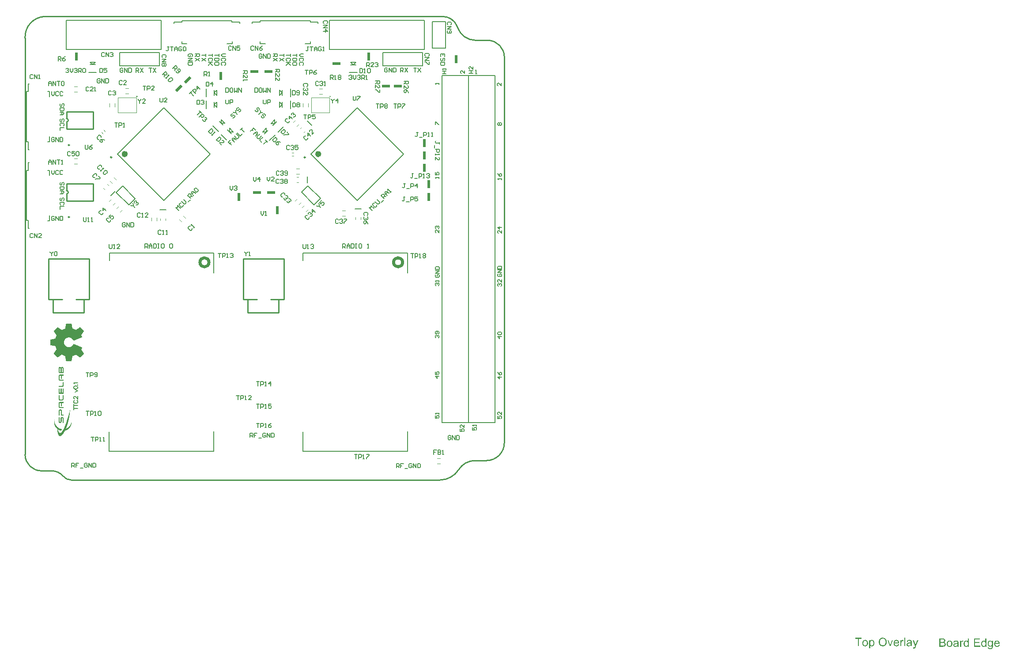
<source format=gto>
G04*
G04 #@! TF.GenerationSoftware,Altium Limited,Altium Designer,18.1.7 (191)*
G04*
G04 Layer_Color=65535*
%FSLAX25Y25*%
%MOIN*%
G70*
G01*
G75*
%ADD10C,0.00591*%
%ADD11C,0.01000*%
%ADD12C,0.00984*%
%ADD13C,0.02362*%
%ADD14C,0.00394*%
%ADD15C,0.00787*%
%ADD16C,0.00800*%
%ADD17C,0.00047*%
%ADD18C,0.00700*%
%ADD19R,0.02000X0.06000*%
G04:AMPARAMS|DCode=20|XSize=20mil|YSize=60mil|CornerRadius=0mil|HoleSize=0mil|Usage=FLASHONLY|Rotation=135.000|XOffset=0mil|YOffset=0mil|HoleType=Round|Shape=Rectangle|*
%AMROTATEDRECTD20*
4,1,4,0.02828,0.01414,-0.01414,-0.02828,-0.02828,-0.01414,0.01414,0.02828,0.02828,0.01414,0.0*
%
%ADD20ROTATEDRECTD20*%

%ADD21R,0.06000X0.02000*%
G36*
X28620Y85751D02*
X28872D01*
Y85667D01*
X29040D01*
Y85583D01*
X29124D01*
Y85499D01*
X29208D01*
Y85415D01*
X29292D01*
Y85247D01*
X29376D01*
Y84996D01*
X29460D01*
Y81135D01*
X26355D01*
Y81219D01*
X26187D01*
Y81303D01*
X26103D01*
Y81387D01*
X26019D01*
Y81471D01*
X25935D01*
Y81555D01*
X25851D01*
Y81807D01*
X25767D01*
Y85079D01*
X25851D01*
Y85247D01*
X25935D01*
Y85415D01*
X26019D01*
Y85499D01*
X26187D01*
Y85583D01*
X26271D01*
Y85667D01*
X27194D01*
Y85583D01*
X27362D01*
Y85499D01*
X27446D01*
Y85331D01*
X27697D01*
Y85499D01*
X27781D01*
Y85583D01*
X27865D01*
Y85667D01*
X28033D01*
Y85751D01*
X28285D01*
Y85835D01*
X28620D01*
Y85751D01*
D02*
G37*
G36*
X29460Y79205D02*
X28285D01*
Y76771D01*
X28033D01*
Y76855D01*
X27781D01*
Y76939D01*
X27613D01*
Y77023D01*
X27530D01*
Y77191D01*
X27446D01*
Y79205D01*
X26607D01*
Y79121D01*
X26523D01*
Y76352D01*
X26607D01*
Y76268D01*
X29460D01*
Y75429D01*
X26607D01*
Y75513D01*
X26355D01*
Y75597D01*
X26187D01*
Y75681D01*
X26103D01*
Y75765D01*
X26019D01*
Y75848D01*
X25935D01*
Y75932D01*
X25851D01*
Y76100D01*
X25767D01*
Y79373D01*
X25851D01*
Y79541D01*
X25935D01*
Y79625D01*
X26019D01*
Y79709D01*
X26103D01*
Y79793D01*
X26187D01*
Y79877D01*
X26355D01*
Y79960D01*
X26607D01*
Y80044D01*
X29460D01*
Y79205D01*
D02*
G37*
G36*
Y71401D02*
X29376D01*
Y71149D01*
X29292D01*
Y71065D01*
X29208D01*
Y70981D01*
X29124D01*
Y70897D01*
X29040D01*
Y70813D01*
X28872D01*
Y70729D01*
X28620D01*
Y70645D01*
X26439D01*
Y70729D01*
X26187D01*
Y70813D01*
X26019D01*
Y70897D01*
X25935D01*
Y71065D01*
X25851D01*
Y71149D01*
X25767D01*
Y71485D01*
X28537D01*
Y71569D01*
X28620D01*
Y71737D01*
X28705D01*
Y74254D01*
X29124D01*
Y74338D01*
X29460D01*
Y71401D01*
D02*
G37*
G36*
Y65610D02*
X25767D01*
Y69555D01*
X26019D01*
Y69471D01*
X26523D01*
Y66450D01*
X27194D01*
Y69387D01*
X28033D01*
Y66450D01*
X28705D01*
Y69471D01*
X29208D01*
Y69555D01*
X29460D01*
Y65610D01*
D02*
G37*
G36*
Y61331D02*
X29376D01*
Y61079D01*
X29292D01*
Y60911D01*
X29208D01*
Y60827D01*
X29124D01*
Y60743D01*
X29040D01*
Y60659D01*
X28872D01*
Y60575D01*
X28705D01*
Y60492D01*
X26439D01*
Y60575D01*
X26271D01*
Y60659D01*
X26187D01*
Y60743D01*
X26103D01*
Y60827D01*
X26019D01*
Y60911D01*
X25935D01*
Y61079D01*
X25851D01*
Y61247D01*
X25767D01*
Y64520D01*
X26019D01*
Y64436D01*
X26523D01*
Y61498D01*
X26607D01*
Y61331D01*
X26690D01*
Y61247D01*
X28537D01*
Y61331D01*
X28620D01*
Y61498D01*
X28705D01*
Y64436D01*
X29208D01*
Y64520D01*
X29460D01*
Y61331D01*
D02*
G37*
G36*
Y58561D02*
X28285D01*
Y56128D01*
X28117D01*
Y56212D01*
X27781D01*
Y56296D01*
X27613D01*
Y56379D01*
X27530D01*
Y56547D01*
X27446D01*
Y58561D01*
X26607D01*
Y58477D01*
X26523D01*
Y55708D01*
X26607D01*
Y55624D01*
X26858D01*
Y55540D01*
X29376D01*
Y55624D01*
X29460D01*
Y54785D01*
X26607D01*
Y54869D01*
X26355D01*
Y54953D01*
X26187D01*
Y55037D01*
X26103D01*
Y55121D01*
X26019D01*
Y55205D01*
X25935D01*
Y55289D01*
X25851D01*
Y55456D01*
X25767D01*
Y58729D01*
X25851D01*
Y58897D01*
X25935D01*
Y58981D01*
X26019D01*
Y59065D01*
X26103D01*
Y59149D01*
X26187D01*
Y59233D01*
X26355D01*
Y59317D01*
X26690D01*
Y59400D01*
X29460D01*
Y58561D01*
D02*
G37*
G36*
X27110Y53694D02*
X27446D01*
Y53610D01*
X27697D01*
Y53526D01*
X27781D01*
Y53442D01*
X27949D01*
Y53359D01*
X28033D01*
Y53191D01*
X28117D01*
Y53023D01*
X28201D01*
Y49834D01*
X29460D01*
Y49079D01*
X27613D01*
Y49163D01*
X27530D01*
Y49330D01*
X27446D01*
Y52771D01*
X27362D01*
Y52855D01*
X27278D01*
Y52939D01*
X26690D01*
Y52855D01*
X26607D01*
Y52771D01*
X26523D01*
Y49079D01*
X25767D01*
Y53023D01*
X25851D01*
Y53191D01*
X25935D01*
Y53275D01*
X26019D01*
Y53359D01*
X26103D01*
Y53442D01*
X26187D01*
Y53526D01*
X26271D01*
Y53610D01*
X26523D01*
Y53694D01*
X26858D01*
Y53778D01*
X26942D01*
Y53694D01*
X27026D01*
Y53778D01*
X27110D01*
Y53694D01*
D02*
G37*
G36*
X22746Y45470D02*
X22662D01*
Y45806D01*
X22746D01*
Y45470D01*
D02*
G37*
G36*
X28453Y47904D02*
X28872D01*
Y47820D01*
X28956D01*
Y47736D01*
X29124D01*
Y47652D01*
X29208D01*
Y47568D01*
X29292D01*
Y47400D01*
X29376D01*
Y47149D01*
X29460D01*
Y43540D01*
X29124D01*
Y43624D01*
X28788D01*
Y43708D01*
X28705D01*
Y46981D01*
X28620D01*
Y47149D01*
X28033D01*
Y44379D01*
X27949D01*
Y44128D01*
X27865D01*
Y43960D01*
X27781D01*
Y43876D01*
X27697D01*
Y43792D01*
X27613D01*
Y43708D01*
X27446D01*
Y43624D01*
X27278D01*
Y43540D01*
X26439D01*
Y43624D01*
X26271D01*
Y43708D01*
X26103D01*
Y43792D01*
X26019D01*
Y43876D01*
X25935D01*
Y44044D01*
X25851D01*
Y44211D01*
X25767D01*
Y47988D01*
X25851D01*
Y47904D01*
X26187D01*
Y47820D01*
X26523D01*
Y44463D01*
X26607D01*
Y44379D01*
X26690D01*
Y44295D01*
X27110D01*
Y44379D01*
X27194D01*
Y47149D01*
X27278D01*
Y47400D01*
X27362D01*
Y47568D01*
X27446D01*
Y47652D01*
X27530D01*
Y47736D01*
X27697D01*
Y47820D01*
X27781D01*
Y47904D01*
X28201D01*
Y47988D01*
X28453D01*
Y47904D01*
D02*
G37*
G36*
X34495Y53023D02*
X34411D01*
Y52184D01*
X34327D01*
Y51428D01*
X34243D01*
Y50673D01*
X34159D01*
Y50170D01*
X34075D01*
Y49582D01*
X33991D01*
Y48995D01*
X33907D01*
Y48575D01*
X33823D01*
Y47988D01*
X33740D01*
Y47568D01*
X33656D01*
Y47149D01*
X33572D01*
Y46645D01*
X33488D01*
Y46309D01*
X33404D01*
Y45890D01*
X33320D01*
Y45554D01*
X33236D01*
Y45218D01*
X33152D01*
Y44799D01*
X33068D01*
Y44547D01*
X32984D01*
Y44211D01*
X32900D01*
Y43876D01*
X32816D01*
Y43540D01*
X32732D01*
Y43204D01*
X32649D01*
Y42953D01*
X32565D01*
Y42701D01*
X32481D01*
Y42449D01*
X32397D01*
Y42114D01*
X32313D01*
Y41862D01*
X32229D01*
Y41610D01*
X32145D01*
Y41358D01*
X32061D01*
Y41107D01*
X31977D01*
Y40855D01*
X31893D01*
Y40603D01*
X31809D01*
Y40435D01*
X31725D01*
Y40183D01*
X31642D01*
Y40016D01*
X31558D01*
Y39764D01*
X31474D01*
Y39596D01*
X31390D01*
Y39344D01*
X31306D01*
Y39260D01*
X31558D01*
Y39344D01*
X31725D01*
Y39428D01*
X31977D01*
Y39512D01*
X32061D01*
Y39596D01*
X32229D01*
Y39680D01*
X32397D01*
Y39764D01*
X32565D01*
Y39848D01*
X32649D01*
Y39932D01*
X32816D01*
Y40016D01*
X32900D01*
Y40099D01*
X32984D01*
Y40183D01*
X33152D01*
Y40267D01*
X33236D01*
Y40351D01*
X33320D01*
Y40435D01*
X33404D01*
Y40519D01*
X33488D01*
Y40603D01*
X33572D01*
Y40687D01*
X33656D01*
Y40771D01*
X33740D01*
Y40855D01*
X33823D01*
Y40939D01*
X33907D01*
Y41023D01*
X33991D01*
Y41107D01*
X34075D01*
Y41274D01*
X34159D01*
Y41358D01*
X34243D01*
Y41442D01*
X34327D01*
Y41610D01*
X34411D01*
Y41694D01*
X34495D01*
Y41862D01*
X34579D01*
Y41946D01*
X34663D01*
Y42114D01*
X34747D01*
Y42281D01*
X34830D01*
Y42449D01*
X34914D01*
Y42617D01*
X34998D01*
Y42869D01*
X35082D01*
Y43037D01*
X35166D01*
Y43288D01*
X35250D01*
Y43540D01*
X35334D01*
Y43960D01*
X35418D01*
Y44463D01*
X35502D01*
Y44715D01*
X35586D01*
Y43372D01*
X35502D01*
Y42701D01*
X35418D01*
Y42365D01*
X35334D01*
Y42030D01*
X35250D01*
Y41862D01*
X35166D01*
Y41610D01*
X35082D01*
Y41358D01*
X34998D01*
Y41190D01*
X34914D01*
Y41023D01*
X34830D01*
Y40855D01*
X34747D01*
Y40687D01*
X34663D01*
Y40603D01*
X34579D01*
Y40435D01*
X34495D01*
Y40351D01*
X34411D01*
Y40183D01*
X34327D01*
Y40099D01*
X34243D01*
Y39932D01*
X34159D01*
Y39848D01*
X34075D01*
Y39764D01*
X33991D01*
Y39680D01*
X33907D01*
Y39596D01*
X33823D01*
Y39512D01*
X33740D01*
Y39344D01*
X33656D01*
Y39260D01*
X33488D01*
Y39176D01*
X33404D01*
Y39092D01*
X33320D01*
Y39009D01*
X33236D01*
Y38925D01*
X33152D01*
Y38841D01*
X33068D01*
Y38757D01*
X32900D01*
Y38673D01*
X32816D01*
Y38589D01*
X32732D01*
Y38505D01*
X32565D01*
Y38421D01*
X32397D01*
Y38337D01*
X32313D01*
Y38253D01*
X32145D01*
Y38169D01*
X31977D01*
Y38085D01*
X31809D01*
Y38001D01*
X31642D01*
Y37918D01*
X31390D01*
Y37834D01*
X31138D01*
Y37750D01*
X30970D01*
Y37666D01*
X30635D01*
Y37582D01*
X30467D01*
Y37414D01*
X30383D01*
Y37246D01*
X30299D01*
Y37078D01*
X30215D01*
Y36911D01*
X30131D01*
Y36827D01*
X30047D01*
Y36659D01*
X29963D01*
Y36491D01*
X29879D01*
Y36323D01*
X29795D01*
Y36239D01*
X29711D01*
Y36071D01*
X29627D01*
Y35987D01*
X29544D01*
Y35820D01*
X29460D01*
Y35652D01*
X29376D01*
Y35568D01*
X29292D01*
Y35400D01*
X29208D01*
Y35316D01*
X29124D01*
Y35232D01*
X29040D01*
Y35064D01*
X28956D01*
Y34980D01*
X28872D01*
Y34897D01*
X28788D01*
Y34813D01*
X28705D01*
Y34645D01*
X28620D01*
Y34561D01*
X28537D01*
Y34477D01*
X28453D01*
Y34393D01*
X28369D01*
Y34309D01*
X28285D01*
Y34225D01*
X28201D01*
Y34141D01*
X28117D01*
Y34057D01*
X27949D01*
Y33974D01*
X27865D01*
Y33889D01*
X27781D01*
Y33806D01*
X27613D01*
Y33722D01*
X27446D01*
Y33638D01*
X27278D01*
Y33554D01*
X26942D01*
Y33470D01*
X26690D01*
Y33554D01*
X26439D01*
Y33638D01*
X26271D01*
Y33722D01*
X26103D01*
Y33806D01*
X26019D01*
Y33889D01*
X25935D01*
Y33974D01*
X25851D01*
Y34141D01*
X25767D01*
Y34225D01*
X25683D01*
Y34393D01*
X25600D01*
Y34561D01*
X25516D01*
Y34729D01*
X25432D01*
Y34897D01*
X25348D01*
Y35148D01*
X25264D01*
Y35484D01*
X25180D01*
Y35736D01*
X25096D01*
Y36155D01*
X25012D01*
Y36575D01*
X24928D01*
Y37246D01*
X24844D01*
Y38337D01*
X24760D01*
Y39009D01*
X24676D01*
Y39092D01*
X24592D01*
Y39176D01*
X24509D01*
Y39260D01*
X24425D01*
Y39344D01*
X24341D01*
Y39428D01*
X24257D01*
Y39512D01*
X24173D01*
Y39596D01*
X24089D01*
Y39680D01*
X24005D01*
Y39764D01*
X23921D01*
Y39932D01*
X23837D01*
Y40016D01*
X23753D01*
Y40099D01*
X23669D01*
Y40267D01*
X23585D01*
Y40351D01*
X23502D01*
Y40519D01*
X23418D01*
Y40603D01*
X23334D01*
Y40771D01*
X23250D01*
Y40939D01*
X23166D01*
Y41107D01*
X23082D01*
Y41274D01*
X22998D01*
Y41442D01*
X22914D01*
Y41694D01*
X22830D01*
Y41946D01*
X22746D01*
Y42197D01*
X22662D01*
Y42533D01*
X22579D01*
Y43037D01*
X22494D01*
Y43624D01*
X22411D01*
Y44379D01*
X22494D01*
Y44967D01*
X22579D01*
Y45470D01*
X22662D01*
Y44799D01*
X22746D01*
Y44128D01*
X22830D01*
Y43708D01*
X22914D01*
Y43372D01*
X22998D01*
Y43121D01*
X23082D01*
Y42953D01*
X23166D01*
Y42701D01*
X23250D01*
Y42533D01*
X23334D01*
Y42365D01*
X23418D01*
Y42197D01*
X23502D01*
Y42030D01*
X23585D01*
Y41862D01*
X23669D01*
Y41778D01*
X23753D01*
Y41610D01*
X23837D01*
Y41526D01*
X23921D01*
Y41358D01*
X24005D01*
Y41274D01*
X24089D01*
Y41190D01*
X24173D01*
Y41107D01*
X24257D01*
Y41023D01*
X24341D01*
Y40855D01*
X24425D01*
Y40771D01*
X24509D01*
Y40687D01*
X24592D01*
Y40603D01*
X24676D01*
Y40519D01*
X24760D01*
Y40435D01*
X24928D01*
Y40351D01*
X25012D01*
Y40267D01*
X25096D01*
Y40183D01*
X25180D01*
Y40099D01*
X25264D01*
Y40016D01*
X25432D01*
Y39932D01*
X25516D01*
Y39848D01*
X25683D01*
Y39764D01*
X25767D01*
Y39680D01*
X25935D01*
Y39596D01*
X26103D01*
Y39512D01*
X26271D01*
Y39428D01*
X26439D01*
Y39344D01*
X26607D01*
Y39260D01*
X26858D01*
Y39176D01*
X27026D01*
Y39092D01*
X27278D01*
Y39009D01*
X27697D01*
Y38925D01*
X28033D01*
Y38841D01*
X28369D01*
Y38757D01*
X28285D01*
Y38589D01*
X28201D01*
Y38505D01*
X28117D01*
Y38337D01*
X28033D01*
Y38169D01*
X27949D01*
Y38085D01*
X27865D01*
Y37918D01*
X27781D01*
Y37834D01*
X27697D01*
Y37666D01*
X27613D01*
Y37582D01*
X27446D01*
Y37666D01*
X27110D01*
Y37750D01*
X26858D01*
Y37834D01*
X26607D01*
Y37918D01*
X26439D01*
Y38001D01*
X26271D01*
Y38085D01*
X26019D01*
Y38169D01*
X25935D01*
Y38253D01*
X25767D01*
Y38337D01*
X25600D01*
Y38421D01*
X25432D01*
Y38589D01*
X25264D01*
Y38001D01*
X25348D01*
Y37750D01*
X25432D01*
Y37498D01*
X25516D01*
Y37246D01*
X25600D01*
Y37078D01*
X25683D01*
Y36911D01*
X25767D01*
Y36743D01*
X25851D01*
Y36659D01*
X25935D01*
Y36575D01*
X26019D01*
Y36407D01*
X26103D01*
Y36323D01*
X26187D01*
Y36239D01*
X26271D01*
Y36155D01*
X26439D01*
Y36071D01*
X26523D01*
Y35987D01*
X26690D01*
Y35904D01*
X27194D01*
Y35987D01*
X27362D01*
Y36071D01*
X27446D01*
Y36155D01*
X27613D01*
Y36239D01*
X27697D01*
Y36323D01*
X27781D01*
Y36407D01*
X27865D01*
Y36491D01*
X27949D01*
Y36575D01*
X28033D01*
Y36659D01*
X28117D01*
Y36743D01*
X28201D01*
Y36911D01*
X28285D01*
Y36994D01*
X28369D01*
Y37078D01*
X28453D01*
Y37246D01*
X28537D01*
Y37330D01*
X28620D01*
Y37414D01*
X28705D01*
Y37582D01*
X28788D01*
Y37750D01*
X28872D01*
Y37834D01*
X28956D01*
Y38001D01*
X29040D01*
Y38169D01*
X29124D01*
Y38253D01*
X29208D01*
Y38421D01*
X29292D01*
Y38589D01*
X29376D01*
Y38757D01*
X29460D01*
Y38925D01*
X29544D01*
Y39092D01*
X29627D01*
Y39260D01*
X29711D01*
Y39428D01*
X29795D01*
Y39596D01*
X29879D01*
Y39764D01*
X29963D01*
Y39932D01*
X30047D01*
Y40183D01*
X30131D01*
Y40351D01*
X30215D01*
Y40519D01*
X30299D01*
Y40687D01*
X30383D01*
Y40939D01*
X30467D01*
Y41107D01*
X30551D01*
Y41274D01*
X30635D01*
Y41526D01*
X30718D01*
Y41778D01*
X30802D01*
Y41946D01*
X30886D01*
Y42197D01*
X30970D01*
Y42365D01*
X31054D01*
Y42617D01*
X31138D01*
Y42869D01*
X31222D01*
Y43037D01*
X31306D01*
Y43288D01*
X31390D01*
Y43540D01*
X31474D01*
Y43792D01*
X31558D01*
Y44044D01*
X31642D01*
Y44211D01*
X31725D01*
Y44547D01*
X31809D01*
Y44715D01*
X31893D01*
Y44967D01*
X31977D01*
Y45302D01*
X32061D01*
Y45470D01*
X32145D01*
Y45806D01*
X32229D01*
Y46058D01*
X32313D01*
Y46309D01*
X32397D01*
Y46561D01*
X32481D01*
Y46813D01*
X32565D01*
Y47065D01*
X32649D01*
Y47316D01*
X32732D01*
Y47652D01*
X32816D01*
Y47904D01*
X32900D01*
Y48156D01*
X32984D01*
Y48491D01*
X33068D01*
Y48743D01*
X33152D01*
Y48995D01*
X33236D01*
Y49330D01*
X33320D01*
Y49582D01*
X33404D01*
Y49834D01*
X33488D01*
Y50170D01*
X33572D01*
Y50421D01*
X33656D01*
Y50757D01*
X33740D01*
Y51009D01*
X33823D01*
Y51344D01*
X33907D01*
Y51596D01*
X33991D01*
Y51932D01*
X34075D01*
Y52267D01*
X34159D01*
Y52519D01*
X34243D01*
Y52855D01*
X34327D01*
Y53107D01*
X34411D01*
Y53442D01*
X34495D01*
Y53023D01*
D02*
G37*
G36*
X639899Y-120292D02*
X640033Y-120311D01*
X640197Y-120350D01*
X640370Y-120398D01*
X640543Y-120475D01*
X640716Y-120580D01*
X640725D01*
X640735Y-120590D01*
X640793Y-120638D01*
X640869Y-120705D01*
X640975Y-120801D01*
X641081Y-120917D01*
X641196Y-121070D01*
X641302Y-121234D01*
X641398Y-121435D01*
Y-121445D01*
X641408Y-121464D01*
X641417Y-121493D01*
X641436Y-121532D01*
X641456Y-121580D01*
X641475Y-121647D01*
X641513Y-121791D01*
X641552Y-121974D01*
X641590Y-122176D01*
X641619Y-122397D01*
X641629Y-122637D01*
Y-122646D01*
Y-122666D01*
Y-122704D01*
Y-122752D01*
X641619Y-122819D01*
Y-122887D01*
X641600Y-123060D01*
X641561Y-123252D01*
X641523Y-123463D01*
X641456Y-123684D01*
X641369Y-123905D01*
Y-123915D01*
X641360Y-123934D01*
X641340Y-123963D01*
X641321Y-124001D01*
X641263Y-124098D01*
X641187Y-124222D01*
X641081Y-124357D01*
X640956Y-124501D01*
X640812Y-124636D01*
X640639Y-124761D01*
X640629D01*
X640620Y-124770D01*
X640591Y-124789D01*
X640552Y-124809D01*
X640456Y-124857D01*
X640331Y-124905D01*
X640177Y-124962D01*
X640014Y-125010D01*
X639822Y-125049D01*
X639630Y-125058D01*
X639563D01*
X639495Y-125049D01*
X639399Y-125039D01*
X639293Y-125020D01*
X639178Y-124991D01*
X639053Y-124953D01*
X638938Y-124905D01*
X638928Y-124895D01*
X638890Y-124876D01*
X638832Y-124837D01*
X638765Y-124789D01*
X638678Y-124732D01*
X638601Y-124664D01*
X638515Y-124578D01*
X638438Y-124492D01*
Y-126702D01*
X637660D01*
Y-120378D01*
X638371D01*
Y-120974D01*
X638380Y-120955D01*
X638409Y-120917D01*
X638467Y-120859D01*
X638534Y-120782D01*
X638611Y-120695D01*
X638707Y-120609D01*
X638813Y-120523D01*
X638928Y-120455D01*
X638947Y-120446D01*
X638986Y-120426D01*
X639053Y-120398D01*
X639140Y-120359D01*
X639255Y-120330D01*
X639380Y-120301D01*
X639524Y-120282D01*
X639687Y-120273D01*
X639783D01*
X639899Y-120292D01*
D02*
G37*
G36*
X663001Y-120282D02*
X663107Y-120301D01*
X663222Y-120340D01*
X663357Y-120378D01*
X663501Y-120446D01*
X663655Y-120532D01*
X663376Y-121243D01*
X663366Y-121234D01*
X663328Y-121214D01*
X663270Y-121186D01*
X663203Y-121157D01*
X663117Y-121128D01*
X663021Y-121099D01*
X662915Y-121080D01*
X662809Y-121070D01*
X662771D01*
X662723Y-121080D01*
X662655Y-121090D01*
X662588Y-121109D01*
X662511Y-121138D01*
X662434Y-121176D01*
X662357Y-121224D01*
X662348Y-121234D01*
X662328Y-121253D01*
X662290Y-121291D01*
X662252Y-121339D01*
X662204Y-121397D01*
X662156Y-121474D01*
X662117Y-121560D01*
X662079Y-121657D01*
X662069Y-121676D01*
X662059Y-121724D01*
X662040Y-121810D01*
X662021Y-121926D01*
X661992Y-122060D01*
X661973Y-122214D01*
X661963Y-122377D01*
X661954Y-122560D01*
Y-124953D01*
X661175D01*
Y-120378D01*
X661877D01*
Y-121061D01*
X661887Y-121051D01*
X661925Y-120993D01*
X661973Y-120907D01*
X662031Y-120811D01*
X662108Y-120705D01*
X662194Y-120599D01*
X662271Y-120503D01*
X662357Y-120436D01*
X662367Y-120426D01*
X662396Y-120407D01*
X662444Y-120388D01*
X662511Y-120350D01*
X662578Y-120321D01*
X662665Y-120301D01*
X662761Y-120282D01*
X662857Y-120273D01*
X662924D01*
X663001Y-120282D01*
D02*
G37*
G36*
X726111Y-125394D02*
X725390D01*
Y-124827D01*
X725380Y-124836D01*
X725371Y-124855D01*
X725342Y-124884D01*
X725303Y-124932D01*
X725265Y-124980D01*
X725207Y-125038D01*
X725140Y-125096D01*
X725063Y-125163D01*
X724976Y-125221D01*
X724880Y-125288D01*
X724775Y-125346D01*
X724669Y-125394D01*
X724544Y-125442D01*
X724409Y-125471D01*
X724265Y-125490D01*
X724112Y-125499D01*
X724054D01*
X724016Y-125490D01*
X723910Y-125480D01*
X723785Y-125461D01*
X723622Y-125423D01*
X723458Y-125374D01*
X723276Y-125298D01*
X723103Y-125201D01*
X723093D01*
X723083Y-125192D01*
X723026Y-125144D01*
X722949Y-125077D01*
X722843Y-124980D01*
X722737Y-124865D01*
X722612Y-124721D01*
X722507Y-124558D01*
X722401Y-124365D01*
Y-124356D01*
X722391Y-124337D01*
X722382Y-124308D01*
X722363Y-124269D01*
X722343Y-124221D01*
X722324Y-124154D01*
X722276Y-124000D01*
X722228Y-123818D01*
X722190Y-123606D01*
X722161Y-123376D01*
X722151Y-123116D01*
Y-123107D01*
Y-123087D01*
Y-123049D01*
Y-123001D01*
X722161Y-122943D01*
Y-122866D01*
X722180Y-122703D01*
X722209Y-122511D01*
X722247Y-122309D01*
X722295Y-122088D01*
X722372Y-121876D01*
Y-121867D01*
X722382Y-121848D01*
X722401Y-121819D01*
X722420Y-121780D01*
X722468Y-121684D01*
X722545Y-121559D01*
X722641Y-121415D01*
X722757Y-121271D01*
X722891Y-121136D01*
X723055Y-121011D01*
X723064D01*
X723074Y-121002D01*
X723131Y-120964D01*
X723228Y-120915D01*
X723352Y-120858D01*
X723506Y-120810D01*
X723679Y-120762D01*
X723871Y-120723D01*
X724073Y-120714D01*
X724141D01*
X724217Y-120723D01*
X724323Y-120733D01*
X724429Y-120762D01*
X724554Y-120791D01*
X724679Y-120839D01*
X724803Y-120896D01*
X724823Y-120906D01*
X724861Y-120925D01*
X724919Y-120964D01*
X724996Y-121021D01*
X725073Y-121079D01*
X725169Y-121156D01*
X725255Y-121252D01*
X725332Y-121348D01*
Y-119080D01*
X726111D01*
Y-125394D01*
D02*
G37*
G36*
X712878Y-125394D02*
X712157D01*
Y-124827D01*
X712147Y-124836D01*
X712138Y-124855D01*
X712109Y-124884D01*
X712070Y-124932D01*
X712032Y-124980D01*
X711974Y-125038D01*
X711907Y-125096D01*
X711830Y-125163D01*
X711744Y-125221D01*
X711648Y-125288D01*
X711542Y-125346D01*
X711436Y-125394D01*
X711311Y-125442D01*
X711177Y-125471D01*
X711032Y-125490D01*
X710879Y-125499D01*
X710821D01*
X710783Y-125490D01*
X710677Y-125480D01*
X710552Y-125461D01*
X710389Y-125423D01*
X710225Y-125374D01*
X710043Y-125298D01*
X709870Y-125201D01*
X709860D01*
X709850Y-125192D01*
X709793Y-125144D01*
X709716Y-125077D01*
X709610Y-124980D01*
X709504Y-124865D01*
X709379Y-124721D01*
X709274Y-124558D01*
X709168Y-124365D01*
Y-124356D01*
X709159Y-124337D01*
X709149Y-124308D01*
X709130Y-124269D01*
X709110Y-124221D01*
X709091Y-124154D01*
X709043Y-124000D01*
X708995Y-123818D01*
X708957Y-123606D01*
X708928Y-123376D01*
X708918Y-123116D01*
Y-123107D01*
Y-123087D01*
Y-123049D01*
Y-123001D01*
X708928Y-122943D01*
Y-122866D01*
X708947Y-122703D01*
X708976Y-122511D01*
X709014Y-122309D01*
X709062Y-122088D01*
X709139Y-121876D01*
Y-121867D01*
X709149Y-121848D01*
X709168Y-121819D01*
X709187Y-121780D01*
X709235Y-121684D01*
X709312Y-121559D01*
X709408Y-121415D01*
X709524Y-121271D01*
X709658Y-121136D01*
X709822Y-121011D01*
X709831D01*
X709841Y-121002D01*
X709898Y-120964D01*
X709995Y-120915D01*
X710119Y-120858D01*
X710273Y-120810D01*
X710446Y-120762D01*
X710638Y-120723D01*
X710840Y-120714D01*
X710908D01*
X710984Y-120723D01*
X711090Y-120733D01*
X711196Y-120762D01*
X711321Y-120791D01*
X711446Y-120839D01*
X711571Y-120896D01*
X711590Y-120906D01*
X711628Y-120925D01*
X711686Y-120964D01*
X711763Y-121021D01*
X711840Y-121079D01*
X711936Y-121156D01*
X712022Y-121252D01*
X712099Y-121348D01*
Y-119080D01*
X712878D01*
Y-125394D01*
D02*
G37*
G36*
X708092Y-120723D02*
X708197Y-120742D01*
X708313Y-120781D01*
X708447Y-120819D01*
X708592Y-120887D01*
X708745Y-120973D01*
X708467Y-121684D01*
X708457Y-121675D01*
X708419Y-121655D01*
X708361Y-121627D01*
X708294Y-121598D01*
X708207Y-121569D01*
X708111Y-121540D01*
X708005Y-121521D01*
X707900Y-121511D01*
X707861D01*
X707813Y-121521D01*
X707746Y-121530D01*
X707679Y-121550D01*
X707602Y-121579D01*
X707525Y-121617D01*
X707448Y-121665D01*
X707438Y-121675D01*
X707419Y-121694D01*
X707381Y-121732D01*
X707342Y-121780D01*
X707294Y-121838D01*
X707246Y-121915D01*
X707208Y-122001D01*
X707169Y-122098D01*
X707160Y-122117D01*
X707150Y-122165D01*
X707131Y-122251D01*
X707112Y-122367D01*
X707083Y-122501D01*
X707063Y-122655D01*
X707054Y-122818D01*
X707044Y-123001D01*
Y-125394D01*
X706266D01*
Y-120819D01*
X706967D01*
Y-121502D01*
X706977Y-121492D01*
X707015Y-121434D01*
X707063Y-121348D01*
X707121Y-121252D01*
X707198Y-121146D01*
X707284Y-121040D01*
X707361Y-120944D01*
X707448Y-120877D01*
X707457Y-120867D01*
X707486Y-120848D01*
X707534Y-120829D01*
X707602Y-120791D01*
X707669Y-120762D01*
X707755Y-120742D01*
X707852Y-120723D01*
X707948Y-120714D01*
X708015D01*
X708092Y-120723D01*
D02*
G37*
G36*
X653862Y-124953D02*
X653132D01*
X651392Y-120378D01*
X652209D01*
X653189Y-123127D01*
X653199Y-123146D01*
X653218Y-123204D01*
X653247Y-123290D01*
X653286Y-123406D01*
X653334Y-123540D01*
X653382Y-123694D01*
X653439Y-123867D01*
X653487Y-124040D01*
X653497Y-124021D01*
X653507Y-123973D01*
X653535Y-123896D01*
X653564Y-123800D01*
X653603Y-123675D01*
X653651Y-123521D01*
X653708Y-123357D01*
X653776Y-123175D01*
X654794Y-120378D01*
X655592D01*
X653862Y-124953D01*
D02*
G37*
G36*
X672986Y-125030D02*
Y-125039D01*
X672976Y-125058D01*
X672957Y-125097D01*
X672938Y-125155D01*
X672919Y-125212D01*
X672890Y-125279D01*
X672832Y-125443D01*
X672755Y-125616D01*
X672688Y-125779D01*
X672621Y-125943D01*
X672582Y-126010D01*
X672554Y-126067D01*
X672544Y-126087D01*
X672515Y-126125D01*
X672477Y-126192D01*
X672419Y-126279D01*
X672342Y-126365D01*
X672265Y-126462D01*
X672169Y-126548D01*
X672073Y-126625D01*
X672063Y-126635D01*
X672025Y-126654D01*
X671967Y-126683D01*
X671890Y-126711D01*
X671804Y-126750D01*
X671689Y-126779D01*
X671573Y-126798D01*
X671439Y-126807D01*
X671400D01*
X671352Y-126798D01*
X671295D01*
X671218Y-126788D01*
X671131Y-126769D01*
X670939Y-126711D01*
X670853Y-125991D01*
X670862D01*
X670891Y-126000D01*
X670939Y-126010D01*
X671006Y-126029D01*
X671141Y-126058D01*
X671295Y-126067D01*
X671343D01*
X671381Y-126058D01*
X671448D01*
X671583Y-126029D01*
X671650Y-126010D01*
X671708Y-125981D01*
X671718D01*
X671737Y-125962D01*
X671766Y-125943D01*
X671794Y-125914D01*
X671881Y-125837D01*
X671967Y-125731D01*
Y-125722D01*
X671977Y-125702D01*
X671996Y-125673D01*
X672025Y-125616D01*
X672054Y-125539D01*
X672092Y-125443D01*
X672140Y-125308D01*
X672198Y-125155D01*
X672208Y-125145D01*
X672217Y-125107D01*
X672246Y-125049D01*
X672275Y-124962D01*
X670536Y-120378D01*
X671362D01*
X672313Y-123012D01*
Y-123021D01*
X672323Y-123031D01*
X672333Y-123060D01*
X672342Y-123098D01*
X672381Y-123204D01*
X672429Y-123338D01*
X672477Y-123492D01*
X672534Y-123675D01*
X672592Y-123867D01*
X672650Y-124069D01*
Y-124059D01*
X672659Y-124049D01*
Y-124021D01*
X672679Y-123982D01*
X672698Y-123876D01*
X672736Y-123751D01*
X672784Y-123598D01*
X672842Y-123425D01*
X672899Y-123242D01*
X672967Y-123050D01*
X673947Y-120378D01*
X674716D01*
X672986Y-125030D01*
D02*
G37*
G36*
X668200Y-120282D02*
X668335Y-120292D01*
X668489Y-120311D01*
X668652Y-120330D01*
X668806Y-120369D01*
X668950Y-120417D01*
X668969Y-120426D01*
X669007Y-120436D01*
X669075Y-120475D01*
X669152Y-120513D01*
X669238Y-120561D01*
X669334Y-120619D01*
X669411Y-120686D01*
X669488Y-120763D01*
X669498Y-120772D01*
X669517Y-120801D01*
X669546Y-120840D01*
X669584Y-120907D01*
X669623Y-120984D01*
X669661Y-121070D01*
X669699Y-121176D01*
X669728Y-121291D01*
Y-121301D01*
X669738Y-121330D01*
X669747Y-121378D01*
X669757Y-121455D01*
Y-121551D01*
X669767Y-121676D01*
X669776Y-121820D01*
Y-122002D01*
Y-123040D01*
Y-123050D01*
Y-123088D01*
Y-123146D01*
Y-123213D01*
Y-123300D01*
Y-123396D01*
X669786Y-123617D01*
Y-123857D01*
X669796Y-124078D01*
X669805Y-124184D01*
Y-124270D01*
X669815Y-124347D01*
X669824Y-124415D01*
Y-124424D01*
X669834Y-124463D01*
X669844Y-124520D01*
X669863Y-124588D01*
X669892Y-124664D01*
X669930Y-124761D01*
X670017Y-124953D01*
X669209D01*
X669200Y-124943D01*
X669190Y-124914D01*
X669171Y-124857D01*
X669142Y-124789D01*
X669113Y-124703D01*
X669094Y-124607D01*
X669075Y-124501D01*
X669056Y-124376D01*
X669036Y-124395D01*
X668979Y-124434D01*
X668902Y-124501D01*
X668786Y-124578D01*
X668661Y-124674D01*
X668517Y-124761D01*
X668373Y-124837D01*
X668220Y-124905D01*
X668200Y-124914D01*
X668152Y-124924D01*
X668075Y-124953D01*
X667970Y-124982D01*
X667835Y-125010D01*
X667691Y-125030D01*
X667537Y-125049D01*
X667364Y-125058D01*
X667297D01*
X667239Y-125049D01*
X667182D01*
X667105Y-125039D01*
X666941Y-125010D01*
X666749Y-124972D01*
X666567Y-124905D01*
X666374Y-124818D01*
X666211Y-124693D01*
X666192Y-124674D01*
X666144Y-124626D01*
X666086Y-124549D01*
X666009Y-124434D01*
X665932Y-124299D01*
X665875Y-124145D01*
X665827Y-123953D01*
X665807Y-123751D01*
Y-123732D01*
Y-123694D01*
X665817Y-123627D01*
X665827Y-123550D01*
X665846Y-123454D01*
X665865Y-123348D01*
X665904Y-123242D01*
X665951Y-123136D01*
X665961Y-123127D01*
X665980Y-123088D01*
X666009Y-123040D01*
X666057Y-122973D01*
X666115Y-122906D01*
X666192Y-122829D01*
X666269Y-122762D01*
X666355Y-122694D01*
X666365Y-122685D01*
X666403Y-122666D01*
X666451Y-122637D01*
X666518Y-122598D01*
X666605Y-122550D01*
X666691Y-122512D01*
X666797Y-122473D01*
X666913Y-122435D01*
X666922D01*
X666961Y-122425D01*
X667009Y-122416D01*
X667086Y-122397D01*
X667182Y-122377D01*
X667307Y-122358D01*
X667441Y-122339D01*
X667604Y-122320D01*
X667614D01*
X667643Y-122310D01*
X667691D01*
X667758Y-122300D01*
X667835Y-122291D01*
X667922Y-122281D01*
X668133Y-122243D01*
X668354Y-122204D01*
X668585Y-122166D01*
X668806Y-122108D01*
X668902Y-122079D01*
X668988Y-122050D01*
Y-122041D01*
Y-122022D01*
X668998Y-121964D01*
Y-121897D01*
Y-121868D01*
Y-121849D01*
Y-121839D01*
Y-121829D01*
Y-121772D01*
X668988Y-121685D01*
X668969Y-121589D01*
X668940Y-121484D01*
X668902Y-121368D01*
X668854Y-121272D01*
X668777Y-121186D01*
X668767Y-121176D01*
X668719Y-121147D01*
X668652Y-121099D01*
X668556Y-121051D01*
X668431Y-121003D01*
X668277Y-120955D01*
X668094Y-120926D01*
X667893Y-120917D01*
X667806D01*
X667710Y-120926D01*
X667585Y-120936D01*
X667451Y-120965D01*
X667326Y-120993D01*
X667191Y-121042D01*
X667086Y-121109D01*
X667076Y-121118D01*
X667047Y-121147D01*
X666999Y-121195D01*
X666941Y-121263D01*
X666874Y-121359D01*
X666816Y-121474D01*
X666749Y-121618D01*
X666701Y-121782D01*
X665942Y-121676D01*
Y-121666D01*
X665951Y-121657D01*
X665961Y-121599D01*
X665990Y-121512D01*
X666019Y-121397D01*
X666067Y-121272D01*
X666124Y-121147D01*
X666192Y-121013D01*
X666278Y-120897D01*
X666288Y-120888D01*
X666326Y-120849D01*
X666374Y-120792D01*
X666451Y-120724D01*
X666547Y-120657D01*
X666672Y-120580D01*
X666807Y-120503D01*
X666961Y-120436D01*
X666970D01*
X666980Y-120426D01*
X667009Y-120417D01*
X667037Y-120407D01*
X667134Y-120388D01*
X667259Y-120350D01*
X667412Y-120321D01*
X667585Y-120301D01*
X667787Y-120282D01*
X667998Y-120273D01*
X668094D01*
X668200Y-120282D01*
D02*
G37*
G36*
X664875Y-124953D02*
X664097D01*
Y-118639D01*
X664875D01*
Y-124953D01*
D02*
G37*
G36*
X631999Y-119379D02*
X629924D01*
Y-124953D01*
X629088D01*
Y-119379D01*
X627012D01*
Y-118639D01*
X631999D01*
Y-119379D01*
D02*
G37*
G36*
X658302Y-120282D02*
X658379Y-120292D01*
X658475Y-120301D01*
X658571Y-120321D01*
X658686Y-120350D01*
X658917Y-120426D01*
X659042Y-120475D01*
X659167Y-120542D01*
X659292Y-120609D01*
X659417Y-120695D01*
X659532Y-120792D01*
X659647Y-120907D01*
X659657Y-120917D01*
X659676Y-120936D01*
X659705Y-120974D01*
X659743Y-121022D01*
X659782Y-121090D01*
X659830Y-121166D01*
X659888Y-121253D01*
X659945Y-121359D01*
X659993Y-121484D01*
X660051Y-121608D01*
X660099Y-121753D01*
X660147Y-121916D01*
X660176Y-122079D01*
X660205Y-122262D01*
X660224Y-122454D01*
X660234Y-122666D01*
Y-122675D01*
Y-122714D01*
Y-122781D01*
X660224Y-122867D01*
X656822D01*
Y-122877D01*
Y-122896D01*
X656832Y-122944D01*
Y-122992D01*
X656841Y-123060D01*
X656851Y-123127D01*
X656889Y-123300D01*
X656947Y-123482D01*
X657014Y-123675D01*
X657120Y-123867D01*
X657245Y-124030D01*
X657264Y-124049D01*
X657312Y-124088D01*
X657399Y-124155D01*
X657504Y-124222D01*
X657649Y-124299D01*
X657812Y-124367D01*
X657994Y-124405D01*
X658196Y-124424D01*
X658273D01*
X658350Y-124415D01*
X658446Y-124395D01*
X658561Y-124367D01*
X658686Y-124328D01*
X658811Y-124280D01*
X658927Y-124203D01*
X658936Y-124194D01*
X658975Y-124155D01*
X659032Y-124107D01*
X659100Y-124021D01*
X659176Y-123925D01*
X659253Y-123800D01*
X659330Y-123646D01*
X659407Y-123473D01*
X660205Y-123579D01*
Y-123588D01*
X660195Y-123607D01*
X660185Y-123646D01*
X660166Y-123694D01*
X660147Y-123751D01*
X660118Y-123819D01*
X660041Y-123982D01*
X659945Y-124155D01*
X659830Y-124338D01*
X659676Y-124520D01*
X659503Y-124674D01*
X659494D01*
X659484Y-124693D01*
X659455Y-124713D01*
X659407Y-124732D01*
X659359Y-124761D01*
X659301Y-124799D01*
X659234Y-124828D01*
X659148Y-124866D01*
X658965Y-124934D01*
X658734Y-125001D01*
X658485Y-125039D01*
X658196Y-125058D01*
X658100D01*
X658033Y-125049D01*
X657946Y-125039D01*
X657850Y-125030D01*
X657745Y-125010D01*
X657620Y-124982D01*
X657370Y-124905D01*
X657235Y-124857D01*
X657110Y-124799D01*
X656976Y-124732D01*
X656851Y-124645D01*
X656726Y-124549D01*
X656611Y-124443D01*
X656601Y-124434D01*
X656582Y-124415D01*
X656553Y-124376D01*
X656524Y-124328D01*
X656476Y-124270D01*
X656428Y-124194D01*
X656370Y-124098D01*
X656322Y-123992D01*
X656265Y-123876D01*
X656207Y-123751D01*
X656159Y-123607D01*
X656120Y-123454D01*
X656082Y-123290D01*
X656053Y-123108D01*
X656034Y-122915D01*
X656024Y-122714D01*
Y-122704D01*
Y-122666D01*
Y-122598D01*
X656034Y-122521D01*
X656044Y-122425D01*
X656053Y-122310D01*
X656072Y-122185D01*
X656101Y-122050D01*
X656169Y-121762D01*
X656217Y-121618D01*
X656274Y-121464D01*
X656342Y-121320D01*
X656418Y-121176D01*
X656505Y-121042D01*
X656611Y-120917D01*
X656620Y-120907D01*
X656639Y-120888D01*
X656668Y-120859D01*
X656716Y-120811D01*
X656774Y-120763D01*
X656851Y-120715D01*
X656928Y-120657D01*
X657024Y-120590D01*
X657129Y-120532D01*
X657245Y-120475D01*
X657370Y-120426D01*
X657514Y-120369D01*
X657658Y-120330D01*
X657812Y-120301D01*
X657975Y-120282D01*
X658148Y-120273D01*
X658235D01*
X658302Y-120282D01*
D02*
G37*
G36*
X648019Y-118543D02*
X648096D01*
X648192Y-118552D01*
X648288Y-118572D01*
X648404Y-118581D01*
X648644Y-118639D01*
X648913Y-118716D01*
X649182Y-118812D01*
X649317Y-118879D01*
X649451Y-118956D01*
X649461D01*
X649480Y-118975D01*
X649518Y-118995D01*
X649567Y-119033D01*
X649624Y-119071D01*
X649691Y-119129D01*
X649845Y-119254D01*
X650018Y-119417D01*
X650201Y-119619D01*
X650364Y-119850D01*
X650518Y-120119D01*
Y-120129D01*
X650537Y-120157D01*
X650556Y-120196D01*
X650575Y-120254D01*
X650604Y-120321D01*
X650633Y-120407D01*
X650672Y-120503D01*
X650710Y-120609D01*
X650739Y-120734D01*
X650777Y-120859D01*
X650835Y-121147D01*
X650873Y-121464D01*
X650893Y-121810D01*
Y-121820D01*
Y-121849D01*
Y-121906D01*
X650883Y-121974D01*
Y-122060D01*
X650873Y-122156D01*
X650864Y-122262D01*
X650845Y-122387D01*
X650797Y-122656D01*
X650729Y-122944D01*
X650633Y-123242D01*
X650499Y-123530D01*
Y-123540D01*
X650479Y-123559D01*
X650460Y-123598D01*
X650431Y-123655D01*
X650383Y-123713D01*
X650335Y-123790D01*
X650220Y-123953D01*
X650066Y-124136D01*
X649874Y-124328D01*
X649653Y-124511D01*
X649403Y-124674D01*
X649394D01*
X649374Y-124693D01*
X649336Y-124713D01*
X649278Y-124732D01*
X649211Y-124761D01*
X649134Y-124799D01*
X649048Y-124828D01*
X648942Y-124866D01*
X648721Y-124934D01*
X648461Y-125001D01*
X648173Y-125039D01*
X647875Y-125058D01*
X647789D01*
X647721Y-125049D01*
X647645D01*
X647558Y-125039D01*
X647452Y-125020D01*
X647337Y-125001D01*
X647097Y-124953D01*
X646828Y-124876D01*
X646549Y-124770D01*
X646414Y-124713D01*
X646280Y-124636D01*
X646270Y-124626D01*
X646251Y-124616D01*
X646213Y-124588D01*
X646165Y-124559D01*
X646107Y-124511D01*
X646040Y-124463D01*
X645886Y-124328D01*
X645713Y-124155D01*
X645530Y-123963D01*
X645367Y-123723D01*
X645213Y-123463D01*
Y-123454D01*
X645194Y-123425D01*
X645184Y-123386D01*
X645155Y-123329D01*
X645127Y-123261D01*
X645098Y-123185D01*
X645069Y-123088D01*
X645040Y-122983D01*
X645002Y-122867D01*
X644973Y-122752D01*
X644915Y-122483D01*
X644877Y-122195D01*
X644858Y-121887D01*
Y-121868D01*
Y-121820D01*
X644867Y-121733D01*
Y-121628D01*
X644886Y-121493D01*
X644906Y-121339D01*
X644925Y-121176D01*
X644963Y-120984D01*
X645011Y-120792D01*
X645059Y-120590D01*
X645127Y-120388D01*
X645213Y-120186D01*
X645309Y-119984D01*
X645415Y-119783D01*
X645549Y-119600D01*
X645694Y-119427D01*
X645703Y-119417D01*
X645732Y-119389D01*
X645780Y-119341D01*
X645847Y-119283D01*
X645934Y-119216D01*
X646030Y-119148D01*
X646145Y-119062D01*
X646280Y-118975D01*
X646434Y-118898D01*
X646597Y-118812D01*
X646780Y-118745D01*
X646972Y-118668D01*
X647174Y-118620D01*
X647395Y-118572D01*
X647635Y-118543D01*
X647875Y-118533D01*
X647962D01*
X648019Y-118543D01*
D02*
G37*
G36*
X634767Y-120282D02*
X634854Y-120292D01*
X634940Y-120301D01*
X635046Y-120321D01*
X635161Y-120350D01*
X635401Y-120426D01*
X635526Y-120475D01*
X635661Y-120532D01*
X635786Y-120609D01*
X635911Y-120695D01*
X636036Y-120792D01*
X636151Y-120897D01*
X636161Y-120907D01*
X636180Y-120926D01*
X636209Y-120965D01*
X636247Y-121013D01*
X636295Y-121070D01*
X636343Y-121147D01*
X636401Y-121243D01*
X636458Y-121339D01*
X636507Y-121455D01*
X636564Y-121589D01*
X636612Y-121724D01*
X636660Y-121878D01*
X636699Y-122041D01*
X636728Y-122223D01*
X636747Y-122406D01*
X636756Y-122608D01*
Y-122617D01*
Y-122646D01*
Y-122694D01*
Y-122752D01*
X636747Y-122829D01*
Y-122915D01*
X636737Y-123012D01*
X636728Y-123117D01*
X636689Y-123338D01*
X636641Y-123569D01*
X636574Y-123800D01*
X636487Y-124001D01*
Y-124011D01*
X636478Y-124021D01*
X636439Y-124088D01*
X636372Y-124174D01*
X636285Y-124290D01*
X636180Y-124415D01*
X636045Y-124539D01*
X635891Y-124664D01*
X635709Y-124780D01*
X635699D01*
X635690Y-124789D01*
X635661Y-124809D01*
X635622Y-124818D01*
X635517Y-124866D01*
X635382Y-124914D01*
X635219Y-124972D01*
X635036Y-125010D01*
X634834Y-125049D01*
X634613Y-125058D01*
X634517D01*
X634450Y-125049D01*
X634373Y-125039D01*
X634277Y-125030D01*
X634171Y-125010D01*
X634056Y-124982D01*
X633816Y-124905D01*
X633681Y-124857D01*
X633556Y-124799D01*
X633422Y-124732D01*
X633297Y-124645D01*
X633172Y-124549D01*
X633056Y-124443D01*
X633047Y-124434D01*
X633028Y-124415D01*
X632999Y-124376D01*
X632970Y-124328D01*
X632922Y-124261D01*
X632874Y-124184D01*
X632816Y-124098D01*
X632768Y-123992D01*
X632711Y-123867D01*
X632653Y-123742D01*
X632605Y-123588D01*
X632566Y-123434D01*
X632528Y-123261D01*
X632499Y-123079D01*
X632480Y-122877D01*
X632470Y-122666D01*
Y-122646D01*
Y-122608D01*
X632480Y-122541D01*
Y-122454D01*
X632489Y-122348D01*
X632509Y-122233D01*
X632528Y-122099D01*
X632557Y-121954D01*
X632595Y-121801D01*
X632643Y-121647D01*
X632701Y-121493D01*
X632768Y-121339D01*
X632845Y-121186D01*
X632941Y-121042D01*
X633047Y-120907D01*
X633172Y-120782D01*
X633181Y-120772D01*
X633201Y-120763D01*
X633229Y-120734D01*
X633278Y-120705D01*
X633335Y-120667D01*
X633402Y-120619D01*
X633479Y-120571D01*
X633575Y-120523D01*
X633672Y-120484D01*
X633777Y-120436D01*
X634027Y-120350D01*
X634306Y-120292D01*
X634460Y-120282D01*
X634613Y-120273D01*
X634700D01*
X634767Y-120282D01*
D02*
G37*
G36*
X721238Y-119820D02*
X717510Y-119820D01*
Y-121761D01*
X720998Y-121761D01*
Y-122501D01*
X717510Y-122501D01*
Y-124654D01*
X721382Y-124654D01*
Y-125394D01*
X716674Y-125394D01*
Y-119080D01*
X721238Y-119080D01*
Y-119820D01*
D02*
G37*
G36*
X703498Y-120723D02*
X703633Y-120733D01*
X703787Y-120752D01*
X703950Y-120771D01*
X704104Y-120810D01*
X704248Y-120858D01*
X704267Y-120867D01*
X704305Y-120877D01*
X704373Y-120915D01*
X704450Y-120954D01*
X704536Y-121002D01*
X704632Y-121060D01*
X704709Y-121127D01*
X704786Y-121204D01*
X704796Y-121213D01*
X704815Y-121242D01*
X704844Y-121281D01*
X704882Y-121348D01*
X704920Y-121425D01*
X704959Y-121511D01*
X704997Y-121617D01*
X705026Y-121732D01*
Y-121742D01*
X705036Y-121771D01*
X705045Y-121819D01*
X705055Y-121896D01*
Y-121992D01*
X705065Y-122117D01*
X705074Y-122261D01*
Y-122443D01*
Y-123481D01*
Y-123491D01*
Y-123529D01*
Y-123587D01*
Y-123654D01*
Y-123741D01*
Y-123837D01*
X705084Y-124058D01*
Y-124298D01*
X705093Y-124519D01*
X705103Y-124625D01*
Y-124711D01*
X705113Y-124788D01*
X705122Y-124855D01*
Y-124865D01*
X705132Y-124904D01*
X705141Y-124961D01*
X705161Y-125029D01*
X705190Y-125105D01*
X705228Y-125201D01*
X705314Y-125394D01*
X704507D01*
X704498Y-125384D01*
X704488Y-125355D01*
X704469Y-125298D01*
X704440Y-125230D01*
X704411Y-125144D01*
X704392Y-125048D01*
X704373Y-124942D01*
X704354Y-124817D01*
X704334Y-124836D01*
X704277Y-124875D01*
X704200Y-124942D01*
X704084Y-125019D01*
X703960Y-125115D01*
X703815Y-125201D01*
X703671Y-125278D01*
X703517Y-125346D01*
X703498Y-125355D01*
X703450Y-125365D01*
X703373Y-125394D01*
X703267Y-125423D01*
X703133Y-125451D01*
X702989Y-125471D01*
X702835Y-125490D01*
X702662Y-125499D01*
X702595D01*
X702537Y-125490D01*
X702480D01*
X702403Y-125480D01*
X702239Y-125451D01*
X702047Y-125413D01*
X701864Y-125346D01*
X701672Y-125259D01*
X701509Y-125134D01*
X701490Y-125115D01*
X701442Y-125067D01*
X701384Y-124990D01*
X701307Y-124875D01*
X701230Y-124740D01*
X701173Y-124586D01*
X701124Y-124394D01*
X701105Y-124193D01*
Y-124173D01*
Y-124135D01*
X701115Y-124067D01*
X701124Y-123991D01*
X701144Y-123895D01*
X701163Y-123789D01*
X701201Y-123683D01*
X701249Y-123577D01*
X701259Y-123568D01*
X701278Y-123529D01*
X701307Y-123481D01*
X701355Y-123414D01*
X701413Y-123347D01*
X701490Y-123270D01*
X701567Y-123203D01*
X701653Y-123135D01*
X701663Y-123126D01*
X701701Y-123107D01*
X701749Y-123078D01*
X701816Y-123039D01*
X701903Y-122991D01*
X701989Y-122953D01*
X702095Y-122914D01*
X702210Y-122876D01*
X702220D01*
X702258Y-122866D01*
X702307Y-122857D01*
X702383Y-122837D01*
X702480Y-122818D01*
X702604Y-122799D01*
X702739Y-122780D01*
X702902Y-122761D01*
X702912D01*
X702941Y-122751D01*
X702989D01*
X703056Y-122741D01*
X703133Y-122732D01*
X703220Y-122722D01*
X703431Y-122684D01*
X703652Y-122645D01*
X703883Y-122607D01*
X704104Y-122549D01*
X704200Y-122520D01*
X704286Y-122492D01*
Y-122482D01*
Y-122463D01*
X704296Y-122405D01*
Y-122338D01*
Y-122309D01*
Y-122290D01*
Y-122280D01*
Y-122271D01*
Y-122213D01*
X704286Y-122126D01*
X704267Y-122030D01*
X704238Y-121924D01*
X704200Y-121809D01*
X704152Y-121713D01*
X704075Y-121627D01*
X704065Y-121617D01*
X704017Y-121588D01*
X703950Y-121540D01*
X703854Y-121492D01*
X703729Y-121444D01*
X703575Y-121396D01*
X703393Y-121367D01*
X703191Y-121358D01*
X703104D01*
X703008Y-121367D01*
X702883Y-121377D01*
X702749Y-121405D01*
X702624Y-121434D01*
X702489Y-121482D01*
X702383Y-121550D01*
X702374Y-121559D01*
X702345Y-121588D01*
X702297Y-121636D01*
X702239Y-121704D01*
X702172Y-121800D01*
X702114Y-121915D01*
X702047Y-122059D01*
X701999Y-122222D01*
X701240Y-122117D01*
Y-122107D01*
X701249Y-122098D01*
X701259Y-122040D01*
X701288Y-121953D01*
X701317Y-121838D01*
X701365Y-121713D01*
X701422Y-121588D01*
X701490Y-121454D01*
X701576Y-121338D01*
X701586Y-121329D01*
X701624Y-121290D01*
X701672Y-121233D01*
X701749Y-121165D01*
X701845Y-121098D01*
X701970Y-121021D01*
X702105Y-120944D01*
X702258Y-120877D01*
X702268D01*
X702278Y-120867D01*
X702307Y-120858D01*
X702335Y-120848D01*
X702431Y-120829D01*
X702556Y-120791D01*
X702710Y-120762D01*
X702883Y-120742D01*
X703085Y-120723D01*
X703296Y-120714D01*
X703393D01*
X703498Y-120723D01*
D02*
G37*
G36*
X693196Y-119089D02*
X693263D01*
X693427Y-119099D01*
X693610Y-119128D01*
X693802Y-119157D01*
X693994Y-119205D01*
X694167Y-119272D01*
X694176D01*
X694186Y-119282D01*
X694244Y-119311D01*
X694321Y-119359D01*
X694417Y-119416D01*
X694532Y-119503D01*
X694647Y-119608D01*
X694753Y-119724D01*
X694859Y-119868D01*
X694868Y-119887D01*
X694897Y-119935D01*
X694936Y-120022D01*
X694984Y-120127D01*
X695032Y-120252D01*
X695070Y-120387D01*
X695099Y-120541D01*
X695109Y-120704D01*
Y-120723D01*
Y-120771D01*
X695099Y-120848D01*
X695080Y-120954D01*
X695051Y-121069D01*
X695013Y-121194D01*
X694965Y-121338D01*
X694888Y-121473D01*
X694878Y-121492D01*
X694849Y-121530D01*
X694792Y-121598D01*
X694724Y-121675D01*
X694628Y-121771D01*
X694513Y-121857D01*
X694378Y-121953D01*
X694215Y-122040D01*
X694225D01*
X694244Y-122049D01*
X694273Y-122059D01*
X694311Y-122069D01*
X694417Y-122117D01*
X694542Y-122174D01*
X694686Y-122261D01*
X694830Y-122357D01*
X694974Y-122472D01*
X695099Y-122616D01*
X695109Y-122636D01*
X695147Y-122684D01*
X695195Y-122770D01*
X695262Y-122886D01*
X695320Y-123030D01*
X695368Y-123183D01*
X695407Y-123366D01*
X695416Y-123568D01*
Y-123587D01*
Y-123645D01*
X695407Y-123731D01*
X695397Y-123837D01*
X695368Y-123962D01*
X695339Y-124106D01*
X695291Y-124250D01*
X695224Y-124394D01*
X695214Y-124414D01*
X695195Y-124461D01*
X695147Y-124529D01*
X695099Y-124615D01*
X695032Y-124711D01*
X694955Y-124808D01*
X694859Y-124904D01*
X694763Y-124990D01*
X694753Y-125000D01*
X694715Y-125019D01*
X694657Y-125057D01*
X694570Y-125105D01*
X694474Y-125153D01*
X694349Y-125201D01*
X694215Y-125250D01*
X694071Y-125298D01*
X694052D01*
X693994Y-125317D01*
X693907Y-125326D01*
X693792Y-125346D01*
X693638Y-125365D01*
X693465Y-125374D01*
X693273Y-125394D01*
X690650D01*
Y-119080D01*
X693129D01*
X693196Y-119089D01*
D02*
G37*
G36*
X734260Y-120723D02*
X734337Y-120733D01*
X734433Y-120742D01*
X734529Y-120762D01*
X734644Y-120791D01*
X734875Y-120867D01*
X735000Y-120915D01*
X735125Y-120983D01*
X735250Y-121050D01*
X735374Y-121136D01*
X735490Y-121233D01*
X735605Y-121348D01*
X735615Y-121358D01*
X735634Y-121377D01*
X735663Y-121415D01*
X735701Y-121463D01*
X735740Y-121530D01*
X735788Y-121607D01*
X735845Y-121694D01*
X735903Y-121800D01*
X735951Y-121924D01*
X736009Y-122049D01*
X736057Y-122194D01*
X736105Y-122357D01*
X736134Y-122520D01*
X736163Y-122703D01*
X736182Y-122895D01*
X736191Y-123107D01*
Y-123116D01*
Y-123155D01*
Y-123222D01*
X736182Y-123308D01*
X732780D01*
Y-123318D01*
Y-123337D01*
X732790Y-123385D01*
Y-123433D01*
X732799Y-123501D01*
X732809Y-123568D01*
X732847Y-123741D01*
X732905Y-123923D01*
X732972Y-124116D01*
X733078Y-124308D01*
X733203Y-124471D01*
X733222Y-124490D01*
X733270Y-124529D01*
X733357Y-124596D01*
X733462Y-124663D01*
X733606Y-124740D01*
X733770Y-124808D01*
X733952Y-124846D01*
X734154Y-124865D01*
X734231D01*
X734308Y-124855D01*
X734404Y-124836D01*
X734519Y-124808D01*
X734644Y-124769D01*
X734769Y-124721D01*
X734884Y-124644D01*
X734894Y-124635D01*
X734933Y-124596D01*
X734990Y-124548D01*
X735057Y-124461D01*
X735134Y-124365D01*
X735211Y-124241D01*
X735288Y-124087D01*
X735365Y-123914D01*
X736163Y-124020D01*
Y-124029D01*
X736153Y-124048D01*
X736143Y-124087D01*
X736124Y-124135D01*
X736105Y-124192D01*
X736076Y-124260D01*
X735999Y-124423D01*
X735903Y-124596D01*
X735788Y-124779D01*
X735634Y-124961D01*
X735461Y-125115D01*
X735451D01*
X735442Y-125134D01*
X735413Y-125153D01*
X735365Y-125173D01*
X735317Y-125201D01*
X735259Y-125240D01*
X735192Y-125269D01*
X735106Y-125307D01*
X734923Y-125374D01*
X734692Y-125442D01*
X734442Y-125480D01*
X734154Y-125499D01*
X734058D01*
X733991Y-125490D01*
X733904Y-125480D01*
X733808Y-125471D01*
X733702Y-125451D01*
X733577Y-125423D01*
X733328Y-125346D01*
X733193Y-125298D01*
X733068Y-125240D01*
X732934Y-125173D01*
X732809Y-125086D01*
X732684Y-124990D01*
X732568Y-124884D01*
X732559Y-124875D01*
X732540Y-124855D01*
X732511Y-124817D01*
X732482Y-124769D01*
X732434Y-124711D01*
X732386Y-124635D01*
X732328Y-124538D01*
X732280Y-124433D01*
X732223Y-124317D01*
X732165Y-124192D01*
X732117Y-124048D01*
X732078Y-123895D01*
X732040Y-123731D01*
X732011Y-123549D01*
X731992Y-123356D01*
X731982Y-123155D01*
Y-123145D01*
Y-123107D01*
Y-123039D01*
X731992Y-122962D01*
X732001Y-122866D01*
X732011Y-122751D01*
X732030Y-122626D01*
X732059Y-122492D01*
X732126Y-122203D01*
X732174Y-122059D01*
X732232Y-121905D01*
X732299Y-121761D01*
X732376Y-121617D01*
X732463Y-121482D01*
X732568Y-121358D01*
X732578Y-121348D01*
X732597Y-121329D01*
X732626Y-121300D01*
X732674Y-121252D01*
X732732Y-121204D01*
X732809Y-121156D01*
X732886Y-121098D01*
X732982Y-121031D01*
X733087Y-120973D01*
X733203Y-120915D01*
X733328Y-120867D01*
X733472Y-120810D01*
X733616Y-120771D01*
X733770Y-120742D01*
X733933Y-120723D01*
X734106Y-120714D01*
X734193D01*
X734260Y-120723D01*
D02*
G37*
G36*
X698472Y-120723D02*
X698559Y-120733D01*
X698645Y-120742D01*
X698751Y-120762D01*
X698866Y-120791D01*
X699106Y-120867D01*
X699231Y-120915D01*
X699366Y-120973D01*
X699491Y-121050D01*
X699616Y-121136D01*
X699741Y-121233D01*
X699856Y-121338D01*
X699866Y-121348D01*
X699885Y-121367D01*
X699914Y-121405D01*
X699952Y-121454D01*
X700000Y-121511D01*
X700048Y-121588D01*
X700106Y-121684D01*
X700164Y-121780D01*
X700212Y-121896D01*
X700269Y-122030D01*
X700317Y-122165D01*
X700365Y-122318D01*
X700404Y-122482D01*
X700433Y-122664D01*
X700452Y-122847D01*
X700461Y-123049D01*
Y-123058D01*
Y-123087D01*
Y-123135D01*
Y-123193D01*
X700452Y-123270D01*
Y-123356D01*
X700442Y-123452D01*
X700433Y-123558D01*
X700394Y-123779D01*
X700346Y-124010D01*
X700279Y-124241D01*
X700192Y-124442D01*
Y-124452D01*
X700183Y-124461D01*
X700144Y-124529D01*
X700077Y-124615D01*
X699991Y-124731D01*
X699885Y-124855D01*
X699750Y-124980D01*
X699597Y-125105D01*
X699414Y-125221D01*
X699404D01*
X699395Y-125230D01*
X699366Y-125250D01*
X699327Y-125259D01*
X699222Y-125307D01*
X699087Y-125355D01*
X698924Y-125413D01*
X698741Y-125451D01*
X698539Y-125490D01*
X698318Y-125499D01*
X698222D01*
X698155Y-125490D01*
X698078Y-125480D01*
X697982Y-125471D01*
X697876Y-125451D01*
X697761Y-125423D01*
X697521Y-125346D01*
X697386Y-125298D01*
X697261Y-125240D01*
X697127Y-125173D01*
X697002Y-125086D01*
X696877Y-124990D01*
X696762Y-124884D01*
X696752Y-124875D01*
X696733Y-124855D01*
X696704Y-124817D01*
X696675Y-124769D01*
X696627Y-124702D01*
X696579Y-124625D01*
X696521Y-124538D01*
X696473Y-124433D01*
X696416Y-124308D01*
X696358Y-124183D01*
X696310Y-124029D01*
X696272Y-123875D01*
X696233Y-123702D01*
X696204Y-123520D01*
X696185Y-123318D01*
X696175Y-123107D01*
Y-123087D01*
Y-123049D01*
X696185Y-122982D01*
Y-122895D01*
X696195Y-122789D01*
X696214Y-122674D01*
X696233Y-122539D01*
X696262Y-122395D01*
X696300Y-122242D01*
X696348Y-122088D01*
X696406Y-121934D01*
X696473Y-121780D01*
X696550Y-121627D01*
X696646Y-121482D01*
X696752Y-121348D01*
X696877Y-121223D01*
X696886Y-121213D01*
X696906Y-121204D01*
X696935Y-121175D01*
X696983Y-121146D01*
X697040Y-121108D01*
X697108Y-121060D01*
X697184Y-121011D01*
X697281Y-120964D01*
X697377Y-120925D01*
X697482Y-120877D01*
X697732Y-120791D01*
X698011Y-120733D01*
X698165Y-120723D01*
X698318Y-120714D01*
X698405D01*
X698472Y-120723D01*
D02*
G37*
G36*
X729147Y-120723D02*
X729214Y-120733D01*
X729301Y-120752D01*
X729484Y-120800D01*
X729589Y-120829D01*
X729695Y-120877D01*
X729810Y-120925D01*
X729926Y-120992D01*
X730031Y-121069D01*
X730147Y-121156D01*
X730252Y-121261D01*
X730348Y-121377D01*
Y-120819D01*
X731060D01*
Y-124779D01*
Y-124788D01*
Y-124827D01*
Y-124875D01*
Y-124952D01*
X731050Y-125038D01*
Y-125134D01*
X731040Y-125250D01*
X731031Y-125365D01*
X731002Y-125605D01*
X730964Y-125855D01*
X730915Y-126086D01*
X730877Y-126191D01*
X730839Y-126278D01*
Y-126287D01*
X730829Y-126297D01*
X730800Y-126355D01*
X730743Y-126432D01*
X730675Y-126537D01*
X730579Y-126653D01*
X730464Y-126768D01*
X730320Y-126883D01*
X730156Y-126989D01*
X730147D01*
X730137Y-126999D01*
X730108Y-127008D01*
X730070Y-127027D01*
X729974Y-127075D01*
X729839Y-127114D01*
X729666Y-127162D01*
X729464Y-127210D01*
X729243Y-127239D01*
X728994Y-127248D01*
X728917D01*
X728859Y-127239D01*
X728792D01*
X728705Y-127229D01*
X728523Y-127200D01*
X728311Y-127152D01*
X728090Y-127095D01*
X727869Y-126999D01*
X727667Y-126874D01*
X727658D01*
X727648Y-126854D01*
X727590Y-126806D01*
X727514Y-126720D01*
X727418Y-126595D01*
X727331Y-126441D01*
X727254Y-126249D01*
X727206Y-126028D01*
X727187Y-125903D01*
Y-125768D01*
X727936Y-125874D01*
Y-125893D01*
X727946Y-125932D01*
X727965Y-125989D01*
X727985Y-126066D01*
X728023Y-126153D01*
X728071Y-126239D01*
X728129Y-126316D01*
X728205Y-126383D01*
X728215Y-126393D01*
X728263Y-126422D01*
X728321Y-126451D01*
X728417Y-126489D01*
X728523Y-126537D01*
X728657Y-126566D01*
X728821Y-126595D01*
X728994Y-126604D01*
X729080D01*
X729176Y-126595D01*
X729301Y-126576D01*
X729436Y-126547D01*
X729570Y-126508D01*
X729705Y-126460D01*
X729820Y-126383D01*
X729830Y-126374D01*
X729868Y-126345D01*
X729916Y-126297D01*
X729983Y-126230D01*
X730051Y-126143D01*
X730108Y-126047D01*
X730166Y-125922D01*
X730214Y-125788D01*
Y-125778D01*
X730224Y-125740D01*
X730233Y-125672D01*
X730243Y-125576D01*
X730262Y-125442D01*
Y-125355D01*
X730272Y-125269D01*
Y-125163D01*
Y-125057D01*
Y-124932D01*
Y-124798D01*
X730262Y-124808D01*
X730252Y-124827D01*
X730224Y-124855D01*
X730185Y-124894D01*
X730127Y-124932D01*
X730070Y-124990D01*
X729926Y-125096D01*
X729743Y-125201D01*
X729522Y-125298D01*
X729407Y-125336D01*
X729282Y-125365D01*
X729147Y-125384D01*
X729013Y-125394D01*
X728926D01*
X728859Y-125384D01*
X728782Y-125374D01*
X728686Y-125355D01*
X728590Y-125336D01*
X728475Y-125307D01*
X728359Y-125278D01*
X728244Y-125230D01*
X728119Y-125173D01*
X728004Y-125105D01*
X727879Y-125029D01*
X727763Y-124942D01*
X727658Y-124836D01*
X727552Y-124721D01*
X727542Y-124711D01*
X727533Y-124692D01*
X727504Y-124654D01*
X727475Y-124596D01*
X727437Y-124529D01*
X727389Y-124452D01*
X727341Y-124365D01*
X727292Y-124260D01*
X727245Y-124144D01*
X727196Y-124020D01*
X727158Y-123885D01*
X727110Y-123741D01*
X727052Y-123433D01*
X727043Y-123260D01*
X727033Y-123087D01*
Y-123078D01*
Y-123058D01*
Y-123020D01*
Y-122972D01*
X727043Y-122914D01*
Y-122847D01*
X727062Y-122693D01*
X727091Y-122501D01*
X727129Y-122299D01*
X727187Y-122088D01*
X727264Y-121876D01*
Y-121867D01*
X727273Y-121848D01*
X727292Y-121819D01*
X727312Y-121780D01*
X727360Y-121684D01*
X727437Y-121559D01*
X727542Y-121425D01*
X727658Y-121281D01*
X727792Y-121146D01*
X727956Y-121021D01*
X727965D01*
X727975Y-121011D01*
X728004Y-120992D01*
X728032Y-120973D01*
X728129Y-120925D01*
X728254Y-120867D01*
X728417Y-120810D01*
X728590Y-120762D01*
X728792Y-120723D01*
X729013Y-120714D01*
X729090D01*
X729147Y-120723D01*
D02*
G37*
%LPC*%
G36*
X28537Y84996D02*
X28117D01*
Y84912D01*
X28033D01*
Y81890D01*
X28705D01*
Y84828D01*
X28620D01*
Y84912D01*
X28537D01*
Y84996D01*
D02*
G37*
G36*
X27110Y84912D02*
X26607D01*
Y84828D01*
X26523D01*
Y81890D01*
X27194D01*
Y84828D01*
X27110D01*
Y84912D01*
D02*
G37*
G36*
X639707Y-120878D02*
X639572D01*
X639534Y-120888D01*
X639447Y-120907D01*
X639322Y-120936D01*
X639188Y-120993D01*
X639044Y-121080D01*
X638967Y-121128D01*
X638890Y-121195D01*
X638813Y-121263D01*
X638746Y-121349D01*
Y-121359D01*
X638726Y-121368D01*
X638707Y-121397D01*
X638688Y-121435D01*
X638659Y-121484D01*
X638630Y-121541D01*
X638592Y-121608D01*
X638563Y-121685D01*
X638525Y-121782D01*
X638486Y-121878D01*
X638457Y-121993D01*
X638428Y-122108D01*
X638409Y-122243D01*
X638390Y-122387D01*
X638371Y-122531D01*
Y-122694D01*
Y-122704D01*
Y-122733D01*
Y-122781D01*
X638380Y-122839D01*
Y-122915D01*
X638390Y-122992D01*
X638419Y-123185D01*
X638457Y-123406D01*
X638515Y-123617D01*
X638601Y-123819D01*
X638659Y-123915D01*
X638717Y-124001D01*
X638736Y-124021D01*
X638784Y-124069D01*
X638861Y-124136D01*
X638957Y-124213D01*
X639082Y-124290D01*
X639236Y-124357D01*
X639399Y-124405D01*
X639486Y-124415D01*
X639582Y-124424D01*
X639630D01*
X639668Y-124415D01*
X639764Y-124405D01*
X639880Y-124367D01*
X640024Y-124319D01*
X640168Y-124242D01*
X640312Y-124136D01*
X640389Y-124069D01*
X640456Y-123992D01*
Y-123982D01*
X640475Y-123973D01*
X640495Y-123944D01*
X640514Y-123905D01*
X640543Y-123857D01*
X640571Y-123800D01*
X640610Y-123732D01*
X640648Y-123655D01*
X640677Y-123569D01*
X640716Y-123463D01*
X640744Y-123357D01*
X640773Y-123233D01*
X640793Y-123098D01*
X640812Y-122954D01*
X640831Y-122800D01*
Y-122637D01*
Y-122627D01*
Y-122598D01*
Y-122550D01*
X640821Y-122493D01*
Y-122416D01*
X640812Y-122329D01*
X640783Y-122137D01*
X640744Y-121926D01*
X640677Y-121705D01*
X640591Y-121503D01*
X640533Y-121407D01*
X640466Y-121320D01*
Y-121311D01*
X640447Y-121301D01*
X640399Y-121253D01*
X640331Y-121176D01*
X640226Y-121099D01*
X640101Y-121022D01*
X639957Y-120945D01*
X639793Y-120897D01*
X639707Y-120878D01*
D02*
G37*
G36*
X724246Y-121358D02*
X724102D01*
X724064Y-121367D01*
X723968Y-121377D01*
X723852Y-121405D01*
X723718Y-121463D01*
X723573Y-121540D01*
X723429Y-121636D01*
X723362Y-121703D01*
X723295Y-121780D01*
X723276Y-121800D01*
X723266Y-121828D01*
X723237Y-121857D01*
X723218Y-121905D01*
X723189Y-121963D01*
X723151Y-122030D01*
X723122Y-122107D01*
X723093Y-122194D01*
X723055Y-122290D01*
X723026Y-122405D01*
X723006Y-122520D01*
X722978Y-122655D01*
X722968Y-122799D01*
X722949Y-122953D01*
Y-123116D01*
Y-123126D01*
Y-123155D01*
Y-123203D01*
X722958Y-123260D01*
Y-123337D01*
X722968Y-123414D01*
X722997Y-123616D01*
X723035Y-123827D01*
X723103Y-124048D01*
X723189Y-124250D01*
X723247Y-124346D01*
X723314Y-124433D01*
X723333Y-124452D01*
X723381Y-124500D01*
X723458Y-124567D01*
X723564Y-124644D01*
X723689Y-124731D01*
X723833Y-124798D01*
X724006Y-124846D01*
X724092Y-124855D01*
X724189Y-124865D01*
X724237D01*
X724275Y-124855D01*
X724371Y-124846D01*
X724486Y-124817D01*
X724621Y-124759D01*
X724765Y-124692D01*
X724919Y-124586D01*
X724986Y-124529D01*
X725053Y-124452D01*
Y-124442D01*
X725073Y-124433D01*
X725082Y-124404D01*
X725111Y-124375D01*
X725140Y-124327D01*
X725169Y-124279D01*
X725198Y-124212D01*
X725236Y-124135D01*
X725265Y-124058D01*
X725294Y-123962D01*
X725322Y-123856D01*
X725351Y-123741D01*
X725380Y-123616D01*
X725390Y-123481D01*
X725409Y-123337D01*
Y-123183D01*
Y-123174D01*
Y-123145D01*
Y-123097D01*
X725399Y-123030D01*
Y-122953D01*
X725390Y-122866D01*
X725361Y-122655D01*
X725322Y-122434D01*
X725255Y-122203D01*
X725169Y-121982D01*
X725111Y-121886D01*
X725044Y-121800D01*
Y-121790D01*
X725025Y-121780D01*
X724976Y-121732D01*
X724900Y-121655D01*
X724794Y-121579D01*
X724669Y-121502D01*
X724515Y-121425D01*
X724342Y-121377D01*
X724246Y-121358D01*
D02*
G37*
G36*
X711013Y-121358D02*
X710869D01*
X710831Y-121367D01*
X710735Y-121377D01*
X710619Y-121405D01*
X710485Y-121463D01*
X710340Y-121540D01*
X710196Y-121636D01*
X710129Y-121704D01*
X710062Y-121780D01*
X710043Y-121800D01*
X710033Y-121828D01*
X710004Y-121857D01*
X709985Y-121905D01*
X709956Y-121963D01*
X709918Y-122030D01*
X709889Y-122107D01*
X709860Y-122194D01*
X709822Y-122290D01*
X709793Y-122405D01*
X709773Y-122520D01*
X709745Y-122655D01*
X709735Y-122799D01*
X709716Y-122953D01*
Y-123116D01*
Y-123126D01*
Y-123155D01*
Y-123203D01*
X709726Y-123260D01*
Y-123337D01*
X709735Y-123414D01*
X709764Y-123616D01*
X709802Y-123827D01*
X709870Y-124048D01*
X709956Y-124250D01*
X710014Y-124346D01*
X710081Y-124433D01*
X710100Y-124452D01*
X710148Y-124500D01*
X710225Y-124567D01*
X710331Y-124644D01*
X710456Y-124731D01*
X710600Y-124798D01*
X710773Y-124846D01*
X710859Y-124855D01*
X710955Y-124865D01*
X711004D01*
X711042Y-124855D01*
X711138Y-124846D01*
X711253Y-124817D01*
X711388Y-124759D01*
X711532Y-124692D01*
X711686Y-124586D01*
X711753Y-124529D01*
X711820Y-124452D01*
Y-124442D01*
X711840Y-124433D01*
X711849Y-124404D01*
X711878Y-124375D01*
X711907Y-124327D01*
X711936Y-124279D01*
X711965Y-124212D01*
X712003Y-124135D01*
X712032Y-124058D01*
X712061Y-123962D01*
X712089Y-123856D01*
X712118Y-123741D01*
X712147Y-123616D01*
X712157Y-123481D01*
X712176Y-123337D01*
Y-123183D01*
Y-123174D01*
Y-123145D01*
Y-123097D01*
X712166Y-123030D01*
Y-122953D01*
X712157Y-122866D01*
X712128Y-122655D01*
X712089Y-122434D01*
X712022Y-122203D01*
X711936Y-121982D01*
X711878Y-121886D01*
X711811Y-121800D01*
Y-121790D01*
X711792Y-121780D01*
X711744Y-121732D01*
X711667Y-121655D01*
X711561Y-121579D01*
X711436Y-121502D01*
X711282Y-121425D01*
X711109Y-121377D01*
X711013Y-121358D01*
D02*
G37*
G36*
X668988Y-122656D02*
X668969Y-122666D01*
X668940Y-122675D01*
X668911Y-122685D01*
X668863Y-122704D01*
X668806Y-122714D01*
X668748Y-122733D01*
X668671Y-122762D01*
X668585Y-122781D01*
X668489Y-122800D01*
X668393Y-122829D01*
X668277Y-122858D01*
X668152Y-122877D01*
X668018Y-122906D01*
X667873Y-122925D01*
X667720Y-122954D01*
X667700D01*
X667643Y-122964D01*
X667556Y-122983D01*
X667451Y-123002D01*
X667230Y-123050D01*
X667124Y-123079D01*
X667037Y-123108D01*
X667028D01*
X667009Y-123127D01*
X666970Y-123146D01*
X666932Y-123175D01*
X666836Y-123252D01*
X666740Y-123367D01*
Y-123377D01*
X666720Y-123396D01*
X666711Y-123425D01*
X666691Y-123473D01*
X666653Y-123588D01*
X666643Y-123655D01*
X666634Y-123732D01*
Y-123742D01*
Y-123780D01*
X666643Y-123838D01*
X666663Y-123915D01*
X666691Y-123992D01*
X666730Y-124078D01*
X666788Y-124165D01*
X666864Y-124251D01*
X666874Y-124261D01*
X666913Y-124280D01*
X666961Y-124319D01*
X667037Y-124347D01*
X667134Y-124386D01*
X667259Y-124424D01*
X667393Y-124443D01*
X667556Y-124453D01*
X667633D01*
X667710Y-124443D01*
X667826Y-124424D01*
X667941Y-124405D01*
X668075Y-124376D01*
X668210Y-124328D01*
X668344Y-124261D01*
X668364Y-124251D01*
X668402Y-124222D01*
X668469Y-124184D01*
X668546Y-124117D01*
X668623Y-124049D01*
X668710Y-123953D01*
X668796Y-123848D01*
X668863Y-123723D01*
X668873Y-123713D01*
X668883Y-123675D01*
X668902Y-123617D01*
X668931Y-123530D01*
X668950Y-123415D01*
X668969Y-123281D01*
X668979Y-123127D01*
X668988Y-122944D01*
Y-122656D01*
D02*
G37*
G36*
X658158Y-120907D02*
X658110D01*
X658071Y-120917D01*
X657966Y-120926D01*
X657841Y-120955D01*
X657696Y-120993D01*
X657552Y-121061D01*
X657399Y-121147D01*
X657255Y-121272D01*
X657235Y-121291D01*
X657197Y-121339D01*
X657139Y-121416D01*
X657072Y-121532D01*
X657005Y-121666D01*
X656937Y-121829D01*
X656889Y-122022D01*
X656860Y-122233D01*
X659417D01*
Y-122223D01*
Y-122204D01*
X659407Y-122176D01*
Y-122137D01*
X659388Y-122031D01*
X659359Y-121906D01*
X659321Y-121772D01*
X659263Y-121628D01*
X659205Y-121484D01*
X659119Y-121368D01*
Y-121359D01*
X659100Y-121349D01*
X659052Y-121291D01*
X658965Y-121224D01*
X658859Y-121138D01*
X658715Y-121051D01*
X658552Y-120974D01*
X658369Y-120926D01*
X658263Y-120917D01*
X658158Y-120907D01*
D02*
G37*
G36*
X647875Y-119254D02*
X647789D01*
X647731Y-119264D01*
X647654Y-119273D01*
X647558Y-119283D01*
X647462Y-119302D01*
X647356Y-119331D01*
X647116Y-119408D01*
X646991Y-119456D01*
X646866Y-119513D01*
X646732Y-119581D01*
X646607Y-119667D01*
X646482Y-119763D01*
X646357Y-119869D01*
X646347Y-119879D01*
X646328Y-119898D01*
X646299Y-119936D01*
X646261Y-119984D01*
X646213Y-120052D01*
X646155Y-120138D01*
X646097Y-120234D01*
X646040Y-120350D01*
X645982Y-120484D01*
X645924Y-120628D01*
X645867Y-120792D01*
X645819Y-120984D01*
X645780Y-121186D01*
X645751Y-121397D01*
X645732Y-121637D01*
X645722Y-121897D01*
Y-121906D01*
Y-121945D01*
Y-122002D01*
X645732Y-122089D01*
X645742Y-122185D01*
X645751Y-122291D01*
X645771Y-122416D01*
X645799Y-122550D01*
X645867Y-122839D01*
X645924Y-122983D01*
X645982Y-123136D01*
X646049Y-123281D01*
X646126Y-123425D01*
X646222Y-123569D01*
X646328Y-123694D01*
X646338Y-123704D01*
X646357Y-123723D01*
X646395Y-123751D01*
X646443Y-123800D01*
X646501Y-123848D01*
X646568Y-123896D01*
X646655Y-123963D01*
X646751Y-124021D01*
X646856Y-124078D01*
X646972Y-124136D01*
X647097Y-124194D01*
X647241Y-124242D01*
X647385Y-124290D01*
X647539Y-124319D01*
X647692Y-124338D01*
X647865Y-124347D01*
X647952D01*
X648019Y-124338D01*
X648106Y-124328D01*
X648192Y-124309D01*
X648298Y-124290D01*
X648413Y-124261D01*
X648654Y-124184D01*
X648788Y-124136D01*
X648913Y-124069D01*
X649048Y-123992D01*
X649172Y-123905D01*
X649297Y-123809D01*
X649413Y-123694D01*
X649422Y-123684D01*
X649441Y-123665D01*
X649470Y-123627D01*
X649509Y-123569D01*
X649557Y-123502D01*
X649605Y-123415D01*
X649663Y-123319D01*
X649720Y-123213D01*
X649778Y-123079D01*
X649835Y-122944D01*
X649884Y-122791D01*
X649932Y-122617D01*
X649970Y-122435D01*
X649999Y-122243D01*
X650018Y-122031D01*
X650028Y-121810D01*
Y-121801D01*
Y-121772D01*
Y-121733D01*
Y-121685D01*
X650018Y-121618D01*
Y-121532D01*
X649999Y-121349D01*
X649961Y-121147D01*
X649912Y-120917D01*
X649845Y-120686D01*
X649759Y-120465D01*
Y-120455D01*
X649749Y-120436D01*
X649730Y-120407D01*
X649711Y-120369D01*
X649653Y-120263D01*
X649567Y-120138D01*
X649461Y-119994D01*
X649326Y-119840D01*
X649172Y-119696D01*
X649000Y-119571D01*
X648990D01*
X648980Y-119562D01*
X648951Y-119542D01*
X648913Y-119523D01*
X648807Y-119475D01*
X648673Y-119408D01*
X648509Y-119350D01*
X648317Y-119302D01*
X648106Y-119264D01*
X647875Y-119254D01*
D02*
G37*
G36*
X634719Y-120917D02*
X634556D01*
X634517Y-120926D01*
X634411Y-120936D01*
X634277Y-120974D01*
X634123Y-121022D01*
X633960Y-121099D01*
X633797Y-121214D01*
X633720Y-121282D01*
X633643Y-121359D01*
X633624Y-121378D01*
X633604Y-121407D01*
X633585Y-121435D01*
X633556Y-121484D01*
X633527Y-121541D01*
X633489Y-121608D01*
X633460Y-121685D01*
X633422Y-121772D01*
X633383Y-121868D01*
X633354Y-121974D01*
X633326Y-122099D01*
X633306Y-122223D01*
X633287Y-122368D01*
X633268Y-122512D01*
Y-122675D01*
Y-122685D01*
Y-122714D01*
Y-122762D01*
X633278Y-122819D01*
Y-122887D01*
X633287Y-122973D01*
X633316Y-123165D01*
X633364Y-123377D01*
X633422Y-123598D01*
X633518Y-123809D01*
X633575Y-123905D01*
X633643Y-123992D01*
X633662Y-124011D01*
X633710Y-124059D01*
X633797Y-124126D01*
X633912Y-124203D01*
X634046Y-124290D01*
X634219Y-124357D01*
X634402Y-124405D01*
X634508Y-124415D01*
X634613Y-124424D01*
X634671D01*
X634709Y-124415D01*
X634815Y-124405D01*
X634950Y-124367D01*
X635103Y-124319D01*
X635267Y-124242D01*
X635421Y-124136D01*
X635497Y-124069D01*
X635574Y-123992D01*
Y-123982D01*
X635594Y-123973D01*
X635613Y-123944D01*
X635632Y-123905D01*
X635661Y-123857D01*
X635699Y-123800D01*
X635728Y-123732D01*
X635767Y-123655D01*
X635805Y-123569D01*
X635834Y-123473D01*
X635872Y-123357D01*
X635901Y-123233D01*
X635920Y-123108D01*
X635940Y-122964D01*
X635959Y-122810D01*
Y-122646D01*
Y-122637D01*
Y-122608D01*
Y-122570D01*
X635949Y-122502D01*
Y-122435D01*
X635940Y-122358D01*
X635911Y-122166D01*
X635863Y-121964D01*
X635795Y-121743D01*
X635699Y-121541D01*
X635565Y-121359D01*
Y-121349D01*
X635545Y-121339D01*
X635497Y-121291D01*
X635411Y-121214D01*
X635305Y-121138D01*
X635161Y-121061D01*
X634998Y-120984D01*
X634815Y-120936D01*
X634719Y-120917D01*
D02*
G37*
G36*
X704286Y-123097D02*
X704267Y-123107D01*
X704238Y-123116D01*
X704209Y-123126D01*
X704161Y-123145D01*
X704104Y-123155D01*
X704046Y-123174D01*
X703969Y-123203D01*
X703883Y-123222D01*
X703787Y-123241D01*
X703690Y-123270D01*
X703575Y-123299D01*
X703450Y-123318D01*
X703316Y-123347D01*
X703171Y-123366D01*
X703018Y-123395D01*
X702998D01*
X702941Y-123404D01*
X702854Y-123424D01*
X702749Y-123443D01*
X702528Y-123491D01*
X702422Y-123520D01*
X702335Y-123549D01*
X702326D01*
X702307Y-123568D01*
X702268Y-123587D01*
X702230Y-123616D01*
X702134Y-123693D01*
X702037Y-123808D01*
Y-123818D01*
X702018Y-123837D01*
X702009Y-123866D01*
X701989Y-123914D01*
X701951Y-124029D01*
X701941Y-124096D01*
X701932Y-124173D01*
Y-124183D01*
Y-124221D01*
X701941Y-124279D01*
X701961Y-124356D01*
X701989Y-124433D01*
X702028Y-124519D01*
X702085Y-124606D01*
X702162Y-124692D01*
X702172Y-124702D01*
X702210Y-124721D01*
X702258Y-124759D01*
X702335Y-124788D01*
X702431Y-124827D01*
X702556Y-124865D01*
X702691Y-124884D01*
X702854Y-124894D01*
X702931D01*
X703008Y-124884D01*
X703123Y-124865D01*
X703239Y-124846D01*
X703373Y-124817D01*
X703508Y-124769D01*
X703642Y-124702D01*
X703661Y-124692D01*
X703700Y-124663D01*
X703767Y-124625D01*
X703844Y-124558D01*
X703921Y-124490D01*
X704007Y-124394D01*
X704094Y-124289D01*
X704161Y-124164D01*
X704171Y-124154D01*
X704180Y-124116D01*
X704200Y-124058D01*
X704228Y-123971D01*
X704248Y-123856D01*
X704267Y-123722D01*
X704277Y-123568D01*
X704286Y-123385D01*
Y-123097D01*
D02*
G37*
G36*
X692975Y-119820D02*
X691486D01*
Y-121742D01*
X693033D01*
X693148Y-121732D01*
X693283Y-121723D01*
X693417Y-121713D01*
X693533Y-121694D01*
X693638Y-121675D01*
X693648Y-121665D01*
X693686Y-121655D01*
X693744Y-121636D01*
X693821Y-121598D01*
X693898Y-121559D01*
X693975Y-121502D01*
X694052Y-121434D01*
X694119Y-121358D01*
X694128Y-121348D01*
X694148Y-121319D01*
X694167Y-121271D01*
X694205Y-121204D01*
X694234Y-121127D01*
X694253Y-121031D01*
X694273Y-120925D01*
X694282Y-120800D01*
Y-120791D01*
Y-120742D01*
X694273Y-120685D01*
X694263Y-120608D01*
X694244Y-120521D01*
X694215Y-120435D01*
X694176Y-120339D01*
X694128Y-120243D01*
X694119Y-120233D01*
X694100Y-120204D01*
X694061Y-120166D01*
X694013Y-120108D01*
X693956Y-120060D01*
X693879Y-120002D01*
X693792Y-119954D01*
X693696Y-119916D01*
X693686D01*
X693638Y-119897D01*
X693571Y-119887D01*
X693475Y-119868D01*
X693340Y-119849D01*
X693177Y-119839D01*
X692975Y-119820D01*
D02*
G37*
G36*
X693148Y-122482D02*
X691486D01*
Y-124654D01*
X693273D01*
X693465Y-124644D01*
X693552Y-124635D01*
X693619Y-124625D01*
X693629D01*
X693667Y-124615D01*
X693725Y-124606D01*
X693792Y-124586D01*
X693946Y-124538D01*
X694100Y-124461D01*
X694109Y-124452D01*
X694138Y-124442D01*
X694167Y-124414D01*
X694215Y-124365D01*
X694273Y-124317D01*
X694321Y-124260D01*
X694378Y-124183D01*
X694426Y-124106D01*
X694436Y-124096D01*
X694446Y-124067D01*
X694465Y-124020D01*
X694494Y-123952D01*
X694513Y-123875D01*
X694532Y-123779D01*
X694542Y-123683D01*
X694551Y-123568D01*
Y-123549D01*
Y-123510D01*
X694542Y-123443D01*
X694532Y-123366D01*
X694503Y-123270D01*
X694474Y-123164D01*
X694426Y-123058D01*
X694359Y-122962D01*
X694349Y-122953D01*
X694330Y-122914D01*
X694282Y-122876D01*
X694225Y-122818D01*
X694157Y-122751D01*
X694071Y-122693D01*
X693975Y-122636D01*
X693859Y-122588D01*
X693840Y-122578D01*
X693802Y-122568D01*
X693725Y-122549D01*
X693629Y-122530D01*
X693494Y-122511D01*
X693340Y-122501D01*
X693148Y-122482D01*
D02*
G37*
G36*
X734116Y-121348D02*
X734068D01*
X734029Y-121358D01*
X733923Y-121367D01*
X733799Y-121396D01*
X733654Y-121434D01*
X733510Y-121502D01*
X733357Y-121588D01*
X733212Y-121713D01*
X733193Y-121732D01*
X733155Y-121780D01*
X733097Y-121857D01*
X733030Y-121973D01*
X732962Y-122107D01*
X732895Y-122270D01*
X732847Y-122463D01*
X732818Y-122674D01*
X735374D01*
Y-122664D01*
Y-122645D01*
X735365Y-122616D01*
Y-122578D01*
X735346Y-122472D01*
X735317Y-122347D01*
X735278Y-122213D01*
X735221Y-122069D01*
X735163Y-121924D01*
X735077Y-121809D01*
Y-121800D01*
X735057Y-121790D01*
X735009Y-121732D01*
X734923Y-121665D01*
X734817Y-121579D01*
X734673Y-121492D01*
X734510Y-121415D01*
X734327Y-121367D01*
X734221Y-121358D01*
X734116Y-121348D01*
D02*
G37*
G36*
X698424Y-121358D02*
X698261D01*
X698222Y-121367D01*
X698117Y-121377D01*
X697982Y-121415D01*
X697828Y-121463D01*
X697665Y-121540D01*
X697502Y-121655D01*
X697425Y-121723D01*
X697348Y-121800D01*
X697329Y-121819D01*
X697309Y-121848D01*
X697290Y-121876D01*
X697261Y-121924D01*
X697232Y-121982D01*
X697194Y-122049D01*
X697165Y-122126D01*
X697127Y-122213D01*
X697088Y-122309D01*
X697059Y-122415D01*
X697031Y-122539D01*
X697011Y-122664D01*
X696992Y-122809D01*
X696973Y-122953D01*
Y-123116D01*
Y-123126D01*
Y-123155D01*
Y-123203D01*
X696983Y-123260D01*
Y-123328D01*
X696992Y-123414D01*
X697021Y-123606D01*
X697069Y-123818D01*
X697127Y-124039D01*
X697223Y-124250D01*
X697281Y-124346D01*
X697348Y-124433D01*
X697367Y-124452D01*
X697415Y-124500D01*
X697502Y-124567D01*
X697617Y-124644D01*
X697751Y-124731D01*
X697924Y-124798D01*
X698107Y-124846D01*
X698213Y-124855D01*
X698318Y-124865D01*
X698376D01*
X698415Y-124855D01*
X698520Y-124846D01*
X698655Y-124808D01*
X698808Y-124759D01*
X698972Y-124683D01*
X699126Y-124577D01*
X699202Y-124510D01*
X699279Y-124433D01*
Y-124423D01*
X699299Y-124414D01*
X699318Y-124385D01*
X699337Y-124346D01*
X699366Y-124298D01*
X699404Y-124241D01*
X699433Y-124173D01*
X699472Y-124096D01*
X699510Y-124010D01*
X699539Y-123914D01*
X699577Y-123798D01*
X699606Y-123673D01*
X699625Y-123549D01*
X699645Y-123404D01*
X699664Y-123251D01*
Y-123087D01*
Y-123078D01*
Y-123049D01*
Y-123010D01*
X699654Y-122943D01*
Y-122876D01*
X699645Y-122799D01*
X699616Y-122607D01*
X699568Y-122405D01*
X699500Y-122184D01*
X699404Y-121982D01*
X699270Y-121800D01*
Y-121790D01*
X699251Y-121780D01*
X699202Y-121732D01*
X699116Y-121655D01*
X699010Y-121579D01*
X698866Y-121502D01*
X698703Y-121425D01*
X698520Y-121377D01*
X698424Y-121358D01*
D02*
G37*
G36*
X729167Y-121358D02*
X729022D01*
X728984Y-121367D01*
X728888Y-121377D01*
X728763Y-121405D01*
X728628Y-121463D01*
X728475Y-121540D01*
X728330Y-121636D01*
X728254Y-121703D01*
X728186Y-121780D01*
X728167Y-121800D01*
X728157Y-121828D01*
X728129Y-121857D01*
X728100Y-121905D01*
X728071Y-121953D01*
X728042Y-122021D01*
X728013Y-122098D01*
X727975Y-122174D01*
X727946Y-122270D01*
X727917Y-122376D01*
X727888Y-122482D01*
X727850Y-122741D01*
X727831Y-123030D01*
Y-123039D01*
Y-123068D01*
Y-123116D01*
X727840Y-123174D01*
Y-123251D01*
X727850Y-123337D01*
X727879Y-123529D01*
X727917Y-123741D01*
X727985Y-123962D01*
X728071Y-124164D01*
X728129Y-124250D01*
X728186Y-124337D01*
X728205Y-124356D01*
X728254Y-124404D01*
X728330Y-124471D01*
X728436Y-124538D01*
X728561Y-124615D01*
X728715Y-124682D01*
X728888Y-124731D01*
X728984Y-124740D01*
X729080Y-124750D01*
X729128D01*
X729167Y-124740D01*
X729272Y-124731D01*
X729397Y-124702D01*
X729532Y-124654D01*
X729685Y-124577D01*
X729830Y-124481D01*
X729974Y-124346D01*
Y-124337D01*
X729993Y-124327D01*
X730012Y-124298D01*
X730031Y-124269D01*
X730060Y-124221D01*
X730089Y-124173D01*
X730118Y-124106D01*
X730156Y-124029D01*
X730195Y-123943D01*
X730224Y-123846D01*
X730252Y-123741D01*
X730281Y-123626D01*
X730310Y-123501D01*
X730320Y-123366D01*
X730339Y-123212D01*
Y-123058D01*
Y-123049D01*
Y-123020D01*
Y-122982D01*
X730329Y-122924D01*
Y-122847D01*
X730320Y-122770D01*
X730291Y-122578D01*
X730252Y-122376D01*
X730185Y-122165D01*
X730089Y-121963D01*
X730031Y-121876D01*
X729964Y-121790D01*
Y-121780D01*
X729945Y-121771D01*
X729897Y-121723D01*
X729820Y-121655D01*
X729714Y-121569D01*
X729589Y-121492D01*
X729436Y-121425D01*
X729263Y-121377D01*
X729167Y-121358D01*
D02*
G37*
%LPD*%
D10*
X230980Y289961D02*
G03*
X230980Y289961I-315J0D01*
G01*
X85102D02*
G03*
X85102Y289961I-315J0D01*
G01*
X213929Y222453D02*
X223394Y212988D01*
X218661Y208255D02*
X223394Y212988D01*
X209196Y217721D02*
X218661Y208255D01*
X209196Y217721D02*
X213929Y222453D01*
X74055Y222355D02*
X83520Y212890D01*
X78787Y208157D02*
X83520Y212890D01*
X69322Y217622D02*
X78787Y208157D01*
X69322Y217622D02*
X74055Y222355D01*
D11*
X31791Y216444D02*
G03*
X31791Y218944I0J1250D01*
G01*
X31791Y270797D02*
G03*
X31791Y273297I0J1250D01*
G01*
X31791Y211184D02*
Y216444D01*
Y218944D02*
Y224253D01*
X51791D01*
Y211184D02*
Y224253D01*
X31791Y211184D02*
X51791D01*
X165295Y136890D02*
X175630D01*
X185768Y136791D02*
X195807D01*
X165295Y136890D02*
Y167303D01*
X195807D01*
Y136791D02*
Y167303D01*
X191851Y126947D02*
Y136791D01*
X168551Y126947D02*
X191851D01*
X168451Y126847D02*
Y136890D01*
X21483Y126847D02*
Y136890D01*
X21583Y126947D02*
X44883D01*
Y136791D01*
X48839D02*
Y167303D01*
X18327D02*
X48839D01*
X18327Y136890D02*
Y167303D01*
X38799Y136791D02*
X48839D01*
X18327Y136890D02*
X28661D01*
X31791Y265538D02*
X51791D01*
Y278606D01*
X31791D02*
X51791D01*
X31791Y273297D02*
Y278606D01*
Y265538D02*
Y270797D01*
X348727Y15143D02*
G03*
X362231Y28721I28J13476D01*
G01*
X313897Y453D02*
G03*
X327865Y8398I-430J17007D01*
G01*
X340101Y15143D02*
G03*
X327800Y8303I31J-14537D01*
G01*
X327073Y341609D02*
G03*
X340443Y332359I13542J5287D01*
G01*
X326634Y342790D02*
G03*
X315457Y350371I-11018J-4215D01*
G01*
X429Y19709D02*
G03*
X13080Y7370I12282J-63D01*
G01*
X29169Y3404D02*
G03*
X20591Y7370I-8805J-7785D01*
G01*
X29072Y3478D02*
G03*
X35354Y453I6097J4625D01*
G01*
X362262Y319425D02*
G03*
X349823Y332359I-12687J247D01*
G01*
X15524Y350371D02*
G03*
X429Y333981I435J-15546D01*
G01*
X340101Y15143D02*
X348756D01*
X340443Y332359D02*
X349823D01*
X326634Y342790D02*
X327141Y341464D01*
X429Y333981D02*
X429Y19709D01*
X13080Y7370D02*
X20591D01*
X35354Y453D02*
X313467D01*
X362262Y28721D02*
X362262Y319425D01*
X15524Y350371D02*
X315457D01*
D12*
X33996Y198983D02*
G03*
X33996Y198983I-492J0D01*
G01*
X65909Y244075D02*
G03*
X65909Y244075I-492J0D01*
G01*
X33996Y253337D02*
G03*
X33996Y253337I-492J0D01*
G01*
X211968Y244075D02*
G03*
X211968Y244075I-492J0D01*
G01*
D13*
X285435Y164787D02*
G03*
X285435Y164787I-3421J0D01*
G01*
X76829Y246511D02*
G03*
X76829Y246511I-1181J0D01*
G01*
X222888D02*
G03*
X222888Y246511I-1181J0D01*
G01*
X139254Y164787D02*
G03*
X139254Y164787I-3421J0D01*
G01*
D14*
X230271Y289075D02*
X230271Y277854D01*
X216492Y289075D02*
X230271D01*
X216492Y277854D02*
Y289075D01*
Y277854D02*
X230271Y277854D01*
X311516Y16732D02*
X313878D01*
X311516Y12795D02*
X313878D01*
X76224Y296063D02*
X78586D01*
X76224Y292126D02*
X78586D01*
X201673Y247342D02*
X203248D01*
X201673Y244980D02*
X203248D01*
X119750Y199963D02*
X121420Y198293D01*
X116966Y197179D02*
X118636Y195509D01*
X68252Y282283D02*
Y284646D01*
X64315Y282283D02*
Y284646D01*
X59826Y264679D02*
X60939Y263566D01*
X58155Y263009D02*
X59269Y261895D01*
X67397Y228946D02*
X69067Y227276D01*
X64613Y226163D02*
X66283Y224492D01*
X95768Y196161D02*
Y198524D01*
X99705Y196161D02*
Y198524D01*
X37402Y293602D02*
X39764D01*
X37402Y297539D02*
X39764D01*
X222397Y295866D02*
X224760D01*
X222397Y291929D02*
X224760D01*
X214129Y282283D02*
Y284646D01*
X210192Y282283D02*
Y284646D01*
X207009Y208403D02*
X208680Y210073D01*
X204225Y211187D02*
X205896Y212857D01*
X212368Y203285D02*
X214038Y204955D01*
X209584Y206069D02*
X211254Y207739D01*
X249748Y197253D02*
Y198630D01*
X253784Y197253D02*
Y198630D01*
X239961Y203650D02*
X242323D01*
X239961Y199713D02*
X242323D01*
X205512Y225098D02*
X206890D01*
X205512Y229134D02*
X206890D01*
X205022Y235449D02*
X207384D01*
X205022Y231512D02*
X207384D01*
X210978Y262849D02*
X211952Y263823D01*
X208124Y265702D02*
X209098Y266677D01*
X202855Y270376D02*
X204525Y272047D01*
X205639Y267593D02*
X207309Y269263D01*
X37402Y239075D02*
X39764D01*
X37402Y243012D02*
X39764D01*
X84393Y289075D02*
X84393Y277854D01*
X70614Y289075D02*
X84393D01*
X70614Y277854D02*
Y289075D01*
Y277854D02*
X84393Y277854D01*
X102559Y196457D02*
Y197835D01*
X106595Y196457D02*
Y197835D01*
X72171Y202793D02*
X73841Y204463D01*
X69387Y205576D02*
X71057Y207247D01*
X66757Y208009D02*
X68427Y209679D01*
X63973Y210793D02*
X65644Y212463D01*
X59665Y220876D02*
X60640Y219902D01*
X62519Y223729D02*
X63493Y222755D01*
D15*
X210314Y171693D02*
X289054D01*
X210314Y22087D02*
X289054D01*
Y156787D02*
Y171593D01*
Y22187D02*
Y36993D01*
X210255Y166287D02*
Y171593D01*
X210155Y22087D02*
Y36893D01*
X1575Y255773D02*
X2756D01*
X1575D02*
Y293656D01*
X2756D01*
X18898Y255718D02*
Y259655D01*
X17520Y255718D02*
X18898D01*
X2756Y293656D02*
Y299616D01*
X3543D01*
X2756Y249813D02*
X3543D01*
X2756D02*
Y255773D01*
X17520Y293711D02*
X18898D01*
Y289774D02*
Y293711D01*
X355217Y43878D02*
Y305886D01*
X335059Y43878D02*
X355217D01*
X335059Y305886D02*
X355217D01*
X315079Y43878D02*
X335079D01*
X315079Y305886D02*
X335079D01*
Y43878D02*
Y305886D01*
X315079Y43878D02*
Y305886D01*
X335059Y43878D02*
Y305886D01*
X105157Y211434D02*
X140234Y246511D01*
X70080D02*
X105157Y281588D01*
X140234Y246511D01*
X70080D02*
X105157Y211434D01*
X266319Y347421D02*
X301713D01*
Y325571D02*
Y347421D01*
X230059D02*
X266319D01*
X230059Y325571D02*
X301713D01*
X230059D02*
Y347421D01*
X200886Y289862D02*
Y295768D01*
X194587Y290846D02*
Y294783D01*
X192618Y290846D02*
Y294783D01*
X194587Y292815D01*
X192618Y290846D02*
X194587Y292815D01*
X137205Y289862D02*
Y295768D01*
X143110Y290846D02*
Y294783D01*
X145079Y290846D02*
Y294783D01*
X143110Y292815D02*
X145079Y290846D01*
X143110Y292815D02*
X145079Y294783D01*
X246161Y313878D02*
X250098D01*
X246161Y315846D02*
X250098D01*
X248130Y313878D02*
X250098Y315846D01*
X246161D02*
X248130Y313878D01*
X245177Y307972D02*
X251083D01*
X249355Y205127D02*
X254079D01*
X213386Y224803D02*
Y229528D01*
X213413Y271548D02*
X216754Y268208D01*
X67658Y347421D02*
X103051D01*
Y325571D02*
Y347421D01*
X31398D02*
X67658D01*
X31398Y325571D02*
X103051D01*
X31398D02*
Y347421D01*
X118756Y346063D02*
Y347244D01*
X156638D01*
Y346063D02*
Y347244D01*
X118701Y329921D02*
X122638D01*
X118701D02*
Y331299D01*
X156638Y346063D02*
X162598D01*
Y345276D02*
Y346063D01*
X112795Y345276D02*
Y346063D01*
X118756D01*
X156693Y329921D02*
Y331299D01*
X152756Y329921D02*
X156693D01*
X177811Y346063D02*
Y347244D01*
X215693D01*
Y346063D02*
Y347244D01*
X177756Y329921D02*
X181693D01*
X177756D02*
Y331299D01*
X215693Y346063D02*
X221654D01*
Y345276D02*
Y346063D01*
X171850Y345276D02*
Y346063D01*
X177811D01*
X215748Y329921D02*
Y331299D01*
X211811Y329921D02*
X215748D01*
X142253Y267689D02*
X146429Y263513D01*
X147125Y271168D02*
X149909Y268385D01*
X148517Y272560D02*
X151301Y269777D01*
X148517D02*
X151301D01*
X148517D02*
Y272560D01*
X148454Y261192D02*
X152629Y257017D01*
X153325Y264672D02*
X156109Y261889D01*
X154717Y266064D02*
X157501Y263280D01*
X154717D02*
X157501D01*
X154717D02*
Y266064D01*
X137205Y280807D02*
Y286713D01*
X143110Y281791D02*
Y285728D01*
X145079Y281791D02*
Y285728D01*
X143110Y283760D02*
X145079Y281791D01*
X143110Y283760D02*
X145079Y285728D01*
X48425Y308071D02*
X54331D01*
X49409Y315945D02*
X51378Y313976D01*
X53347Y315945D01*
X49409D02*
X53347D01*
X49409Y313976D02*
X53347D01*
X184905Y256687D02*
X189080Y260863D01*
X181146Y261838D02*
X183930Y264621D01*
X179754Y263229D02*
X182538Y266013D01*
Y263229D02*
Y266013D01*
X179754Y263229D02*
X182538D01*
X191350Y263037D02*
X195526Y267213D01*
X187591Y268188D02*
X190375Y270972D01*
X186199Y269580D02*
X188983Y272363D01*
Y269580D02*
Y272363D01*
X186199Y269580D02*
X188983D01*
X200886Y280807D02*
Y286713D01*
X194587Y281791D02*
Y285728D01*
X192618Y281791D02*
Y285728D01*
X194587Y283760D01*
X192618Y281791D02*
X194587Y283760D01*
X251216Y211434D02*
X286293Y246511D01*
X216139D02*
X251216Y281588D01*
X286293Y246511D01*
X216139D02*
X251216Y211434D01*
X63974Y22087D02*
Y36893D01*
X64074Y166287D02*
Y171593D01*
X142874Y22187D02*
Y36993D01*
Y156787D02*
Y171593D01*
X64134Y22087D02*
X142874D01*
X64134Y171693D02*
X142874D01*
X102165Y204331D02*
X106890D01*
X65024Y215100D02*
X68365Y218440D01*
X1575Y196315D02*
X2756D01*
X1575D02*
Y234197D01*
X2756D01*
X18898Y196260D02*
Y200197D01*
X17520Y196260D02*
X18898D01*
X2756Y234197D02*
Y240158D01*
X3543D01*
X2756Y190354D02*
X3543D01*
X2756D02*
Y196315D01*
X17520Y234252D02*
X18898D01*
Y230315D02*
Y234252D01*
X335098Y305898D02*
X355255D01*
X335098Y43891D02*
X355255D01*
X357776Y156023D02*
X357284Y155531D01*
Y154547D01*
X357776Y154055D01*
X359744D01*
X360236Y154547D01*
Y155531D01*
X359744Y156023D01*
X358760D01*
Y155039D01*
X360236Y157007D02*
X357284D01*
X360236Y158975D01*
X357284D01*
Y159959D02*
X360236D01*
Y161435D01*
X359744Y161927D01*
X357776D01*
X357284Y161435D01*
Y159959D01*
X310611Y155472D02*
X310119Y154980D01*
Y153996D01*
X310611Y153504D01*
X312579D01*
X313071Y153996D01*
Y154980D01*
X312579Y155472D01*
X311595D01*
Y154488D01*
X313071Y156456D02*
X310119D01*
X313071Y158424D01*
X310119D01*
Y159408D02*
X313071D01*
Y160883D01*
X312579Y161375D01*
X310611D01*
X310119Y160883D01*
Y159408D01*
D16*
X71831Y313110D02*
Y323110D01*
X101831D01*
X71831Y313110D02*
X101831D01*
Y323110D01*
X307697Y326594D02*
X317697D01*
X307697D02*
Y346595D01*
X317697Y326594D02*
Y346595D01*
X307697D02*
X317697D01*
X270551Y313110D02*
Y323110D01*
X300551D01*
X270551Y313110D02*
X300551D01*
Y323110D01*
X357682Y146791D02*
X357190Y147283D01*
Y148267D01*
X357682Y148759D01*
X358174D01*
X358666Y148267D01*
Y147775D01*
Y148267D01*
X359158Y148759D01*
X359650D01*
X360142Y148267D01*
Y147283D01*
X359650Y146791D01*
X360142Y151711D02*
Y149743D01*
X358174Y151711D01*
X357682D01*
X357190Y151219D01*
Y150235D01*
X357682Y149743D01*
X360142Y188759D02*
Y186791D01*
X358174Y188759D01*
X357682D01*
X357190Y188267D01*
Y187283D01*
X357682Y186791D01*
X360142Y191219D02*
X357190D01*
X358666Y189743D01*
Y191711D01*
X357682Y268291D02*
X357190Y268783D01*
Y269767D01*
X357682Y270259D01*
X358174D01*
X358666Y269767D01*
X359158Y270259D01*
X359650D01*
X360142Y269767D01*
Y268783D01*
X359650Y268291D01*
X359158D01*
X358666Y268783D01*
X358174Y268291D01*
X357682D01*
X358666Y268783D02*
Y269767D01*
X340354Y307283D02*
X341338D01*
X340846D01*
Y310235D01*
X340354Y309743D01*
X359866Y300090D02*
Y298122D01*
X357898Y300090D01*
X357406D01*
X356914Y299598D01*
Y298614D01*
X357406Y298122D01*
X332244Y309369D02*
Y307402D01*
X330276Y309369D01*
X329784D01*
X329292Y308877D01*
Y307894D01*
X329784Y307402D01*
X312992Y299291D02*
Y300275D01*
Y299783D01*
X310040D01*
X310532Y299291D01*
X338288Y40255D02*
Y38287D01*
X339764D01*
X339272Y39271D01*
Y39763D01*
X339764Y40255D01*
X340748D01*
X341240Y39763D01*
Y38779D01*
X340748Y38287D01*
X341240Y41239D02*
Y42223D01*
Y41731D01*
X338288D01*
X338780Y41239D01*
X328938Y39074D02*
Y37106D01*
X330414D01*
X329922Y38090D01*
Y38582D01*
X330414Y39074D01*
X331398D01*
X331890Y38582D01*
Y37598D01*
X331398Y37106D01*
X331890Y42026D02*
Y40058D01*
X329922Y42026D01*
X329430D01*
X328938Y41534D01*
Y40550D01*
X329430Y40058D01*
X335532Y307579D02*
X338484D01*
X337008D01*
Y309547D01*
X335532D01*
X338484D01*
Y312498D02*
Y310530D01*
X336516Y312498D01*
X336024D01*
X335532Y312006D01*
Y311022D01*
X336024Y310530D01*
X315355Y307283D02*
X318307D01*
X316831D01*
Y309251D01*
X315355D01*
X318307D01*
Y310235D02*
Y311219D01*
Y310727D01*
X315355D01*
X315847Y310235D01*
X312992Y78767D02*
X310040D01*
X311516Y77291D01*
Y79259D01*
X310040Y82211D02*
Y80243D01*
X311516D01*
X311024Y81227D01*
Y81719D01*
X311516Y82211D01*
X312500D01*
X312992Y81719D01*
Y80735D01*
X312500Y80243D01*
X310532Y107791D02*
X310040Y108283D01*
Y109267D01*
X310532Y109759D01*
X311024D01*
X311516Y109267D01*
Y108775D01*
Y109267D01*
X312008Y109759D01*
X312500D01*
X312992Y109267D01*
Y108283D01*
X312500Y107791D01*
Y110743D02*
X312992Y111235D01*
Y112219D01*
X312500Y112711D01*
X310532D01*
X310040Y112219D01*
Y111235D01*
X310532Y110743D01*
X311024D01*
X311516Y111235D01*
Y112711D01*
X310532Y147291D02*
X310040Y147783D01*
Y148767D01*
X310532Y149259D01*
X311024D01*
X311516Y148767D01*
Y148275D01*
Y148767D01*
X312008Y149259D01*
X312500D01*
X312992Y148767D01*
Y147783D01*
X312500Y147291D01*
X312992Y150243D02*
Y151227D01*
Y150735D01*
X310040D01*
X310532Y150243D01*
X312992Y189259D02*
Y187291D01*
X311024Y189259D01*
X310532D01*
X310040Y188767D01*
Y187783D01*
X310532Y187291D01*
Y190243D02*
X310040Y190735D01*
Y191719D01*
X310532Y192211D01*
X311024D01*
X311516Y191719D01*
Y191227D01*
Y191719D01*
X312008Y192211D01*
X312500D01*
X312992Y191719D01*
Y190735D01*
X312500Y190243D01*
X312992Y228248D02*
Y229232D01*
Y228740D01*
X310040D01*
X310532Y228248D01*
X310040Y232676D02*
Y230708D01*
X311516D01*
X311024Y231692D01*
Y232184D01*
X311516Y232676D01*
X312500D01*
X312992Y232184D01*
Y231200D01*
X312500Y230708D01*
X310040Y268791D02*
Y270759D01*
X310532D01*
X312500Y268791D01*
X312992D01*
X310040Y49259D02*
Y47291D01*
X311516D01*
X311024Y48275D01*
Y48767D01*
X311516Y49259D01*
X312500D01*
X312992Y48767D01*
Y47783D01*
X312500Y47291D01*
X312992Y50243D02*
Y51227D01*
Y50735D01*
X310040D01*
X310532Y50243D01*
X357190Y48759D02*
Y46791D01*
X358666D01*
X358174Y47775D01*
Y48267D01*
X358666Y48759D01*
X359650D01*
X360142Y48267D01*
Y47283D01*
X359650Y46791D01*
X360142Y51711D02*
Y49743D01*
X358174Y51711D01*
X357682D01*
X357190Y51219D01*
Y50235D01*
X357682Y49743D01*
X360142Y227291D02*
Y228275D01*
Y227783D01*
X357190D01*
X357682Y227291D01*
X357190Y231719D02*
X357682Y230735D01*
X358666Y229751D01*
X359650D01*
X360142Y230243D01*
Y231227D01*
X359650Y231719D01*
X359158D01*
X358666Y231227D01*
Y229751D01*
X360142Y108767D02*
X357190D01*
X358666Y107291D01*
Y109259D01*
X357682Y110243D02*
X357190Y110735D01*
Y111719D01*
X357682Y112211D01*
X359650D01*
X360142Y111719D01*
Y110735D01*
X359650Y110243D01*
X357682D01*
X360142Y78267D02*
X357190D01*
X358666Y76791D01*
Y78759D01*
X357190Y81711D02*
X357682Y80727D01*
X358666Y79743D01*
X359650D01*
X360142Y80235D01*
Y81219D01*
X359650Y81711D01*
X359158D01*
X358666Y81219D01*
Y79743D01*
D17*
X19400Y102671D02*
Y106376D01*
X19446Y102624D02*
Y106470D01*
X19493Y102577D02*
Y106470D01*
X19540Y102577D02*
Y106470D01*
X19587Y102577D02*
Y106517D01*
X19634Y102530D02*
Y106517D01*
X19681Y102530D02*
Y106517D01*
X19728Y102530D02*
Y106517D01*
X19775Y102530D02*
Y106517D01*
X19822Y102530D02*
Y106564D01*
X19869Y102483D02*
Y106564D01*
X19916Y102483D02*
Y106564D01*
X19962Y102483D02*
Y106564D01*
X20009Y102483D02*
Y106564D01*
X20056Y102483D02*
Y106564D01*
X20103Y102483D02*
Y106611D01*
X20150Y102436D02*
Y106611D01*
X20197Y102436D02*
Y106611D01*
X20244Y102436D02*
Y106611D01*
X20291Y102436D02*
Y106611D01*
X20338Y102436D02*
Y106658D01*
X20385Y102389D02*
Y106658D01*
X20432Y102389D02*
Y106658D01*
X20478Y102389D02*
Y106658D01*
X20525Y102389D02*
Y106658D01*
X20572Y102389D02*
Y106704D01*
X20619Y102389D02*
Y106704D01*
X20666Y102342D02*
Y106704D01*
X20713Y102342D02*
Y106704D01*
X20760Y102342D02*
Y106704D01*
X20807Y102342D02*
Y106704D01*
X20854Y102342D02*
Y106751D01*
X20900Y102295D02*
Y106751D01*
X20947Y102295D02*
Y106751D01*
X20994Y102295D02*
Y106751D01*
X21041Y102295D02*
Y106751D01*
X21088Y102295D02*
Y106798D01*
X21135Y102249D02*
Y106798D01*
X21182Y102249D02*
Y106798D01*
X21229Y102249D02*
Y106798D01*
X21276Y102249D02*
Y106798D01*
X21323Y102249D02*
Y106845D01*
X21370Y102249D02*
Y106845D01*
X21416Y102202D02*
Y106845D01*
X21463Y102202D02*
Y106845D01*
X21510Y102202D02*
Y106845D01*
X21557Y102202D02*
Y106845D01*
X21604Y102202D02*
Y106892D01*
X21651Y102155D02*
Y106892D01*
X21698Y102155D02*
Y106892D01*
X21745Y102155D02*
Y106892D01*
X21792Y102155D02*
Y106892D01*
X21839Y102155D02*
Y106939D01*
X21885Y102108D02*
Y106939D01*
X21932Y102108D02*
Y106939D01*
X21979Y102108D02*
Y106939D01*
X22026Y102108D02*
Y106939D01*
X22073Y102108D02*
Y106939D01*
X22120Y102108D02*
Y106986D01*
X22167Y95964D02*
Y96198D01*
Y102061D02*
Y106986D01*
Y112849D02*
Y113083D01*
X22214Y95917D02*
Y96245D01*
Y102061D02*
Y106986D01*
Y112802D02*
Y113130D01*
X22261Y95870D02*
Y96339D01*
Y102061D02*
Y106986D01*
Y112708D02*
Y113177D01*
X22308Y95823D02*
Y96386D01*
Y102061D02*
Y106986D01*
Y112661D02*
Y113224D01*
X22354Y95776D02*
Y96479D01*
Y102061D02*
Y107033D01*
Y112567D02*
Y113271D01*
X22401Y95729D02*
Y96526D01*
Y102014D02*
Y107033D01*
Y112520D02*
Y113318D01*
X22448Y95682D02*
Y96620D01*
Y102014D02*
Y107033D01*
Y112473D02*
Y113365D01*
X22495Y95635D02*
Y96667D01*
Y102014D02*
Y107033D01*
Y112380D02*
Y113412D01*
X22542Y95588D02*
Y96761D01*
Y102014D02*
Y107033D01*
Y112333D02*
Y113458D01*
X22589Y95542D02*
Y96808D01*
Y102014D02*
Y107080D01*
Y112239D02*
Y113505D01*
X22636Y95495D02*
Y96902D01*
Y102014D02*
Y107080D01*
Y112192D02*
Y113552D01*
X22683Y95448D02*
Y96949D01*
Y101967D02*
Y107080D01*
Y112098D02*
Y113599D01*
X22730Y95401D02*
Y96996D01*
Y101967D02*
Y107080D01*
Y112051D02*
Y113646D01*
X22777Y95354D02*
Y97089D01*
Y101967D02*
Y107080D01*
Y111958D02*
Y113693D01*
X22824Y95307D02*
Y97136D01*
Y101967D02*
Y107080D01*
Y111911D02*
Y113740D01*
X22870Y95260D02*
Y97230D01*
Y101967D02*
Y107126D01*
Y111817D02*
Y113787D01*
X22917Y95213D02*
Y97277D01*
Y101920D02*
Y107126D01*
Y111770D02*
Y113834D01*
X22964Y95166D02*
Y97371D01*
Y101920D02*
Y107126D01*
Y111676D02*
Y113881D01*
X23011Y95119D02*
Y97418D01*
Y101920D02*
Y107126D01*
Y111629D02*
Y113927D01*
X23058Y95072D02*
Y97511D01*
Y101920D02*
Y107126D01*
Y111582D02*
Y113974D01*
X23105Y95025D02*
Y97558D01*
Y101873D02*
Y107173D01*
Y111488D02*
Y114021D01*
X23152Y94979D02*
Y97652D01*
Y101873D02*
Y107173D01*
Y111442D02*
Y114068D01*
X23199Y94932D02*
Y97699D01*
Y101827D02*
Y107220D01*
Y111348D02*
Y114115D01*
X23246Y94885D02*
Y97793D01*
Y101733D02*
Y107314D01*
Y111301D02*
Y114162D01*
X23293Y94838D02*
Y97840D01*
Y101639D02*
Y107408D01*
Y111207D02*
Y114209D01*
X23339Y94791D02*
Y97887D01*
Y101545D02*
Y107549D01*
Y111160D02*
Y114256D01*
X23386Y94744D02*
Y97980D01*
Y101404D02*
Y107642D01*
Y111066D02*
Y114303D01*
X23433Y94697D02*
Y98027D01*
Y101311D02*
Y107783D01*
Y111020D02*
Y114350D01*
X23480Y94650D02*
Y98121D01*
Y101170D02*
Y107877D01*
Y110926D02*
Y114397D01*
X23527Y94603D02*
Y98168D01*
Y101076D02*
Y107971D01*
Y110879D02*
Y114443D01*
X23574Y94556D02*
Y98262D01*
Y100935D02*
Y108112D01*
Y110832D02*
Y114490D01*
X23621Y94510D02*
Y98309D01*
Y100841D02*
Y108205D01*
Y110738D02*
Y114537D01*
X23668Y94463D02*
Y98403D01*
Y100701D02*
Y108346D01*
Y110691D02*
Y114584D01*
X23715Y94416D02*
Y98449D01*
Y100607D02*
Y108440D01*
Y110597D02*
Y114631D01*
X23762Y94369D02*
Y98543D01*
Y100513D02*
Y108581D01*
Y110550D02*
Y114678D01*
X23809Y94322D02*
Y98590D01*
Y100373D02*
Y108674D01*
Y110457D02*
Y114725D01*
X23855Y94275D02*
Y98637D01*
Y100279D02*
Y108815D01*
Y110410D02*
Y114772D01*
X23902Y94228D02*
Y98731D01*
Y100138D02*
Y108909D01*
Y110316D02*
Y114819D01*
X23949Y94181D02*
Y98778D01*
Y100044D02*
Y109003D01*
Y110269D02*
Y114866D01*
X23996Y94134D02*
Y98872D01*
Y99904D02*
Y109143D01*
Y110175D02*
Y114912D01*
X24043Y94087D02*
Y98918D01*
Y99810D02*
Y109237D01*
Y110128D02*
Y114959D01*
X24090Y94041D02*
Y99012D01*
Y99669D02*
Y109378D01*
Y110081D02*
Y115006D01*
X24137Y93994D02*
Y99059D01*
Y99575D02*
Y109472D01*
Y109988D02*
Y115053D01*
X24184Y93947D02*
Y99153D01*
Y99481D02*
Y109612D01*
Y109941D02*
Y115100D01*
X24231Y93900D02*
Y99247D01*
Y99341D02*
Y109706D01*
Y109847D02*
Y115147D01*
X24277Y93853D02*
Y115194D01*
X24324Y93806D02*
Y115241D01*
X24371Y93759D02*
Y115288D01*
X24418Y93712D02*
Y115335D01*
X24465Y93665D02*
Y115382D01*
X24512Y93618D02*
Y115428D01*
X24559Y93572D02*
Y115475D01*
X24606Y93525D02*
Y115522D01*
X24653Y93478D02*
Y115569D01*
X24700Y93431D02*
Y115616D01*
X24747Y93431D02*
Y115663D01*
X24793Y93384D02*
Y115663D01*
X24840Y93384D02*
Y115663D01*
X24887Y93384D02*
Y115663D01*
X24934Y93431D02*
Y115663D01*
X24981Y93431D02*
Y115616D01*
X25028Y93478D02*
Y115569D01*
X25075Y93525D02*
Y115569D01*
X25122Y93525D02*
Y115522D01*
X25169Y93572D02*
Y115475D01*
X25216Y93618D02*
Y115475D01*
X25262Y93618D02*
Y115428D01*
X25309Y93665D02*
Y115382D01*
X25356Y93712D02*
Y115382D01*
X25403Y93712D02*
Y115335D01*
X25450Y93759D02*
Y115288D01*
X25497Y93806D02*
Y115241D01*
X25544Y93806D02*
Y115241D01*
X25591Y93853D02*
Y115194D01*
X25638Y93900D02*
Y115147D01*
X25685Y93947D02*
Y115147D01*
X25732Y93947D02*
Y115100D01*
X25778Y93994D02*
Y115053D01*
X25825Y94041D02*
Y115053D01*
X25872Y94041D02*
Y115006D01*
X25919Y94087D02*
Y114959D01*
X25966Y94134D02*
Y114959D01*
X26013Y94134D02*
Y114912D01*
X26060Y94181D02*
Y114866D01*
X26107Y94228D02*
Y114866D01*
X26154Y94228D02*
Y114819D01*
X26201Y94275D02*
Y114772D01*
X26247Y94322D02*
Y114725D01*
X26294Y94322D02*
Y114725D01*
X26341Y94369D02*
Y114678D01*
X26388Y94416D02*
Y114631D01*
X26435Y94463D02*
Y114631D01*
X26482Y94463D02*
Y114584D01*
X26529Y94510D02*
Y114537D01*
X26576Y94556D02*
Y114537D01*
X26623Y94556D02*
Y114490D01*
X26670Y94603D02*
Y114443D01*
X26717Y94650D02*
Y114443D01*
X26763Y94650D02*
Y114397D01*
X26810Y94697D02*
Y114350D01*
X26857Y94744D02*
Y114350D01*
X26904Y94744D02*
Y114303D01*
X26951Y94791D02*
Y114256D01*
X26998Y94838D02*
Y114209D01*
X27045Y94838D02*
Y114209D01*
X27092Y94885D02*
Y114162D01*
X27139Y94932D02*
Y114115D01*
X27185Y94979D02*
Y114115D01*
X27232Y94979D02*
Y114068D01*
X27279Y95025D02*
Y114021D01*
X27326Y95072D02*
Y114021D01*
X27373Y95072D02*
Y113974D01*
X27420Y95119D02*
Y113927D01*
X27467Y95166D02*
Y113927D01*
X27514Y95166D02*
Y113881D01*
X27561Y95213D02*
Y113834D01*
X27608Y95260D02*
Y113834D01*
X27655Y95260D02*
Y113787D01*
X27701Y95307D02*
Y113740D01*
X27748Y95354D02*
Y113740D01*
X27795Y95354D02*
Y113693D01*
X27842Y95401D02*
Y113646D01*
X27889Y95448D02*
Y113646D01*
X27936Y95448D02*
Y113599D01*
X27983Y95448D02*
Y113599D01*
X28030Y95448D02*
Y113599D01*
X28077Y95448D02*
Y113646D01*
X28124Y95401D02*
Y113646D01*
X28170Y95401D02*
Y113646D01*
X28217Y95354D02*
Y113693D01*
X28264Y95354D02*
Y113693D01*
X28311Y95354D02*
Y113740D01*
X28358Y95307D02*
Y113740D01*
X28405Y95307D02*
Y113787D01*
X28452Y95260D02*
Y113787D01*
X28499Y95260D02*
Y113787D01*
X28546Y95213D02*
Y113834D01*
X28593Y95213D02*
Y113834D01*
X28640Y95213D02*
Y113881D01*
X28686Y95166D02*
Y113881D01*
X28733Y95166D02*
Y113927D01*
X28780Y95119D02*
Y113927D01*
X28827Y95119D02*
Y113927D01*
X28874Y95072D02*
Y113974D01*
X28921Y95072D02*
Y113974D01*
X28968Y95072D02*
Y114021D01*
X29015Y95025D02*
Y114021D01*
X29062Y95025D02*
Y114068D01*
X29109Y94979D02*
Y114068D01*
X29155Y94979D02*
Y114068D01*
X29202Y94932D02*
Y114115D01*
X29249Y94932D02*
Y114115D01*
X29296Y94932D02*
Y114162D01*
X29343Y94885D02*
Y114162D01*
X29390Y94885D02*
Y114209D01*
X29437Y94838D02*
Y114209D01*
X29484Y94838D02*
Y103984D01*
Y105063D02*
Y114209D01*
X29531Y94791D02*
Y103703D01*
Y105344D02*
Y114256D01*
X29578Y94791D02*
Y103515D01*
Y105532D02*
Y114256D01*
X29625Y94791D02*
Y103374D01*
Y105673D02*
Y114303D01*
X29671Y94744D02*
Y103234D01*
Y105813D02*
Y114303D01*
X29718Y94744D02*
Y103093D01*
Y105954D02*
Y114350D01*
X29765Y94697D02*
Y102999D01*
Y106048D02*
Y114350D01*
X29812Y94697D02*
Y102905D01*
Y106142D02*
Y114350D01*
X29859Y94650D02*
Y102811D01*
Y106235D02*
Y114397D01*
X29906Y94650D02*
Y102718D01*
Y106329D02*
Y114397D01*
X29953Y94650D02*
Y102624D01*
Y106423D02*
Y114443D01*
X30000Y94603D02*
Y102530D01*
Y106517D02*
Y114443D01*
X30047Y94603D02*
Y102483D01*
Y106564D02*
Y114490D01*
X30094Y94556D02*
Y102389D01*
Y106658D02*
Y114490D01*
X30140Y94556D02*
Y102342D01*
Y106704D02*
Y114490D01*
X30187Y94510D02*
Y102249D01*
Y106798D02*
Y114537D01*
X30234Y94510D02*
Y102202D01*
Y106845D02*
Y114537D01*
X30281Y94510D02*
Y102155D01*
Y106939D02*
Y114584D01*
X30328Y94463D02*
Y102108D01*
Y106986D02*
Y114584D01*
X30375Y94463D02*
Y102014D01*
Y107033D02*
Y114631D01*
X30422Y94416D02*
Y101967D01*
Y107080D02*
Y114631D01*
X30469Y94416D02*
Y101920D01*
Y107126D02*
Y114631D01*
X30516Y94369D02*
Y101873D01*
Y107173D02*
Y114678D01*
X30562Y94369D02*
Y101827D01*
Y107220D02*
Y114678D01*
X30609Y94322D02*
Y101780D01*
Y107267D02*
Y114725D01*
X30656Y94275D02*
Y101733D01*
Y107314D02*
Y114819D01*
X30703Y94087D02*
Y101686D01*
Y107361D02*
Y114959D01*
X30750Y93853D02*
Y101639D01*
Y107408D02*
Y115241D01*
X30797Y93572D02*
Y101592D01*
Y107455D02*
Y115475D01*
X30844Y93337D02*
Y101545D01*
Y107502D02*
Y115710D01*
X30891Y93056D02*
Y101545D01*
Y107549D02*
Y115991D01*
X30938Y92821D02*
Y101498D01*
Y107549D02*
Y116226D01*
X30985Y92587D02*
Y101451D01*
Y107596D02*
Y116507D01*
X31032Y92305D02*
Y101404D01*
Y107642D02*
Y116742D01*
X31078Y92071D02*
Y101404D01*
Y107689D02*
Y116976D01*
X31125Y91836D02*
Y101357D01*
Y107689D02*
Y117258D01*
X31172Y91555D02*
Y101311D01*
Y107736D02*
Y117492D01*
X31219Y91320D02*
Y101311D01*
Y107783D02*
Y117727D01*
X31266Y91039D02*
Y101264D01*
Y107783D02*
Y118008D01*
X31313Y90804D02*
Y101217D01*
Y107830D02*
Y118243D01*
X31360Y90711D02*
Y101217D01*
Y107830D02*
Y118383D01*
X31407Y90663D02*
Y101170D01*
Y107877D02*
Y118383D01*
X31454Y90617D02*
Y101170D01*
Y107924D02*
Y118430D01*
X31501Y90617D02*
Y101123D01*
Y107924D02*
Y118430D01*
X31547Y90617D02*
Y101123D01*
Y107971D02*
Y118430D01*
X31594Y90617D02*
Y101076D01*
Y107971D02*
Y118430D01*
X31641Y90617D02*
Y101076D01*
Y108018D02*
Y118430D01*
X31688Y90617D02*
Y101029D01*
Y108018D02*
Y118430D01*
X31735Y90617D02*
Y101029D01*
Y108065D02*
Y118430D01*
X31782Y90617D02*
Y100982D01*
Y108065D02*
Y118430D01*
X31829Y90617D02*
Y100982D01*
Y108065D02*
Y118430D01*
X31876Y90617D02*
Y100935D01*
Y108112D02*
Y118430D01*
X31923Y90617D02*
Y100935D01*
Y108112D02*
Y118430D01*
X31970Y90617D02*
Y100935D01*
Y108158D02*
Y118430D01*
X32017Y90617D02*
Y100888D01*
Y108158D02*
Y118430D01*
X32063Y90617D02*
Y100888D01*
Y108158D02*
Y118430D01*
X32110Y90617D02*
Y100888D01*
Y108205D02*
Y118430D01*
X32157Y90617D02*
Y100841D01*
Y108205D02*
Y118430D01*
X32204Y90617D02*
Y100841D01*
Y108205D02*
Y118430D01*
X32251Y90617D02*
Y100841D01*
Y108252D02*
Y118430D01*
X32298Y90617D02*
Y100795D01*
Y108252D02*
Y118430D01*
X32345Y90617D02*
Y100795D01*
Y108252D02*
Y118430D01*
X32392Y90617D02*
Y100795D01*
Y108252D02*
Y118430D01*
X32439Y90617D02*
Y100795D01*
Y108299D02*
Y118430D01*
X32486Y90617D02*
Y100748D01*
Y108299D02*
Y118430D01*
X32533Y90617D02*
Y100748D01*
Y108299D02*
Y118430D01*
X32579Y90617D02*
Y100748D01*
Y108299D02*
Y118430D01*
X32626Y90617D02*
Y100748D01*
Y108299D02*
Y118430D01*
X32673Y90617D02*
Y100748D01*
Y108346D02*
Y118430D01*
X32720Y90617D02*
Y100701D01*
Y108346D02*
Y118430D01*
X32767Y90617D02*
Y100701D01*
Y108346D02*
Y118430D01*
X32814Y90617D02*
Y100701D01*
Y108346D02*
Y118430D01*
X32861Y90617D02*
Y100701D01*
Y108346D02*
Y118430D01*
X32908Y90617D02*
Y100701D01*
Y108346D02*
Y118430D01*
X32955Y90617D02*
Y100701D01*
Y108346D02*
Y118430D01*
X33002Y90617D02*
Y100701D01*
Y108393D02*
Y118430D01*
X33048Y90617D02*
Y100701D01*
Y108393D02*
Y118430D01*
X33095Y90617D02*
Y100701D01*
Y108393D02*
Y118430D01*
X33142Y90617D02*
Y100701D01*
Y108393D02*
Y118430D01*
X33189Y90617D02*
Y100654D01*
Y108393D02*
Y118430D01*
X33236Y90617D02*
Y100654D01*
Y108393D02*
Y118430D01*
X33283Y90617D02*
Y100654D01*
Y108393D02*
Y118430D01*
X33330Y90617D02*
Y100654D01*
Y108393D02*
Y118430D01*
X33377Y90617D02*
Y100654D01*
Y108393D02*
Y118430D01*
X33424Y90617D02*
Y100654D01*
Y108393D02*
Y118430D01*
X33470Y90617D02*
Y100701D01*
Y108393D02*
Y118430D01*
X33517Y90617D02*
Y100701D01*
Y108393D02*
Y118430D01*
X33564Y90617D02*
Y100701D01*
Y108393D02*
Y118430D01*
X33611Y90617D02*
Y100701D01*
Y108393D02*
Y118430D01*
X33658Y90617D02*
Y100701D01*
Y108346D02*
Y118430D01*
X33705Y90617D02*
Y100701D01*
Y108346D02*
Y118430D01*
X33752Y90617D02*
Y100701D01*
Y108346D02*
Y118430D01*
X33799Y90617D02*
Y100701D01*
Y108346D02*
Y118430D01*
X33846Y90617D02*
Y100701D01*
Y108346D02*
Y118430D01*
X33893Y90617D02*
Y100701D01*
Y108346D02*
Y118430D01*
X33940Y90617D02*
Y100748D01*
Y108346D02*
Y118430D01*
X33986Y90617D02*
Y100748D01*
Y108299D02*
Y118430D01*
X34033Y90617D02*
Y100748D01*
Y108299D02*
Y118430D01*
X34080Y90617D02*
Y100748D01*
Y108299D02*
Y118430D01*
X34127Y90617D02*
Y100748D01*
Y108299D02*
Y118430D01*
X34174Y90617D02*
Y100795D01*
Y108299D02*
Y118430D01*
X34221Y90617D02*
Y100795D01*
Y108252D02*
Y118430D01*
X34268Y90617D02*
Y100795D01*
Y108252D02*
Y118430D01*
X34315Y90617D02*
Y100795D01*
Y108252D02*
Y118430D01*
X34362Y90617D02*
Y100841D01*
Y108252D02*
Y118430D01*
X34409Y90617D02*
Y100841D01*
Y108205D02*
Y118430D01*
X34455Y90617D02*
Y100841D01*
Y108205D02*
Y118430D01*
X34502Y90617D02*
Y100888D01*
Y108205D02*
Y118430D01*
X34549Y90617D02*
Y100888D01*
Y108158D02*
Y118430D01*
X34596Y90617D02*
Y100888D01*
Y108158D02*
Y118430D01*
X34643Y90617D02*
Y100935D01*
Y108158D02*
Y118430D01*
X34690Y90617D02*
Y100935D01*
Y108112D02*
Y118430D01*
X34737Y90617D02*
Y100982D01*
Y108112D02*
Y118430D01*
X34784Y90617D02*
Y100982D01*
Y108065D02*
Y118430D01*
X34831Y90617D02*
Y100982D01*
Y108065D02*
Y118430D01*
X34878Y90617D02*
Y101029D01*
Y108018D02*
Y118430D01*
X34925Y90617D02*
Y101029D01*
Y108018D02*
Y118430D01*
X34971Y90617D02*
Y101076D01*
Y107971D02*
Y118430D01*
X35018Y90617D02*
Y101076D01*
Y107971D02*
Y118430D01*
X35065Y90617D02*
Y101123D01*
Y107924D02*
Y118430D01*
X35112Y90617D02*
Y101123D01*
Y107924D02*
Y118430D01*
X35159Y90663D02*
Y101170D01*
Y107877D02*
Y118383D01*
X35206Y90711D02*
Y101170D01*
Y107877D02*
Y118336D01*
X35253Y90851D02*
Y101217D01*
Y107830D02*
Y118196D01*
X35300Y91133D02*
Y101264D01*
Y107830D02*
Y117961D01*
X35347Y91367D02*
Y101264D01*
Y107783D02*
Y117680D01*
X35394Y91602D02*
Y101311D01*
Y107736D02*
Y117445D01*
X35440Y91883D02*
Y101357D01*
Y107736D02*
Y117164D01*
X35487Y92118D02*
Y101357D01*
Y107689D02*
Y116929D01*
X35534Y92399D02*
Y101404D01*
Y107642D02*
Y116695D01*
X35581Y92633D02*
Y101451D01*
Y107642D02*
Y116413D01*
X35628Y92868D02*
Y101451D01*
Y107596D02*
Y116179D01*
X35675Y93149D02*
Y101498D01*
Y107549D02*
Y115944D01*
X35722Y93384D02*
Y101545D01*
Y107502D02*
Y115663D01*
X35769Y93618D02*
Y101592D01*
Y107455D02*
Y115428D01*
X35816Y93900D02*
Y101639D01*
Y107455D02*
Y115147D01*
X35863Y94134D02*
Y101686D01*
Y107408D02*
Y114912D01*
X35910Y94228D02*
Y101686D01*
Y107361D02*
Y114866D01*
X35956Y94275D02*
Y101733D01*
Y107314D02*
Y114819D01*
X36003Y94275D02*
Y101780D01*
Y107267D02*
Y114772D01*
X36050Y94322D02*
Y101827D01*
Y107220D02*
Y114772D01*
X36097Y94322D02*
Y101873D01*
Y107173D02*
Y114725D01*
X36144Y94369D02*
Y101967D01*
Y107126D02*
Y114725D01*
X36191Y94369D02*
Y102014D01*
Y107080D02*
Y114678D01*
X36238Y94369D02*
Y102061D01*
Y106986D02*
Y114678D01*
X36285Y94416D02*
Y102108D01*
Y106939D02*
Y114678D01*
X36332Y94416D02*
Y102155D01*
Y106892D02*
Y114631D01*
X36378Y94463D02*
Y102249D01*
Y106845D02*
Y114631D01*
X36425Y94463D02*
Y102295D01*
Y106751D02*
Y114584D01*
X36472Y94463D02*
Y102342D01*
Y106704D02*
Y114584D01*
X36519Y94510D02*
Y102436D01*
Y106611D02*
Y114584D01*
X36566Y94510D02*
Y102483D01*
Y106564D02*
Y114537D01*
X36613Y94556D02*
Y102530D01*
Y106517D02*
Y114537D01*
X36660Y94556D02*
Y102624D01*
Y106423D02*
Y114490D01*
X36707Y94556D02*
Y102671D01*
Y106376D02*
Y114490D01*
X36754Y94603D02*
Y102764D01*
Y106282D02*
Y114490D01*
X36801Y94603D02*
Y102858D01*
Y106235D02*
Y114443D01*
X36848Y94650D02*
Y102905D01*
Y106142D02*
Y114443D01*
X36895Y94650D02*
Y102999D01*
Y106095D02*
Y114397D01*
X36941Y94650D02*
Y102999D01*
Y106048D02*
Y114397D01*
X36988Y94697D02*
Y103046D01*
Y106048D02*
Y114397D01*
X37035Y94697D02*
Y103046D01*
Y106001D02*
Y114350D01*
X37082Y94744D02*
Y103046D01*
Y106001D02*
Y114350D01*
X37129Y94744D02*
Y103046D01*
Y106048D02*
Y114303D01*
X37176Y94744D02*
Y102999D01*
Y106048D02*
Y114303D01*
X37223Y94791D02*
Y102999D01*
Y106048D02*
Y114303D01*
X37270Y94791D02*
Y102952D01*
Y106095D02*
Y114256D01*
X37317Y94838D02*
Y102952D01*
Y106095D02*
Y114256D01*
X37363Y94838D02*
Y102952D01*
Y106142D02*
Y114209D01*
X37410Y94838D02*
Y102905D01*
Y106142D02*
Y114209D01*
X37457Y94885D02*
Y102905D01*
Y106188D02*
Y114209D01*
X37504Y94885D02*
Y102858D01*
Y106188D02*
Y114162D01*
X37551Y94932D02*
Y102858D01*
Y106188D02*
Y114162D01*
X37598Y94932D02*
Y102811D01*
Y106235D02*
Y114115D01*
X37645Y94932D02*
Y102811D01*
Y106235D02*
Y114115D01*
X37692Y94979D02*
Y102811D01*
Y106282D02*
Y114115D01*
X37739Y94979D02*
Y102764D01*
Y106282D02*
Y114068D01*
X37786Y95025D02*
Y102764D01*
Y106282D02*
Y114068D01*
X37832Y95025D02*
Y102718D01*
Y106329D02*
Y114021D01*
X37879Y95025D02*
Y102718D01*
Y106329D02*
Y114021D01*
X37926Y95072D02*
Y102718D01*
Y106376D02*
Y114021D01*
X37973Y95072D02*
Y102671D01*
Y106376D02*
Y113974D01*
X38020Y95119D02*
Y102671D01*
Y106423D02*
Y113974D01*
X38067Y95119D02*
Y102624D01*
Y106423D02*
Y113927D01*
X38114Y95119D02*
Y102624D01*
Y106423D02*
Y113927D01*
X38161Y95166D02*
Y102577D01*
Y106470D02*
Y113927D01*
X38208Y95166D02*
Y102577D01*
Y106470D02*
Y113881D01*
X38255Y95213D02*
Y102577D01*
Y106517D02*
Y113881D01*
X38302Y95213D02*
Y102530D01*
Y106517D02*
Y113834D01*
X38348Y95213D02*
Y102530D01*
Y106517D02*
Y113834D01*
X38395Y95260D02*
Y102483D01*
Y106564D02*
Y113834D01*
X38442Y95260D02*
Y102483D01*
Y106564D02*
Y113787D01*
X38489Y95307D02*
Y102483D01*
Y106611D02*
Y113787D01*
X38536Y95307D02*
Y102436D01*
Y106611D02*
Y113740D01*
X38583Y95307D02*
Y102436D01*
Y106611D02*
Y113740D01*
X38630Y95354D02*
Y102389D01*
Y106658D02*
Y113740D01*
X38677Y95354D02*
Y102389D01*
Y106658D02*
Y113693D01*
X38724Y95354D02*
Y102389D01*
Y106704D02*
Y113693D01*
X38771Y95354D02*
Y102342D01*
Y106704D02*
Y113693D01*
X38818Y95354D02*
Y102342D01*
Y106751D02*
Y113740D01*
X38864Y95307D02*
Y102295D01*
Y106751D02*
Y113740D01*
X38911Y95260D02*
Y102295D01*
Y106751D02*
Y113787D01*
X38958Y95260D02*
Y102249D01*
Y106798D02*
Y113834D01*
X39005Y95213D02*
Y102249D01*
Y106798D02*
Y113834D01*
X39052Y95166D02*
Y102249D01*
Y106845D02*
Y113881D01*
X39099Y95119D02*
Y102202D01*
Y106845D02*
Y113927D01*
X39146Y95119D02*
Y102202D01*
Y106845D02*
Y113927D01*
X39193Y95072D02*
Y102155D01*
Y106892D02*
Y113974D01*
X39240Y95025D02*
Y102155D01*
Y106892D02*
Y114021D01*
X39287Y95025D02*
Y102155D01*
Y106939D02*
Y114068D01*
X39333Y94979D02*
Y102108D01*
Y106939D02*
Y114068D01*
X39380Y94932D02*
Y102108D01*
Y106986D02*
Y114115D01*
X39427Y94932D02*
Y102061D01*
Y106986D02*
Y114162D01*
X39474Y94885D02*
Y102061D01*
Y106986D02*
Y114162D01*
X39521Y94838D02*
Y102014D01*
Y107033D02*
Y114209D01*
X39568Y94838D02*
Y102014D01*
Y107033D02*
Y114256D01*
X39615Y94791D02*
Y102014D01*
Y107080D02*
Y114256D01*
X39662Y94744D02*
Y101967D01*
Y107080D02*
Y114303D01*
X39709Y94744D02*
Y101967D01*
Y107080D02*
Y114350D01*
X39755Y94697D02*
Y101920D01*
Y107126D02*
Y114350D01*
X39802Y94650D02*
Y101920D01*
Y107126D02*
Y114397D01*
X39849Y94603D02*
Y101920D01*
Y107173D02*
Y114443D01*
X39896Y94603D02*
Y101873D01*
Y107173D02*
Y114443D01*
X39943Y94556D02*
Y101873D01*
Y107173D02*
Y114490D01*
X39990Y94510D02*
Y101827D01*
Y107220D02*
Y114537D01*
X40037Y94510D02*
Y101827D01*
Y107220D02*
Y114584D01*
X40084Y94463D02*
Y101827D01*
Y107267D02*
Y114584D01*
X40131Y94416D02*
Y101780D01*
Y107267D02*
Y114631D01*
X40178Y94416D02*
Y101780D01*
Y107314D02*
Y114678D01*
X40225Y94369D02*
Y101733D01*
Y107314D02*
Y114678D01*
X40271Y94322D02*
Y101733D01*
Y107314D02*
Y114725D01*
X40318Y94322D02*
Y101686D01*
Y107361D02*
Y114772D01*
X40365Y94275D02*
Y101686D01*
Y107361D02*
Y114772D01*
X40412Y94228D02*
Y101686D01*
Y107408D02*
Y114819D01*
X40459Y94228D02*
Y101639D01*
Y107408D02*
Y114866D01*
X40506Y94181D02*
Y101639D01*
Y107408D02*
Y114866D01*
X40553Y94134D02*
Y101592D01*
Y107455D02*
Y114912D01*
X40600Y94134D02*
Y101592D01*
Y107455D02*
Y114959D01*
X40647Y94087D02*
Y101592D01*
Y107502D02*
Y114959D01*
X40694Y94041D02*
Y101545D01*
Y107502D02*
Y115006D01*
X40740Y93994D02*
Y101545D01*
Y107549D02*
Y115053D01*
X40787Y93994D02*
Y101498D01*
Y107549D02*
Y115053D01*
X40834Y93947D02*
Y101498D01*
Y107549D02*
Y115100D01*
X40881Y93900D02*
Y101451D01*
Y107596D02*
Y115147D01*
X40928Y93900D02*
Y101451D01*
Y107596D02*
Y115194D01*
X40975Y93853D02*
Y101451D01*
Y107642D02*
Y115194D01*
X41022Y93806D02*
Y101404D01*
Y107642D02*
Y115241D01*
X41069Y93806D02*
Y101404D01*
Y107642D02*
Y115288D01*
X41116Y93759D02*
Y101357D01*
Y107689D02*
Y115288D01*
X41163Y93712D02*
Y101357D01*
Y107689D02*
Y115335D01*
X41210Y93712D02*
Y101357D01*
Y107736D02*
Y115382D01*
X41256Y93665D02*
Y101311D01*
Y107736D02*
Y115382D01*
X41303Y93618D02*
Y101311D01*
Y107736D02*
Y115428D01*
X41350Y93618D02*
Y101264D01*
Y107783D02*
Y115475D01*
X41397Y93572D02*
Y101264D01*
Y107783D02*
Y115475D01*
X41444Y93525D02*
Y101264D01*
Y107830D02*
Y115522D01*
X41491Y93478D02*
Y101217D01*
Y107830D02*
Y115569D01*
X41538Y93478D02*
Y101217D01*
Y107877D02*
Y115569D01*
X41585Y93431D02*
Y101170D01*
Y107877D02*
Y115616D01*
X41632Y93431D02*
Y101170D01*
Y107877D02*
Y115663D01*
X41679Y93384D02*
Y101123D01*
Y107924D02*
Y115663D01*
X41726Y93384D02*
Y101123D01*
Y107924D02*
Y115663D01*
X41772Y93384D02*
Y101123D01*
Y107971D02*
Y115663D01*
X41819Y93431D02*
Y101076D01*
Y107971D02*
Y115663D01*
X41866Y93431D02*
Y101076D01*
Y107971D02*
Y115616D01*
X41913Y93478D02*
Y101029D01*
Y108018D02*
Y115569D01*
X41960Y93525D02*
Y101029D01*
Y108018D02*
Y115522D01*
X42007Y93572D02*
Y101029D01*
Y108065D02*
Y115475D01*
X42054Y93618D02*
Y100982D01*
Y108065D02*
Y115428D01*
X42101Y93665D02*
Y100982D01*
Y108112D02*
Y115382D01*
X42148Y93712D02*
Y100935D01*
Y108112D02*
Y115335D01*
X42195Y93759D02*
Y100935D01*
Y108112D02*
Y115288D01*
X42241Y93806D02*
Y100888D01*
Y108158D02*
Y115241D01*
X42288Y93853D02*
Y100888D01*
Y108158D02*
Y115194D01*
X42335Y93900D02*
Y100888D01*
Y108205D02*
Y115147D01*
X42382Y93947D02*
Y100841D01*
Y108205D02*
Y115100D01*
X42429Y93994D02*
Y100841D01*
Y108205D02*
Y115053D01*
X42476Y94041D02*
Y100795D01*
Y108252D02*
Y115006D01*
X42523Y94087D02*
Y98918D01*
Y99153D02*
Y100795D01*
Y108252D02*
Y109894D01*
Y110128D02*
Y114959D01*
X42570Y94134D02*
Y98825D01*
Y99247D02*
Y100795D01*
Y108299D02*
Y109800D01*
Y110222D02*
Y114912D01*
X42617Y94181D02*
Y98778D01*
Y99341D02*
Y100748D01*
Y108299D02*
Y109753D01*
Y110269D02*
Y114866D01*
X42663Y94228D02*
Y98731D01*
Y99434D02*
Y100748D01*
Y108299D02*
Y109659D01*
Y110363D02*
Y114819D01*
X42710Y94275D02*
Y98637D01*
Y99481D02*
Y100701D01*
Y108346D02*
Y109565D01*
Y110410D02*
Y114772D01*
X42757Y94322D02*
Y98590D01*
Y99575D02*
Y100701D01*
Y108346D02*
Y109472D01*
Y110503D02*
Y114725D01*
X42804Y94369D02*
Y98496D01*
Y99669D02*
Y100701D01*
Y108393D02*
Y109378D01*
Y110550D02*
Y114678D01*
X42851Y94416D02*
Y98449D01*
Y99763D02*
Y100654D01*
Y108393D02*
Y109284D01*
Y110644D02*
Y114631D01*
X42898Y94463D02*
Y98356D01*
Y99857D02*
Y100654D01*
Y108440D02*
Y109190D01*
Y110691D02*
Y114584D01*
X42945Y94510D02*
Y98309D01*
Y99950D02*
Y100607D01*
Y108440D02*
Y109097D01*
Y110738D02*
Y114537D01*
X42992Y94556D02*
Y98215D01*
Y100044D02*
Y100607D01*
Y108440D02*
Y109050D01*
Y110832D02*
Y114490D01*
X43039Y94603D02*
Y98168D01*
Y100138D02*
Y100560D01*
Y108487D02*
Y108956D01*
Y110879D02*
Y114443D01*
X43086Y94650D02*
Y98074D01*
Y100185D02*
Y100560D01*
Y108487D02*
Y108862D01*
Y110973D02*
Y114397D01*
X43133Y94697D02*
Y98027D01*
Y100279D02*
Y100513D01*
Y108534D02*
Y108768D01*
Y111020D02*
Y114350D01*
X43180Y94744D02*
Y97980D01*
Y111113D02*
Y114303D01*
X43226Y94791D02*
Y97887D01*
Y111160D02*
Y114256D01*
X43273Y94838D02*
Y97840D01*
Y111254D02*
Y114209D01*
X43320Y94885D02*
Y97746D01*
Y111301D02*
Y114162D01*
X43367Y94932D02*
Y97699D01*
Y111395D02*
Y114115D01*
X43414Y94979D02*
Y97605D01*
Y111442D02*
Y114068D01*
X43461Y95025D02*
Y97558D01*
Y111488D02*
Y114021D01*
X43508Y95072D02*
Y97465D01*
Y111582D02*
Y113974D01*
X43555Y95119D02*
Y97418D01*
Y111629D02*
Y113927D01*
X43602Y95166D02*
Y97324D01*
Y111723D02*
Y113881D01*
X43648Y95213D02*
Y97277D01*
Y111770D02*
Y113834D01*
X43695Y95260D02*
Y97230D01*
Y111864D02*
Y113787D01*
X43742Y95307D02*
Y97136D01*
Y111911D02*
Y113740D01*
X43789Y95354D02*
Y97089D01*
Y112004D02*
Y113693D01*
X43836Y95401D02*
Y96996D01*
Y112051D02*
Y113646D01*
X43883Y95448D02*
Y96949D01*
Y112145D02*
Y113599D01*
X43930Y95495D02*
Y96855D01*
Y112192D02*
Y113552D01*
X43977Y95542D02*
Y96808D01*
Y112239D02*
Y113505D01*
X44024Y95588D02*
Y96714D01*
Y112333D02*
Y113458D01*
X44071Y95635D02*
Y96667D01*
Y112380D02*
Y113412D01*
X44118Y95682D02*
Y96573D01*
Y112473D02*
Y113365D01*
X44164Y95729D02*
Y96526D01*
Y112520D02*
Y113318D01*
X44211Y95776D02*
Y96433D01*
Y112614D02*
Y113271D01*
X44258Y95823D02*
Y96386D01*
Y112661D02*
Y113224D01*
X44305Y95870D02*
Y96339D01*
Y112755D02*
Y113177D01*
X44352Y95917D02*
Y96245D01*
Y112802D02*
Y113130D01*
X44399Y96011D02*
Y96151D01*
Y112896D02*
Y113036D01*
D18*
X37037Y54366D02*
X40236D01*
X37037Y53299D02*
Y55432D01*
Y56879D02*
X40236D01*
X37037Y55813D02*
Y57946D01*
X37798Y60612D02*
X37494Y60460D01*
X37189Y60155D01*
X37037Y59850D01*
Y59241D01*
X37189Y58936D01*
X37494Y58631D01*
X37798Y58479D01*
X38255Y58327D01*
X39017D01*
X39474Y58479D01*
X39779Y58631D01*
X40084Y58936D01*
X40236Y59241D01*
Y59850D01*
X40084Y60155D01*
X39779Y60460D01*
X39474Y60612D01*
X37798Y61663D02*
X37646D01*
X37341Y61816D01*
X37189Y61968D01*
X37037Y62273D01*
Y62882D01*
X37189Y63187D01*
X37341Y63339D01*
X37646Y63491D01*
X37951D01*
X38255Y63339D01*
X38712Y63034D01*
X40236Y61511D01*
Y63644D01*
X38103Y66874D02*
X40236Y67787D01*
X38103Y68702D02*
X40236Y67787D01*
X37037Y70134D02*
X37189Y69677D01*
X37646Y69372D01*
X38408Y69220D01*
X38865D01*
X39627Y69372D01*
X40084Y69677D01*
X40236Y70134D01*
Y70438D01*
X40084Y70895D01*
X39627Y71200D01*
X38865Y71352D01*
X38408D01*
X37646Y71200D01*
X37189Y70895D01*
X37037Y70438D01*
Y70134D01*
X39931Y72221D02*
X40084Y72069D01*
X40236Y72221D01*
X40084Y72373D01*
X39931Y72221D01*
X37646Y73074D02*
X37494Y73379D01*
X37037Y73836D01*
X40236D01*
X231594Y288238D02*
Y287705D01*
X232661Y286639D01*
X233727Y287705D01*
Y288238D01*
X232661Y286639D02*
Y285039D01*
X236393D02*
Y288238D01*
X234793Y286639D01*
X236926D01*
X124608Y292124D02*
X126116Y293632D01*
X125362Y292878D01*
X127624Y290616D01*
X129132Y292124D02*
X126870Y294386D01*
X128001Y295517D01*
X128755Y295517D01*
X129509Y294763D01*
Y294009D01*
X128378Y292878D01*
X132525Y295517D02*
X130263Y297779D01*
Y295517D01*
X131771Y297025D01*
X44488Y198770D02*
Y196104D01*
X45021Y195571D01*
X46088D01*
X46621Y196104D01*
Y198770D01*
X47687Y195571D02*
X48753D01*
X48220D01*
Y198770D01*
X47687Y198237D01*
X50353Y195571D02*
X51419D01*
X50886D01*
Y198770D01*
X50353Y198237D01*
X210236Y178297D02*
Y175632D01*
X210769Y175098D01*
X211836D01*
X212369Y175632D01*
Y178297D01*
X213435Y175098D02*
X214502D01*
X213968D01*
Y178297D01*
X213435Y177764D01*
X216101D02*
X216634Y178297D01*
X217701D01*
X218234Y177764D01*
Y177231D01*
X217701Y176698D01*
X217167D01*
X217701D01*
X218234Y176165D01*
Y175632D01*
X217701Y175098D01*
X216634D01*
X216101Y175632D01*
X6365Y306012D02*
X5832Y306545D01*
X4765D01*
X4232Y306012D01*
Y303880D01*
X4765Y303346D01*
X5832D01*
X6365Y303880D01*
X7431Y303346D02*
Y306545D01*
X9564Y303346D01*
Y306545D01*
X10630Y303346D02*
X11697D01*
X11163D01*
Y306545D01*
X10630Y306012D01*
X102264Y288829D02*
Y286163D01*
X102797Y285630D01*
X103863D01*
X104396Y286163D01*
Y288829D01*
X107595Y285630D02*
X105463D01*
X107595Y287763D01*
Y288296D01*
X107062Y288829D01*
X105996D01*
X105463Y288296D01*
X311089Y22982D02*
X308957D01*
Y21383D01*
X310023D01*
X308957D01*
Y19783D01*
X312156Y22982D02*
Y19783D01*
X313755D01*
X314288Y20317D01*
Y20850D01*
X313755Y21383D01*
X312156D01*
X313755D01*
X314288Y21916D01*
Y22449D01*
X313755Y22982D01*
X312156D01*
X315355Y19783D02*
X316421D01*
X315888D01*
Y22982D01*
X315355Y22449D01*
X106406Y319324D02*
X106939Y319857D01*
Y320923D01*
X106406Y321457D01*
X104273D01*
X103740Y320923D01*
Y319857D01*
X104273Y319324D01*
X103740Y318258D02*
X106939D01*
X103740Y316125D01*
X106939D01*
X106406Y315059D02*
X106939Y314526D01*
Y313459D01*
X106406Y312926D01*
X105873D01*
X105340Y313459D01*
X104806Y312926D01*
X104273D01*
X103740Y313459D01*
Y314526D01*
X104273Y315059D01*
X104806D01*
X105340Y314526D01*
X105873Y315059D01*
X106406D01*
X105340Y314526D02*
Y313459D01*
X321760Y344029D02*
X322293Y344562D01*
Y345628D01*
X321760Y346161D01*
X319628D01*
X319094Y345628D01*
Y344562D01*
X319628Y344029D01*
X319094Y342962D02*
X322293D01*
X319094Y340830D01*
X322293D01*
X319628Y339763D02*
X319094Y339230D01*
Y338164D01*
X319628Y337631D01*
X321760D01*
X322293Y338164D01*
Y339230D01*
X321760Y339763D01*
X321227D01*
X320694Y339230D01*
Y337631D01*
X166261Y172912D02*
Y172379D01*
X167328Y171313D01*
X168394Y172379D01*
Y172912D01*
X167328Y171313D02*
Y169713D01*
X169460D02*
X170527D01*
X169994D01*
Y172912D01*
X169460Y172379D01*
X19333Y172912D02*
Y172379D01*
X20399Y171313D01*
X21465Y172379D01*
Y172912D01*
X20399Y171313D02*
Y169713D01*
X22532Y172379D02*
X23065Y172912D01*
X24131D01*
X24664Y172379D01*
Y170246D01*
X24131Y169713D01*
X23065D01*
X22532Y170246D01*
Y172379D01*
X228158Y345013D02*
X228691Y345546D01*
Y346613D01*
X228158Y347146D01*
X226025D01*
X225492Y346613D01*
Y345546D01*
X226025Y345013D01*
X225492Y343947D02*
X228691D01*
X225492Y341814D01*
X228691D01*
X225492Y339148D02*
X228691D01*
X227092Y340748D01*
Y338615D01*
X73688Y301583D02*
X73155Y302116D01*
X72088D01*
X71555Y301583D01*
Y299450D01*
X72088Y298917D01*
X73155D01*
X73688Y299450D01*
X76887Y298917D02*
X74754D01*
X76887Y301050D01*
Y301583D01*
X76354Y302116D01*
X75287D01*
X74754Y301583D01*
X200066Y252567D02*
X199532Y253100D01*
X198466D01*
X197933Y252567D01*
Y250435D01*
X198466Y249902D01*
X199532D01*
X200066Y250435D01*
X201132Y252567D02*
X201665Y253100D01*
X202731D01*
X203265Y252567D01*
Y252034D01*
X202731Y251501D01*
X202198D01*
X202731D01*
X203265Y250968D01*
Y250435D01*
X202731Y249902D01*
X201665D01*
X201132Y250435D01*
X206464Y253100D02*
X204331D01*
Y251501D01*
X205397Y252034D01*
X205930D01*
X206464Y251501D01*
Y250435D01*
X205930Y249902D01*
X204864D01*
X204331Y250435D01*
X220474Y207577D02*
X220851Y207200D01*
X222359D01*
Y208708D01*
X221982Y209085D01*
X222359Y207200D02*
X223490Y206069D01*
X224244Y211347D02*
X222736Y209839D01*
X223867Y208708D01*
X224244Y209839D01*
X224621Y210216D01*
X225375D01*
X226129Y209462D01*
Y208708D01*
X225375Y207954D01*
X224621D01*
X202264Y294341D02*
Y291142D01*
X203863D01*
X204396Y291675D01*
Y293808D01*
X203863Y294341D01*
X202264D01*
X205463Y291675D02*
X205996Y291142D01*
X207062D01*
X207595Y291675D01*
Y293808D01*
X207062Y294341D01*
X205996D01*
X205463Y293808D01*
Y293274D01*
X205996Y292741D01*
X207595D01*
X137106Y300935D02*
Y297736D01*
X138706D01*
X139239Y298269D01*
Y300402D01*
X138706Y300935D01*
X137106D01*
X141905Y297736D02*
Y300935D01*
X140305Y299336D01*
X142438D01*
X253051Y310975D02*
Y307776D01*
X254651D01*
X255184Y308309D01*
Y310441D01*
X254651Y310975D01*
X253051D01*
X256250Y307776D02*
X257316D01*
X256783D01*
Y310975D01*
X256250Y310441D01*
X258916D02*
X259449Y310975D01*
X260515D01*
X261049Y310441D01*
Y308309D01*
X260515Y307776D01*
X259449D01*
X258916Y308309D01*
Y310441D01*
X125115Y191976D02*
X124361Y191976D01*
X123607Y191222D01*
Y190468D01*
X125115Y188960D01*
X125869D01*
X126623Y189714D01*
Y190468D01*
X127754Y190845D02*
X128508Y191599D01*
X128131Y191222D01*
X125869Y193484D01*
X125869Y192730D01*
X65518Y293709D02*
X64985Y294242D01*
X63919D01*
X63386Y293709D01*
Y291577D01*
X63919Y291043D01*
X64985D01*
X65518Y291577D01*
X66585Y293709D02*
X67118Y294242D01*
X68184D01*
X68717Y293709D01*
Y293176D01*
X68184Y292643D01*
X67651D01*
X68184D01*
X68717Y292110D01*
Y291577D01*
X68184Y291043D01*
X67118D01*
X66585Y291577D01*
X57724Y259137D02*
X57724Y259891D01*
X56970Y260645D01*
X56216D01*
X54708Y259137D01*
Y258383D01*
X55462Y257629D01*
X56216D01*
X60363Y257252D02*
X59232Y257629D01*
X57724D01*
X56970Y256875D01*
Y256121D01*
X57724Y255367D01*
X58478D01*
X58855Y255744D01*
Y256498D01*
X57724Y257629D01*
X58216Y236696D02*
X58216Y237450D01*
X57462Y238204D01*
X56708D01*
X55200Y236696D01*
Y235942D01*
X55954Y235188D01*
X56708D01*
X57085Y234057D02*
X57839Y233303D01*
X57462Y233680D01*
X59724Y235942D01*
X58970Y235942D01*
X60855Y234057D02*
X61609D01*
X62363Y233303D01*
X62363Y232549D01*
X60855Y231041D01*
X60101D01*
X59347Y231795D01*
Y232549D01*
X60855Y234057D01*
X87467Y201583D02*
X86934Y202116D01*
X85868D01*
X85335Y201583D01*
Y199451D01*
X85868Y198917D01*
X86934D01*
X87467Y199451D01*
X88534Y198917D02*
X89600D01*
X89067D01*
Y202116D01*
X88534Y201583D01*
X93332Y198917D02*
X91199D01*
X93332Y201050D01*
Y201583D01*
X92799Y202116D01*
X91733D01*
X91199Y201583D01*
X48491Y296662D02*
X47958Y297195D01*
X46891D01*
X46358Y296662D01*
Y294529D01*
X46891Y293996D01*
X47958D01*
X48491Y294529D01*
X51690Y293996D02*
X49557D01*
X51690Y296129D01*
Y296662D01*
X51157Y297195D01*
X50090D01*
X49557Y296662D01*
X52756Y293996D02*
X53822D01*
X53289D01*
Y297195D01*
X52756Y296662D01*
X221916Y300894D02*
X221383Y301427D01*
X220317D01*
X219783Y300894D01*
Y298762D01*
X220317Y298228D01*
X221383D01*
X221916Y298762D01*
X222982Y300894D02*
X223516Y301427D01*
X224582D01*
X225115Y300894D01*
Y300361D01*
X224582Y299828D01*
X224049D01*
X224582D01*
X225115Y299295D01*
Y298762D01*
X224582Y298228D01*
X223516D01*
X222982Y298762D01*
X226181Y298228D02*
X227248D01*
X226715D01*
Y301427D01*
X226181Y300894D01*
X213296Y297572D02*
X213829Y298105D01*
Y299172D01*
X213296Y299705D01*
X211163D01*
X210630Y299172D01*
Y298105D01*
X211163Y297572D01*
X213296Y296506D02*
X213829Y295973D01*
Y294906D01*
X213296Y294373D01*
X212763D01*
X212229Y294906D01*
Y295439D01*
Y294906D01*
X211696Y294373D01*
X211163D01*
X210630Y294906D01*
Y295973D01*
X211163Y296506D01*
X210630Y291174D02*
Y293307D01*
X212763Y291174D01*
X213296D01*
X213829Y291707D01*
Y292774D01*
X213296Y293307D01*
X196503Y215731D02*
X196503Y216485D01*
X195749Y217239D01*
X194995D01*
X193487Y215731D01*
Y214977D01*
X194241Y214223D01*
X194995D01*
X197257Y214977D02*
X198011Y214977D01*
X198765Y214223D01*
X198765Y213469D01*
X198388Y213092D01*
X197634D01*
X197257Y213469D01*
X197634Y213092D01*
Y212338D01*
X197257Y211961D01*
X196503D01*
X195749Y212715D01*
Y213469D01*
X199519Y212715D02*
X200273Y212715D01*
X201027Y211961D01*
Y211207D01*
X200650Y210830D01*
X199896D01*
X199519Y211207D01*
X199896Y210830D01*
Y210076D01*
X199519Y209699D01*
X198765D01*
X198011Y210453D01*
Y211207D01*
X213403Y200243D02*
X212649Y200243D01*
X211894Y199489D01*
Y198735D01*
X213403Y197227D01*
X214157D01*
X214911Y197981D01*
Y198735D01*
X214157Y200997D02*
X214157Y201751D01*
X214911Y202505D01*
X215665Y202505D01*
X216042Y202128D01*
Y201374D01*
X215665Y200997D01*
X216042Y201374D01*
X216796D01*
X217173Y200997D01*
Y200243D01*
X216419Y199489D01*
X215665D01*
X219435Y202505D02*
X217173Y204767D01*
Y202505D01*
X218681Y204013D01*
X258768Y200230D02*
X259301Y200763D01*
Y201829D01*
X258768Y202362D01*
X256635D01*
X256102Y201829D01*
Y200763D01*
X256635Y200230D01*
X258768Y199163D02*
X259301Y198630D01*
Y197564D01*
X258768Y197031D01*
X258235D01*
X257702Y197564D01*
Y198097D01*
Y197564D01*
X257169Y197031D01*
X256635D01*
X256102Y197564D01*
Y198630D01*
X256635Y199163D01*
X259301Y193832D02*
X258768Y194898D01*
X257702Y195964D01*
X256635D01*
X256102Y195431D01*
Y194365D01*
X256635Y193832D01*
X257169D01*
X257702Y194365D01*
Y195964D01*
X236877Y196957D02*
X236344Y197490D01*
X235277D01*
X234744Y196957D01*
Y194825D01*
X235277Y194291D01*
X236344D01*
X236877Y194825D01*
X237943Y196957D02*
X238476Y197490D01*
X239543D01*
X240076Y196957D01*
Y196424D01*
X239543Y195891D01*
X239009D01*
X239543D01*
X240076Y195358D01*
Y194825D01*
X239543Y194291D01*
X238476D01*
X237943Y194825D01*
X241142Y197490D02*
X243275D01*
Y196957D01*
X241142Y194825D01*
Y194291D01*
X192048Y227047D02*
X191515Y227580D01*
X190448D01*
X189915Y227047D01*
Y224915D01*
X190448Y224381D01*
X191515D01*
X192048Y224915D01*
X193114Y227047D02*
X193647Y227580D01*
X194713D01*
X195247Y227047D01*
Y226514D01*
X194713Y225981D01*
X194180D01*
X194713D01*
X195247Y225448D01*
Y224915D01*
X194713Y224381D01*
X193647D01*
X193114Y224915D01*
X196313Y227047D02*
X196846Y227580D01*
X197913D01*
X198446Y227047D01*
Y226514D01*
X197913Y225981D01*
X198446Y225448D01*
Y224915D01*
X197913Y224381D01*
X196846D01*
X196313Y224915D01*
Y225448D01*
X196846Y225981D01*
X196313Y226514D01*
Y227047D01*
X196846Y225981D02*
X197913D01*
X192151Y233185D02*
X191618Y233718D01*
X190551D01*
X190018Y233185D01*
Y231052D01*
X190551Y230519D01*
X191618D01*
X192151Y231052D01*
X193217Y233185D02*
X193750Y233718D01*
X194816D01*
X195350Y233185D01*
Y232651D01*
X194816Y232118D01*
X194283D01*
X194816D01*
X195350Y231585D01*
Y231052D01*
X194816Y230519D01*
X193750D01*
X193217Y231052D01*
X196416D02*
X196949Y230519D01*
X198015D01*
X198549Y231052D01*
Y233185D01*
X198015Y233718D01*
X196949D01*
X196416Y233185D01*
Y232651D01*
X196949Y232118D01*
X198549D01*
X212221Y260283D02*
X211467Y260283D01*
X210713Y259529D01*
Y258775D01*
X212221Y257267D01*
X212975D01*
X213729Y258021D01*
Y258775D01*
X215991Y260283D02*
X213729Y262545D01*
X213729Y260283D01*
X215237Y261791D01*
X218631Y262922D02*
X217123Y261414D01*
Y264430D01*
X216745Y264807D01*
X215991D01*
X215237Y264053D01*
X215237Y263299D01*
X198344Y272980D02*
X197590Y272980D01*
X196835Y272226D01*
Y271472D01*
X198344Y269964D01*
X199098D01*
X199852Y270718D01*
Y271472D01*
X202114Y272980D02*
X199852Y275242D01*
X199852Y272980D01*
X201360Y274488D01*
X201360Y275996D02*
X201360Y276750D01*
X202114Y277504D01*
X202868D01*
X203244Y277127D01*
Y276373D01*
X202868Y275996D01*
X203244Y276373D01*
X203998D01*
X204376Y275996D01*
Y275242D01*
X203622Y274488D01*
X202868D01*
X34613Y247843D02*
X34080Y248376D01*
X33013D01*
X32480Y247843D01*
Y245710D01*
X33013Y245177D01*
X34080D01*
X34613Y245710D01*
X37812Y248376D02*
X35679D01*
Y246777D01*
X36746Y247310D01*
X37279D01*
X37812Y246777D01*
Y245710D01*
X37279Y245177D01*
X36212D01*
X35679Y245710D01*
X38878Y247843D02*
X39411Y248376D01*
X40478D01*
X41011Y247843D01*
Y245710D01*
X40478Y245177D01*
X39411D01*
X38878Y245710D01*
Y247843D01*
X60400Y322744D02*
X59867Y323278D01*
X58801D01*
X58268Y322744D01*
Y320612D01*
X58801Y320079D01*
X59867D01*
X60400Y320612D01*
X61467Y320079D02*
Y323278D01*
X63599Y320079D01*
Y323278D01*
X64666Y322744D02*
X65199Y323278D01*
X66265D01*
X66798Y322744D01*
Y322211D01*
X66265Y321678D01*
X65732D01*
X66265D01*
X66798Y321145D01*
Y320612D01*
X66265Y320079D01*
X65199D01*
X64666Y320612D01*
X156168Y327567D02*
X155635Y328100D01*
X154569D01*
X154035Y327567D01*
Y325435D01*
X154569Y324902D01*
X155635D01*
X156168Y325435D01*
X157234Y324902D02*
Y328100D01*
X159367Y324902D01*
Y328100D01*
X162566D02*
X160433D01*
Y326501D01*
X161500Y327034D01*
X162033D01*
X162566Y326501D01*
Y325435D01*
X162033Y324902D01*
X160967D01*
X160433Y325435D01*
X173097Y327567D02*
X172564Y328100D01*
X171498D01*
X170965Y327567D01*
Y325435D01*
X171498Y324902D01*
X172564D01*
X173097Y325435D01*
X174163Y324902D02*
Y328100D01*
X176296Y324902D01*
Y328100D01*
X179495D02*
X178429Y327567D01*
X177363Y326501D01*
Y325435D01*
X177896Y324902D01*
X178962D01*
X179495Y325435D01*
Y325968D01*
X178962Y326501D01*
X177363D01*
X304930Y320407D02*
X305463Y320940D01*
Y322006D01*
X304930Y322539D01*
X302797D01*
X302264Y322006D01*
Y320940D01*
X302797Y320407D01*
X302264Y319340D02*
X305463D01*
X302264Y317208D01*
X305463D01*
Y316141D02*
Y314009D01*
X304930D01*
X302797Y316141D01*
X302264D01*
X141140Y265648D02*
X138878Y263386D01*
X140009Y262255D01*
X140763D01*
X142271Y263763D01*
X142271Y264517D01*
X141140Y265648D01*
Y261124D02*
X141894Y260370D01*
X141517Y260747D01*
X143779Y263009D01*
X143025Y263009D01*
X147144Y259545D02*
X144882Y257283D01*
X146013Y256153D01*
X146767D01*
X148275Y257661D01*
X148275Y258415D01*
X147144Y259545D01*
X148652Y253513D02*
X147144Y255022D01*
X150160D01*
X150537Y255399D01*
X150537Y256153D01*
X149783Y256907D01*
X149029Y256906D01*
X130118Y287254D02*
Y284055D01*
X131718D01*
X132251Y284588D01*
Y286721D01*
X131718Y287254D01*
X130118D01*
X133317Y286721D02*
X133850Y287254D01*
X134917D01*
X135450Y286721D01*
Y286188D01*
X134917Y285655D01*
X134383D01*
X134917D01*
X135450Y285121D01*
Y284588D01*
X134917Y284055D01*
X133850D01*
X133317Y284588D01*
X56791Y311270D02*
Y308071D01*
X58391D01*
X58924Y308604D01*
Y310737D01*
X58391Y311270D01*
X56791D01*
X62123D02*
X59990D01*
Y309670D01*
X61057Y310204D01*
X61590D01*
X62123Y309670D01*
Y308604D01*
X61590Y308071D01*
X60523D01*
X59990Y308604D01*
X189467Y259250D02*
X187205Y256988D01*
X188336Y255857D01*
X189090D01*
X190598Y257365D01*
X190598Y258119D01*
X189467Y259250D01*
X193237Y255480D02*
X192106Y255857D01*
X190598D01*
X189844Y255103D01*
Y254349D01*
X190598Y253595D01*
X191352D01*
X191729Y253972D01*
Y254726D01*
X190598Y255857D01*
X195864Y265254D02*
X193602Y262992D01*
X194733Y261861D01*
X195487D01*
X196995Y263369D01*
X196995Y264123D01*
X195864Y265254D01*
X198126Y262992D02*
X199634Y261484D01*
X199257Y261107D01*
X196241D01*
X195864Y260730D01*
X202362Y285286D02*
Y282087D01*
X203962D01*
X204495Y282620D01*
Y284752D01*
X203962Y285286D01*
X202362D01*
X205561Y284752D02*
X206094Y285286D01*
X207161D01*
X207694Y284752D01*
Y284219D01*
X207161Y283686D01*
X207694Y283153D01*
Y282620D01*
X207161Y282087D01*
X206094D01*
X205561Y282620D01*
Y283153D01*
X206094Y283686D01*
X205561Y284219D01*
Y284752D01*
X206094Y283686D02*
X207161D01*
X317274Y320013D02*
Y322146D01*
X314075D01*
Y320013D01*
X315674Y322146D02*
Y321079D01*
X316741Y316814D02*
X317274Y317347D01*
Y318413D01*
X316741Y318947D01*
X316207D01*
X315674Y318413D01*
Y317347D01*
X315141Y316814D01*
X314608D01*
X314075Y317347D01*
Y318413D01*
X314608Y318947D01*
X317274Y315748D02*
X314075D01*
Y314148D01*
X314608Y313615D01*
X316741D01*
X317274Y314148D01*
Y315748D01*
X287369Y224164D02*
X286302D01*
X286836D01*
Y221498D01*
X286302Y220965D01*
X285769D01*
X285236Y221498D01*
X288435Y220431D02*
X290568D01*
X291634Y220965D02*
Y224164D01*
X293234D01*
X293767Y223630D01*
Y222564D01*
X293234Y222031D01*
X291634D01*
X296433Y220965D02*
Y224164D01*
X294833Y222564D01*
X296966D01*
X287172Y214223D02*
X286106D01*
X286639D01*
Y211557D01*
X286106Y211024D01*
X285573D01*
X285039Y211557D01*
X288238Y210490D02*
X290371D01*
X291437Y211024D02*
Y214223D01*
X293037D01*
X293570Y213689D01*
Y212623D01*
X293037Y212090D01*
X291437D01*
X296769Y214223D02*
X294636D01*
Y212623D01*
X295703Y213156D01*
X296236D01*
X296769Y212623D01*
Y211557D01*
X296236Y211024D01*
X295169D01*
X294636Y211557D01*
X297014Y262845D02*
X295948D01*
X296481D01*
Y260179D01*
X295948Y259646D01*
X295415D01*
X294882Y260179D01*
X298081Y259113D02*
X300214D01*
X301280Y259646D02*
Y262845D01*
X302879D01*
X303413Y262312D01*
Y261245D01*
X302879Y260712D01*
X301280D01*
X304479Y259646D02*
X305545D01*
X305012D01*
Y262845D01*
X304479Y262312D01*
X307145Y259646D02*
X308211D01*
X307678D01*
Y262845D01*
X307145Y262312D01*
X313238Y254265D02*
Y255331D01*
Y254798D01*
X310573D01*
X310039Y255331D01*
Y255865D01*
X310573Y256398D01*
X309506Y253199D02*
Y251066D01*
X310039Y250000D02*
X313238D01*
Y248400D01*
X312705Y247867D01*
X311639D01*
X311106Y248400D01*
Y250000D01*
X310039Y246801D02*
Y245734D01*
Y246268D01*
X313238D01*
X312705Y246801D01*
X310039Y242002D02*
Y244135D01*
X312172Y242002D01*
X312705D01*
X313238Y242535D01*
Y243602D01*
X312705Y244135D01*
X293471Y231742D02*
X292405D01*
X292938D01*
Y229077D01*
X292405Y228543D01*
X291872D01*
X291339Y229077D01*
X294538Y228010D02*
X296670D01*
X297737Y228543D02*
Y231742D01*
X299336D01*
X299869Y231209D01*
Y230143D01*
X299336Y229610D01*
X297737D01*
X300936Y228543D02*
X302002D01*
X301469D01*
Y231742D01*
X300936Y231209D01*
X303601D02*
X304134Y231742D01*
X305201D01*
X305734Y231209D01*
Y230676D01*
X305201Y230143D01*
X304668D01*
X305201D01*
X305734Y229610D01*
Y229077D01*
X305201Y228543D01*
X304134D01*
X303601Y229077D01*
X135630Y305512D02*
Y308711D01*
X137229D01*
X137763Y308178D01*
Y307111D01*
X137229Y306578D01*
X135630D01*
X136696D02*
X137763Y305512D01*
X138829D02*
X139895D01*
X139362D01*
Y308711D01*
X138829Y308178D01*
X25394Y316929D02*
Y320128D01*
X26993D01*
X27526Y319595D01*
Y318529D01*
X26993Y317995D01*
X25394D01*
X26460D02*
X27526Y316929D01*
X30725Y320128D02*
X29659Y319595D01*
X28593Y318529D01*
Y317462D01*
X29126Y316929D01*
X30192D01*
X30725Y317462D01*
Y317995D01*
X30192Y318529D01*
X28593D01*
X111909Y311122D02*
X114172Y313384D01*
X115303Y312253D01*
X115303Y311499D01*
X114549Y310745D01*
X113795D01*
X112663Y311876D01*
X113417Y311122D02*
Y309614D01*
X114549Y309237D02*
Y308483D01*
X115303Y307729D01*
X116057D01*
X117564Y309237D01*
X117564Y309991D01*
X116811Y310745D01*
X116057Y310745D01*
X115680Y310368D01*
Y309614D01*
X116811Y308483D01*
X104134Y306398D02*
X106396Y308660D01*
X107527Y307529D01*
X107527Y306775D01*
X106773Y306021D01*
X106019D01*
X104888Y307152D01*
X105642Y306398D02*
Y304890D01*
X106396Y304136D02*
X107150Y303382D01*
X106773Y303759D01*
X109035Y306021D01*
X108281Y306021D01*
X110166Y304136D02*
X110920D01*
X111674Y303382D01*
X111674Y302628D01*
X110166Y301120D01*
X109412D01*
X108658Y301874D01*
Y302628D01*
X110166Y304136D01*
X230906Y302953D02*
Y306152D01*
X232505D01*
X233038Y305619D01*
Y304552D01*
X232505Y304019D01*
X230906D01*
X231972D02*
X233038Y302953D01*
X234104D02*
X235171D01*
X234638D01*
Y306152D01*
X234104Y305619D01*
X236770D02*
X237303Y306152D01*
X238370D01*
X238903Y305619D01*
Y305085D01*
X238370Y304552D01*
X238903Y304019D01*
Y303486D01*
X238370Y302953D01*
X237303D01*
X236770Y303486D01*
Y304019D01*
X237303Y304552D01*
X236770Y305085D01*
Y305619D01*
X237303Y304552D02*
X238370D01*
X165059Y309350D02*
X168258D01*
Y307751D01*
X167725Y307218D01*
X166658D01*
X166125Y307751D01*
Y309350D01*
Y308284D02*
X165059Y307218D01*
Y304019D02*
Y306151D01*
X167192Y304019D01*
X167725D01*
X168258Y304552D01*
Y305618D01*
X167725Y306151D01*
X165059Y302952D02*
Y301886D01*
Y302419D01*
X168258D01*
X167725Y302952D01*
X189469Y310531D02*
X192667D01*
Y308932D01*
X192134Y308399D01*
X191068D01*
X190535Y308932D01*
Y310531D01*
Y309465D02*
X189469Y308399D01*
Y305200D02*
Y307332D01*
X191601Y305200D01*
X192134D01*
X192667Y305733D01*
Y306799D01*
X192134Y307332D01*
X189469Y302001D02*
Y304134D01*
X191601Y302001D01*
X192134D01*
X192667Y302534D01*
Y303600D01*
X192134Y304134D01*
X258268Y312402D02*
Y315600D01*
X259867D01*
X260400Y315067D01*
Y314001D01*
X259867Y313468D01*
X258268D01*
X259334D02*
X260400Y312402D01*
X263599D02*
X261467D01*
X263599Y314534D01*
Y315067D01*
X263066Y315600D01*
X262000D01*
X261467Y315067D01*
X264666D02*
X265199Y315600D01*
X266265D01*
X266798Y315067D01*
Y314534D01*
X266265Y314001D01*
X265732D01*
X266265D01*
X266798Y313468D01*
Y312935D01*
X266265Y312402D01*
X265199D01*
X264666Y312935D01*
X286516Y301476D02*
X289715D01*
Y299877D01*
X289182Y299344D01*
X288115D01*
X287582Y299877D01*
Y301476D01*
Y300410D02*
X286516Y299344D01*
Y296145D02*
Y298277D01*
X288648Y296145D01*
X289182D01*
X289715Y296678D01*
Y297744D01*
X289182Y298277D01*
X289715Y292946D02*
X289182Y294012D01*
X288115Y295078D01*
X287049D01*
X286516Y294545D01*
Y293479D01*
X287049Y292946D01*
X287582D01*
X288115Y293479D01*
Y295078D01*
X264961Y301673D02*
X268160D01*
Y300074D01*
X267626Y299541D01*
X266560D01*
X266027Y300074D01*
Y301673D01*
Y300607D02*
X264961Y299541D01*
Y296342D02*
Y298474D01*
X267093Y296342D01*
X267626D01*
X268160Y296875D01*
Y297941D01*
X267626Y298474D01*
X268160Y295275D02*
Y293143D01*
X267626D01*
X265494Y295275D01*
X264961D01*
X45768Y253297D02*
Y250632D01*
X46301Y250098D01*
X47367D01*
X47900Y250632D01*
Y253297D01*
X51099D02*
X50033Y252764D01*
X48967Y251698D01*
Y250632D01*
X49500Y250098D01*
X50566D01*
X51099Y250632D01*
Y251165D01*
X50566Y251698D01*
X48967D01*
X248031Y290207D02*
Y287541D01*
X248565Y287008D01*
X249631D01*
X250164Y287541D01*
Y290207D01*
X251231D02*
X253363D01*
Y289674D01*
X251231Y287541D01*
Y287008D01*
X63976Y178297D02*
Y175632D01*
X64509Y175098D01*
X65576D01*
X66109Y175632D01*
Y178297D01*
X67175Y175098D02*
X68242D01*
X67708D01*
Y178297D01*
X67175Y177764D01*
X71974Y175098D02*
X69841D01*
X71974Y177231D01*
Y177764D01*
X71441Y178297D01*
X70374D01*
X69841Y177764D01*
X178445Y203494D02*
Y201362D01*
X179511Y200295D01*
X180578Y201362D01*
Y203494D01*
X181644Y200295D02*
X182710D01*
X182177D01*
Y203494D01*
X181644Y202961D01*
X183071Y229183D02*
Y227051D01*
X184137Y225984D01*
X185204Y227051D01*
Y229183D01*
X188402Y225984D02*
X186270D01*
X188402Y228117D01*
Y228650D01*
X187869Y229183D01*
X186803D01*
X186270Y228650D01*
X155020Y222392D02*
Y220259D01*
X156086Y219193D01*
X157152Y220259D01*
Y222392D01*
X158219Y221859D02*
X158752Y222392D01*
X159818D01*
X160351Y221859D01*
Y221326D01*
X159818Y220792D01*
X159285D01*
X159818D01*
X160351Y220259D01*
Y219726D01*
X159818Y219193D01*
X158752D01*
X158219Y219726D01*
X172736Y228986D02*
Y226854D01*
X173802Y225787D01*
X174869Y226854D01*
Y228986D01*
X177535Y225787D02*
Y228986D01*
X175935Y227387D01*
X178068D01*
X85827Y288140D02*
Y287607D01*
X86893Y286540D01*
X87959Y287607D01*
Y288140D01*
X86893Y286540D02*
Y284941D01*
X91158D02*
X89026D01*
X91158Y287074D01*
Y287607D01*
X90625Y288140D01*
X89559D01*
X89026Y287607D01*
X80120Y207675D02*
X80497Y207298D01*
X82005D01*
Y208806D01*
X81628Y209183D01*
X82005Y207298D02*
X83136Y206167D01*
X82759Y209560D02*
X82759Y210314D01*
X83513Y211068D01*
X84267Y211068D01*
X84644Y210691D01*
Y209937D01*
X84267Y209560D01*
X84644Y209937D01*
X85398D01*
X85775Y209560D01*
Y208806D01*
X85021Y208052D01*
X84267D01*
X103117Y188591D02*
X102584Y189124D01*
X101517D01*
X100984Y188591D01*
Y186458D01*
X101517Y185925D01*
X102584D01*
X103117Y186458D01*
X104183Y185925D02*
X105250D01*
X104716D01*
Y189124D01*
X104183Y188591D01*
X106849Y185925D02*
X107915D01*
X107382D01*
Y189124D01*
X106849Y188591D01*
X63402Y198177D02*
X62648Y198177D01*
X61895Y197423D01*
Y196669D01*
X63402Y195160D01*
X64157D01*
X64911Y195914D01*
Y196669D01*
X65288Y200816D02*
X63779Y199308D01*
X64911Y198177D01*
X65288Y199308D01*
X65664Y199685D01*
X66418D01*
X67173Y198931D01*
Y198177D01*
X66418Y197423D01*
X65664D01*
X57792Y203688D02*
X57038Y203688D01*
X56284Y202934D01*
Y202180D01*
X57792Y200672D01*
X58546D01*
X59300Y201426D01*
Y202180D01*
X61562Y203688D02*
X59300Y205950D01*
X59300Y203688D01*
X60808Y205196D01*
X54574Y230200D02*
X54574Y230954D01*
X53820Y231708D01*
X53066D01*
X51558Y230200D01*
Y229446D01*
X52312Y228692D01*
X53066D01*
X55705Y229823D02*
X57213Y228315D01*
X56836Y227938D01*
X53820D01*
X53443Y227561D01*
X6365Y186032D02*
X5832Y186565D01*
X4765D01*
X4232Y186032D01*
Y183899D01*
X4765Y183366D01*
X5832D01*
X6365Y183899D01*
X7431Y183366D02*
Y186565D01*
X9564Y183366D01*
Y186565D01*
X12763Y183366D02*
X10630D01*
X12763Y185499D01*
Y186032D01*
X12230Y186565D01*
X11163D01*
X10630Y186032D01*
X210827Y276231D02*
X212959D01*
X211893D01*
Y273031D01*
X214026D02*
Y276231D01*
X215625D01*
X216158Y275697D01*
Y274631D01*
X215625Y274098D01*
X214026D01*
X219357Y276231D02*
X217225D01*
Y274631D01*
X218291Y275164D01*
X218824D01*
X219357Y274631D01*
Y273565D01*
X218824Y273031D01*
X217758D01*
X217225Y273565D01*
X211910Y309892D02*
X214042D01*
X212976D01*
Y306693D01*
X215108D02*
Y309892D01*
X216708D01*
X217241Y309359D01*
Y308292D01*
X216708Y307759D01*
X215108D01*
X220440Y309892D02*
X219374Y309359D01*
X218307Y308292D01*
Y307226D01*
X218841Y306693D01*
X219907D01*
X220440Y307226D01*
Y307759D01*
X219907Y308292D01*
X218307D01*
X278740Y284400D02*
X280873D01*
X279806D01*
Y281201D01*
X281939D02*
Y284400D01*
X283539D01*
X284072Y283867D01*
Y282800D01*
X283539Y282267D01*
X281939D01*
X285138Y284400D02*
X287271D01*
Y283867D01*
X285138Y281734D01*
Y281201D01*
X265453Y284301D02*
X267585D01*
X266519D01*
Y281102D01*
X268652D02*
Y284301D01*
X270251D01*
X270784Y283768D01*
Y282702D01*
X270251Y282169D01*
X268652D01*
X271851Y283768D02*
X272384Y284301D01*
X273450D01*
X273983Y283768D01*
Y283235D01*
X273450Y282702D01*
X273983Y282169D01*
Y281635D01*
X273450Y281102D01*
X272384D01*
X271851Y281635D01*
Y282169D01*
X272384Y282702D01*
X271851Y283235D01*
Y283768D01*
X272384Y282702D02*
X273450D01*
X46457Y81545D02*
X48589D01*
X47523D01*
Y78347D01*
X49656D02*
Y81545D01*
X51255D01*
X51788Y81012D01*
Y79946D01*
X51255Y79413D01*
X49656D01*
X52855Y78880D02*
X53388Y78347D01*
X54454D01*
X54987Y78880D01*
Y81012D01*
X54454Y81545D01*
X53388D01*
X52855Y81012D01*
Y80479D01*
X53388Y79946D01*
X54987D01*
X46555Y52412D02*
X48688D01*
X47621D01*
Y49213D01*
X49754D02*
Y52412D01*
X51354D01*
X51887Y51878D01*
Y50812D01*
X51354Y50279D01*
X49754D01*
X52953Y49213D02*
X54019D01*
X53486D01*
Y52412D01*
X52953Y51878D01*
X55619D02*
X56152Y52412D01*
X57218D01*
X57752Y51878D01*
Y49746D01*
X57218Y49213D01*
X56152D01*
X55619Y49746D01*
Y51878D01*
X50295Y32923D02*
X52428D01*
X51362D01*
Y29724D01*
X53494D02*
Y32923D01*
X55094D01*
X55627Y32390D01*
Y31324D01*
X55094Y30791D01*
X53494D01*
X56693Y29724D02*
X57759D01*
X57226D01*
Y32923D01*
X56693Y32390D01*
X59359Y29724D02*
X60425D01*
X59892D01*
Y32923D01*
X59359Y32390D01*
X159941Y64223D02*
X162074D01*
X161007D01*
Y61024D01*
X163140D02*
Y64223D01*
X164739D01*
X165273Y63689D01*
Y62623D01*
X164739Y62090D01*
X163140D01*
X166339Y61024D02*
X167405D01*
X166872D01*
Y64223D01*
X166339Y63689D01*
X171137Y61024D02*
X169005D01*
X171137Y63156D01*
Y63689D01*
X170604Y64223D01*
X169538D01*
X169005Y63689D01*
X146260Y171605D02*
X148392D01*
X147326D01*
Y168405D01*
X149459D02*
Y171605D01*
X151058D01*
X151592Y171071D01*
Y170005D01*
X151058Y169472D01*
X149459D01*
X152658Y168405D02*
X153724D01*
X153191D01*
Y171605D01*
X152658Y171071D01*
X155324D02*
X155857Y171605D01*
X156923D01*
X157456Y171071D01*
Y170538D01*
X156923Y170005D01*
X156390D01*
X156923D01*
X157456Y169472D01*
Y168939D01*
X156923Y168405D01*
X155857D01*
X155324Y168939D01*
X175098Y74754D02*
X177231D01*
X176165D01*
Y71555D01*
X178297D02*
Y74754D01*
X179897D01*
X180430Y74221D01*
Y73155D01*
X179897Y72621D01*
X178297D01*
X181496Y71555D02*
X182563D01*
X182029D01*
Y74754D01*
X181496Y74221D01*
X185762Y71555D02*
Y74754D01*
X184162Y73155D01*
X186295D01*
X175098Y57727D02*
X177231D01*
X176165D01*
Y54528D01*
X178297D02*
Y57727D01*
X179897D01*
X180430Y57193D01*
Y56127D01*
X179897Y55594D01*
X178297D01*
X181496Y54528D02*
X182563D01*
X182029D01*
Y57727D01*
X181496Y57193D01*
X186295Y57727D02*
X184162D01*
Y56127D01*
X185229Y56660D01*
X185762D01*
X186295Y56127D01*
Y55061D01*
X185762Y54528D01*
X184695D01*
X184162Y55061D01*
X175098Y43258D02*
X177231D01*
X176165D01*
Y40059D01*
X178297D02*
Y43258D01*
X179897D01*
X180430Y42725D01*
Y41658D01*
X179897Y41125D01*
X178297D01*
X181496Y40059D02*
X182563D01*
X182029D01*
Y43258D01*
X181496Y42725D01*
X186295Y43258D02*
X185229Y42725D01*
X184162Y41658D01*
Y40592D01*
X184695Y40059D01*
X185762D01*
X186295Y40592D01*
Y41125D01*
X185762Y41658D01*
X184162D01*
X249016Y19734D02*
X251148D01*
X250082D01*
Y16535D01*
X252215D02*
Y19734D01*
X253814D01*
X254347Y19201D01*
Y18135D01*
X253814Y17602D01*
X252215D01*
X255414Y16535D02*
X256480D01*
X255947D01*
Y19734D01*
X255414Y19201D01*
X258080Y19734D02*
X260212D01*
Y19201D01*
X258080Y17069D01*
Y16535D01*
X291634Y171408D02*
X293766D01*
X292700D01*
Y168209D01*
X294833D02*
Y171408D01*
X296432D01*
X296966Y170875D01*
Y169808D01*
X296432Y169275D01*
X294833D01*
X298032Y168209D02*
X299098D01*
X298565D01*
Y171408D01*
X298032Y170875D01*
X300698D02*
X301231Y171408D01*
X302297D01*
X302830Y170875D01*
Y170341D01*
X302297Y169808D01*
X302830Y169275D01*
Y168742D01*
X302297Y168209D01*
X301231D01*
X300698Y168742D01*
Y169275D01*
X301231Y169808D01*
X300698Y170341D01*
Y170875D01*
X301231Y169808D02*
X302297D01*
X68110Y270128D02*
X70243D01*
X69177D01*
Y266929D01*
X71309D02*
Y270128D01*
X72909D01*
X73442Y269595D01*
Y268529D01*
X72909Y267995D01*
X71309D01*
X74508Y266929D02*
X75574D01*
X75041D01*
Y270128D01*
X74508Y269595D01*
X89468Y297884D02*
X91601D01*
X90535D01*
Y294685D01*
X92668D02*
Y297884D01*
X94267D01*
X94800Y297351D01*
Y296285D01*
X94267Y295751D01*
X92668D01*
X97999Y294685D02*
X95866D01*
X97999Y296818D01*
Y297351D01*
X97466Y297884D01*
X96400D01*
X95866Y297351D01*
X131986Y279132D02*
X133494Y277624D01*
X132740Y278378D01*
X130478Y276116D01*
X131986Y274608D02*
X134248Y276870D01*
X135379Y275739D01*
X135379Y274985D01*
X134625Y274231D01*
X133871D01*
X132740Y275362D01*
X136133Y274231D02*
X136887Y274231D01*
X137642Y273477D01*
Y272723D01*
X137265Y272346D01*
X136510D01*
X136133Y272723D01*
X136510Y272346D01*
Y271592D01*
X136133Y271215D01*
X135379D01*
X134625Y271969D01*
Y272723D01*
X280709Y9646D02*
Y12845D01*
X282308D01*
X282841Y12312D01*
Y11245D01*
X282308Y10712D01*
X280709D01*
X281775D02*
X282841Y9646D01*
X286040Y12845D02*
X283908D01*
Y11245D01*
X284974D01*
X283908D01*
Y9646D01*
X287107Y9112D02*
X289239D01*
X292438Y12312D02*
X291905Y12845D01*
X290839D01*
X290306Y12312D01*
Y10179D01*
X290839Y9646D01*
X291905D01*
X292438Y10179D01*
Y11245D01*
X291372D01*
X293505Y9646D02*
Y12845D01*
X295637Y9646D01*
Y12845D01*
X296704D02*
Y9646D01*
X298303D01*
X298836Y10179D01*
Y12312D01*
X298303Y12845D01*
X296704D01*
X35630Y10039D02*
Y13238D01*
X37229D01*
X37763Y12705D01*
Y11639D01*
X37229Y11106D01*
X35630D01*
X36696D02*
X37763Y10039D01*
X40962Y13238D02*
X38829D01*
Y11639D01*
X39895D01*
X38829D01*
Y10039D01*
X42028Y9506D02*
X44161D01*
X47359Y12705D02*
X46826Y13238D01*
X45760D01*
X45227Y12705D01*
Y10572D01*
X45760Y10039D01*
X46826D01*
X47359Y10572D01*
Y11639D01*
X46293D01*
X48426Y10039D02*
Y13238D01*
X50558Y10039D01*
Y13238D01*
X51625D02*
Y10039D01*
X53224D01*
X53757Y10572D01*
Y12705D01*
X53224Y13238D01*
X51625D01*
X57054Y302863D02*
X56521Y303396D01*
X55454D01*
X54921Y302863D01*
Y300730D01*
X55454Y300197D01*
X56521D01*
X57054Y300730D01*
Y301796D01*
X55988D01*
X58120Y300197D02*
Y303396D01*
X60253Y300197D01*
Y303396D01*
X61319D02*
Y300197D01*
X62919D01*
X63452Y300730D01*
Y302863D01*
X62919Y303396D01*
X61319D01*
X76050Y194201D02*
X75517Y194734D01*
X74450D01*
X73917Y194201D01*
Y192069D01*
X74450Y191535D01*
X75517D01*
X76050Y192069D01*
Y193135D01*
X74984D01*
X77116Y191535D02*
Y194734D01*
X79249Y191535D01*
Y194734D01*
X80315D02*
Y191535D01*
X81915D01*
X82448Y192069D01*
Y194201D01*
X81915Y194734D01*
X80315D01*
X170276Y32677D02*
Y35876D01*
X171875D01*
X172408Y35343D01*
Y34277D01*
X171875Y33744D01*
X170276D01*
X171342D02*
X172408Y32677D01*
X175607Y35876D02*
X173475D01*
Y34277D01*
X174541D01*
X173475D01*
Y32677D01*
X176673Y32144D02*
X178806D01*
X182005Y35343D02*
X181472Y35876D01*
X180406D01*
X179873Y35343D01*
Y33210D01*
X180406Y32677D01*
X181472D01*
X182005Y33210D01*
Y34277D01*
X180939D01*
X183071Y32677D02*
Y35876D01*
X185204Y32677D01*
Y35876D01*
X186270D02*
Y32677D01*
X187870D01*
X188403Y33210D01*
Y35343D01*
X187870Y35876D01*
X186270D01*
X321818Y33473D02*
X321285Y34006D01*
X320218D01*
X319685Y33473D01*
Y31340D01*
X320218Y30807D01*
X321285D01*
X321818Y31340D01*
Y32407D01*
X320751D01*
X322884Y30807D02*
Y34006D01*
X325017Y30807D01*
Y34006D01*
X326083D02*
Y30807D01*
X327682D01*
X328216Y31340D01*
Y33473D01*
X327682Y34006D01*
X326083D01*
X262402Y203839D02*
X260140Y206101D01*
X261648D01*
X261648Y207609D01*
X263910Y205347D01*
X264287Y209494D02*
X263533Y209494D01*
X262779Y208740D01*
X262779Y207986D01*
X264287Y206478D01*
X265041D01*
X265795Y207232D01*
Y207986D01*
X264664Y210625D02*
X266549Y208740D01*
X267303D01*
X268057Y209494D01*
Y210248D01*
X266172Y212133D01*
X269565Y210248D02*
X271073Y211756D01*
X271450Y212887D02*
X269188Y215149D01*
X270319Y216280D01*
X271073Y216280D01*
X271827Y215526D01*
Y214772D01*
X270696Y213641D01*
X271450Y214395D02*
X272958D01*
X273712Y215149D02*
X272204Y216657D01*
Y218165D01*
X273712D01*
X275220Y216657D01*
X274089Y217788D01*
X272581Y216280D01*
X275974Y217411D02*
X276728Y218165D01*
X276351Y217788D01*
X274089Y220050D01*
X274089Y219296D01*
X93996Y311467D02*
X96129D01*
X95062D01*
Y308268D01*
X97195Y311467D02*
X99328Y308268D01*
Y311467D02*
X97195Y308268D01*
X84153D02*
Y311467D01*
X85753D01*
X86286Y310933D01*
Y309867D01*
X85753Y309334D01*
X84153D01*
X85220D02*
X86286Y308268D01*
X87353Y311467D02*
X89485Y308268D01*
Y311467D02*
X87353Y308268D01*
X74278Y310933D02*
X73745Y311467D01*
X72679D01*
X72146Y310933D01*
Y308801D01*
X72679Y308268D01*
X73745D01*
X74278Y308801D01*
Y309867D01*
X73212D01*
X75345Y308268D02*
Y311467D01*
X77477Y308268D01*
Y311467D01*
X78544D02*
Y308268D01*
X80143D01*
X80676Y308801D01*
Y310933D01*
X80143Y311467D01*
X78544D01*
X273983Y311032D02*
X273450Y311565D01*
X272384D01*
X271850Y311032D01*
Y308899D01*
X272384Y308366D01*
X273450D01*
X273983Y308899D01*
Y309966D01*
X272917D01*
X275049Y308366D02*
Y311565D01*
X277182Y308366D01*
Y311565D01*
X278248D02*
Y308366D01*
X279848D01*
X280381Y308899D01*
Y311032D01*
X279848Y311565D01*
X278248D01*
X283858Y308366D02*
Y311565D01*
X285458D01*
X285991Y311032D01*
Y309966D01*
X285458Y309433D01*
X283858D01*
X284925D02*
X285991Y308366D01*
X287057Y311565D02*
X289190Y308366D01*
Y311565D02*
X287057Y308366D01*
X293701Y311565D02*
X295833D01*
X294767D01*
Y308366D01*
X296900Y311565D02*
X299032Y308366D01*
Y311565D02*
X296900Y308366D01*
X109022Y327510D02*
X107956D01*
X108489D01*
Y324844D01*
X107956Y324311D01*
X107423D01*
X106890Y324844D01*
X110089Y327510D02*
X112221D01*
X111155D01*
Y324311D01*
X113288D02*
Y326444D01*
X114354Y327510D01*
X115420Y326444D01*
Y324311D01*
Y325910D01*
X113288D01*
X118619Y326977D02*
X118086Y327510D01*
X117020D01*
X116487Y326977D01*
Y324844D01*
X117020Y324311D01*
X118086D01*
X118619Y324844D01*
Y325910D01*
X117553D01*
X119686Y326977D02*
X120219Y327510D01*
X121285D01*
X121818Y326977D01*
Y324844D01*
X121285Y324311D01*
X120219D01*
X119686Y324844D01*
Y326977D01*
X214534Y327510D02*
X213468D01*
X214001D01*
Y324844D01*
X213468Y324311D01*
X212935D01*
X212402Y324844D01*
X215600Y327510D02*
X217733D01*
X216667D01*
Y324311D01*
X218799D02*
Y326444D01*
X219866Y327510D01*
X220932Y326444D01*
Y324311D01*
Y325910D01*
X218799D01*
X224131Y326977D02*
X223598Y327510D01*
X222532D01*
X221999Y326977D01*
Y324844D01*
X222532Y324311D01*
X223598D01*
X224131Y324844D01*
Y325910D01*
X223065D01*
X225197Y324311D02*
X226264D01*
X225731D01*
Y327510D01*
X225197Y326977D01*
X177310Y279905D02*
X177310Y280659D01*
X176556Y281413D01*
X175802D01*
X175425Y281036D01*
Y280282D01*
X176179Y279528D01*
Y278774D01*
X175802Y278397D01*
X175048D01*
X174294Y279151D01*
Y279905D01*
X178441Y279528D02*
X178064Y279151D01*
Y277642D01*
X179572D01*
X179949Y278020D01*
X178064Y277642D02*
X176933Y276512D01*
X181834Y275380D02*
Y276134D01*
X181080Y276888D01*
X180326Y276888D01*
X179949Y276512D01*
Y275758D01*
X180703Y275004D01*
Y274250D01*
X180326Y273872D01*
X179572D01*
X178818Y274626D01*
Y275380D01*
X174439Y264533D02*
X172931Y266041D01*
X171800Y264911D01*
X172554Y264157D01*
X171800Y264911D01*
X170669Y263779D01*
X172931Y261518D02*
X174439Y263025D01*
X175947Y263025D01*
X175947Y261518D01*
X174439Y260010D01*
X175570Y261140D01*
X174062Y262649D01*
X177455Y261518D02*
X175570Y259632D01*
Y258878D01*
X176324Y258124D01*
X177078D01*
X178963Y260010D01*
X179717Y259256D02*
X177455Y256994D01*
X178963Y255486D01*
X181979Y256994D02*
X183487Y255486D01*
X182733Y256240D01*
X180471Y253977D01*
X155348Y257117D02*
X153840Y255609D01*
X154971Y254478D01*
X155725Y255231D01*
X154971Y254478D01*
X156102Y253346D01*
X158364Y255609D02*
X156856Y257117D01*
X156856Y258625D01*
X158364Y258625D01*
X159872Y257117D01*
X158741Y258247D01*
X157233Y256739D01*
X158364Y260133D02*
X160249Y258247D01*
X161003D01*
X161757Y259001D01*
Y259755D01*
X159872Y261641D01*
X160626Y262394D02*
X162888Y260133D01*
X164396Y261641D01*
X162888Y264656D02*
X164396Y266164D01*
X163642Y265410D01*
X165904Y263148D01*
X157202Y276917D02*
X156448Y276917D01*
X155694Y276163D01*
Y275409D01*
X156071Y275032D01*
X156825D01*
X157579Y275786D01*
X158333D01*
X158710Y275409D01*
Y274655D01*
X157956Y273901D01*
X157202D01*
X157579Y278048D02*
X157956Y277671D01*
X159464D01*
Y279179D01*
X159087Y279556D01*
X159464Y277671D02*
X160595Y276540D01*
X161726Y281441D02*
X160972D01*
X160218Y280687D01*
X160218Y279933D01*
X160595Y279556D01*
X161349D01*
X162103Y280310D01*
X162857D01*
X163234Y279933D01*
Y279179D01*
X162480Y278425D01*
X161726D01*
X180315Y287549D02*
Y284884D01*
X180848Y284350D01*
X181914D01*
X182448Y284884D01*
Y287549D01*
X183514Y284350D02*
Y287549D01*
X185113D01*
X185647Y287016D01*
Y285950D01*
X185113Y285417D01*
X183514D01*
X173917Y296309D02*
Y293110D01*
X175517D01*
X176050Y293643D01*
Y295776D01*
X175517Y296309D01*
X173917D01*
X178716D02*
X177649D01*
X177116Y295776D01*
Y293643D01*
X177649Y293110D01*
X178716D01*
X179249Y293643D01*
Y295776D01*
X178716Y296309D01*
X180315D02*
Y293110D01*
X181382Y294177D01*
X182448Y293110D01*
Y296309D01*
X183514Y293110D02*
Y296309D01*
X185647Y293110D01*
Y296309D01*
X151969Y287549D02*
Y284884D01*
X152502Y284350D01*
X153568D01*
X154101Y284884D01*
Y287549D01*
X155167Y284350D02*
Y287549D01*
X156767D01*
X157300Y287016D01*
Y285950D01*
X156767Y285417D01*
X155167D01*
X151969Y296309D02*
Y293110D01*
X153568D01*
X154101Y293643D01*
Y295776D01*
X153568Y296309D01*
X151969D01*
X156767D02*
X155701D01*
X155167Y295776D01*
Y293643D01*
X155701Y293110D01*
X156767D01*
X157300Y293643D01*
Y295776D01*
X156767Y296309D01*
X158366D02*
Y293110D01*
X159433Y294177D01*
X160499Y293110D01*
Y296309D01*
X161565Y293110D02*
Y296309D01*
X163698Y293110D01*
Y296309D01*
X244980Y305520D02*
X245514Y306053D01*
X246580D01*
X247113Y305520D01*
Y304987D01*
X246580Y304454D01*
X246047D01*
X246580D01*
X247113Y303921D01*
Y303387D01*
X246580Y302854D01*
X245514D01*
X244980Y303387D01*
X248179Y306053D02*
Y303921D01*
X249246Y302854D01*
X250312Y303921D01*
Y306053D01*
X251378Y305520D02*
X251911Y306053D01*
X252978D01*
X253511Y305520D01*
Y304987D01*
X252978Y304454D01*
X252445D01*
X252978D01*
X253511Y303921D01*
Y303387D01*
X252978Y302854D01*
X251911D01*
X251378Y303387D01*
X254577Y302854D02*
Y306053D01*
X256177D01*
X256710Y305520D01*
Y304454D01*
X256177Y303921D01*
X254577D01*
X255644D02*
X256710Y302854D01*
X257776D02*
X258842D01*
X258309D01*
Y306053D01*
X257776Y305520D01*
X31201Y310737D02*
X31734Y311270D01*
X32800D01*
X33333Y310737D01*
Y310204D01*
X32800Y309670D01*
X32267D01*
X32800D01*
X33333Y309137D01*
Y308604D01*
X32800Y308071D01*
X31734D01*
X31201Y308604D01*
X34400Y311270D02*
Y309137D01*
X35466Y308071D01*
X36532Y309137D01*
Y311270D01*
X37599Y310737D02*
X38132Y311270D01*
X39198D01*
X39731Y310737D01*
Y310204D01*
X39198Y309670D01*
X38665D01*
X39198D01*
X39731Y309137D01*
Y308604D01*
X39198Y308071D01*
X38132D01*
X37599Y308604D01*
X40798Y308071D02*
Y311270D01*
X42397D01*
X42930Y310737D01*
Y309670D01*
X42397Y309137D01*
X40798D01*
X41864D02*
X42930Y308071D01*
X43997Y310737D02*
X44530Y311270D01*
X45596D01*
X46129Y310737D01*
Y308604D01*
X45596Y308071D01*
X44530D01*
X43997Y308604D01*
Y310737D01*
X18241Y298238D02*
Y300371D01*
X19308Y301437D01*
X20374Y300371D01*
Y298238D01*
Y299838D01*
X18241D01*
X21440Y298238D02*
Y301437D01*
X23573Y298238D01*
Y301437D01*
X24639D02*
X26772D01*
X25706D01*
Y298238D01*
X27838Y300904D02*
X28371Y301437D01*
X29438D01*
X29971Y300904D01*
Y298771D01*
X29438Y298238D01*
X28371D01*
X27838Y298771D01*
Y300904D01*
X18241Y238779D02*
Y240912D01*
X19308Y241979D01*
X20374Y240912D01*
Y238779D01*
Y240379D01*
X18241D01*
X21440Y238779D02*
Y241979D01*
X23573Y238779D01*
Y241979D01*
X24639D02*
X26772D01*
X25706D01*
Y238779D01*
X27838D02*
X28905D01*
X28371D01*
Y241979D01*
X27838Y241445D01*
X20374Y293684D02*
Y291551D01*
X21440Y290485D01*
X22507Y291551D01*
Y293684D01*
X25706Y293151D02*
X25172Y293684D01*
X24106D01*
X23573Y293151D01*
Y291018D01*
X24106Y290485D01*
X25172D01*
X25706Y291018D01*
X28905Y293151D02*
X28371Y293684D01*
X27305D01*
X26772Y293151D01*
Y291018D01*
X27305Y290485D01*
X28371D01*
X28905Y291018D01*
X29339Y282447D02*
X29872Y282980D01*
Y284046D01*
X29339Y284580D01*
X28806D01*
X28273Y284046D01*
Y282980D01*
X27740Y282447D01*
X27206D01*
X26673Y282980D01*
Y284046D01*
X27206Y284580D01*
X29872Y281381D02*
X26673D01*
Y279781D01*
X27206Y279248D01*
X29339D01*
X29872Y279781D01*
Y281381D01*
X26673Y278182D02*
X28806D01*
X29872Y277115D01*
X28806Y276049D01*
X26673D01*
X28273D01*
Y278182D01*
X29339Y270833D02*
X29872Y271366D01*
Y272432D01*
X29339Y272965D01*
X28806D01*
X28273Y272432D01*
Y271366D01*
X27740Y270833D01*
X27206D01*
X26673Y271366D01*
Y272432D01*
X27206Y272965D01*
X29339Y267634D02*
X29872Y268167D01*
Y269233D01*
X29339Y269766D01*
X27206D01*
X26673Y269233D01*
Y268167D01*
X27206Y267634D01*
X29872Y266567D02*
X26673D01*
Y264435D01*
X22507Y258505D02*
X21973Y259038D01*
X20907D01*
X20374Y258505D01*
Y256373D01*
X20907Y255839D01*
X21973D01*
X22507Y256373D01*
Y257439D01*
X21440D01*
X23573Y255839D02*
Y259038D01*
X25706Y255839D01*
Y259038D01*
X26772D02*
Y255839D01*
X28371D01*
X28905Y256373D01*
Y258505D01*
X28371Y259038D01*
X26772D01*
X210581Y322130D02*
X208448D01*
X207382Y321064D01*
X208448Y319997D01*
X210581D01*
X210048Y316798D02*
X210581Y317332D01*
Y318398D01*
X210048Y318931D01*
X207915D01*
X207382Y318398D01*
Y317332D01*
X207915Y316798D01*
X210048Y313599D02*
X210581Y314132D01*
Y315199D01*
X210048Y315732D01*
X207915D01*
X207382Y315199D01*
Y314132D01*
X207915Y313599D01*
X205655Y322130D02*
Y319997D01*
Y321064D01*
X202456D01*
X205655Y318931D02*
X202456D01*
Y317332D01*
X202989Y316798D01*
X205122D01*
X205655Y317332D01*
Y318931D01*
Y314132D02*
Y315199D01*
X205122Y315732D01*
X202989D01*
X202456Y315199D01*
Y314132D01*
X202989Y313599D01*
X205122D01*
X205655Y314132D01*
X200729Y322130D02*
Y319997D01*
Y321064D01*
X197530D01*
X200196Y316798D02*
X200729Y317332D01*
Y318398D01*
X200196Y318931D01*
X198063D01*
X197530Y318398D01*
Y317332D01*
X198063Y316798D01*
X200729Y315732D02*
X197530D01*
X198596D01*
X200729Y313599D01*
X199129Y315199D01*
X197530Y313599D01*
X116339Y203937D02*
X114077Y206199D01*
X115585D01*
X115585Y207707D01*
X117847Y205445D01*
X118224Y209592D02*
X117470Y209592D01*
X116716Y208838D01*
X116716Y208084D01*
X118224Y206576D01*
X118978D01*
X119732Y207330D01*
Y208084D01*
X118601Y210723D02*
X120486Y208838D01*
X121240D01*
X121994Y209592D01*
Y210346D01*
X120109Y212231D01*
X123502Y210346D02*
X125010Y211854D01*
X125387Y212985D02*
X123125Y215247D01*
X124256Y216378D01*
X125010Y216378D01*
X125764Y215624D01*
Y214870D01*
X124633Y213739D01*
X125387Y214493D02*
X126895D01*
X127649Y215247D02*
X126141Y216755D01*
Y218263D01*
X127649D01*
X129157Y216755D01*
X128026Y217886D01*
X126518Y216378D01*
X128026Y219394D02*
X128026Y220148D01*
X128780Y220902D01*
X129534Y220902D01*
X131042Y219394D01*
Y218640D01*
X130288Y217886D01*
X129534D01*
X128026Y219394D01*
X22507Y199024D02*
X21973Y199557D01*
X20907D01*
X20374Y199024D01*
Y196891D01*
X20907Y196358D01*
X21973D01*
X22507Y196891D01*
Y197958D01*
X21440D01*
X23573Y196358D02*
Y199557D01*
X25706Y196358D01*
Y199557D01*
X26772D02*
Y196358D01*
X28371D01*
X28905Y196891D01*
Y199024D01*
X28371Y199557D01*
X26772D01*
X29339Y211352D02*
X29872Y211885D01*
Y212951D01*
X29339Y213484D01*
X28806D01*
X28273Y212951D01*
Y211885D01*
X27740Y211352D01*
X27206D01*
X26673Y211885D01*
Y212951D01*
X27206Y213484D01*
X29339Y208153D02*
X29872Y208686D01*
Y209752D01*
X29339Y210285D01*
X27206D01*
X26673Y209752D01*
Y208686D01*
X27206Y208153D01*
X29872Y207086D02*
X26673D01*
Y204954D01*
X29339Y222966D02*
X29872Y223499D01*
Y224565D01*
X29339Y225098D01*
X28806D01*
X28273Y224565D01*
Y223499D01*
X27740Y222966D01*
X27206D01*
X26673Y223499D01*
Y224565D01*
X27206Y225098D01*
X29872Y221900D02*
X26673D01*
Y220300D01*
X27206Y219767D01*
X29339D01*
X29872Y220300D01*
Y221900D01*
X26673Y218701D02*
X28806D01*
X29872Y217634D01*
X28806Y216568D01*
X26673D01*
X28273D01*
Y218701D01*
X20374Y234203D02*
Y232070D01*
X21440Y231004D01*
X22507Y232070D01*
Y234203D01*
X25706Y233670D02*
X25172Y234203D01*
X24106D01*
X23573Y233670D01*
Y231537D01*
X24106Y231004D01*
X25172D01*
X25706Y231537D01*
X28905Y233670D02*
X28371Y234203D01*
X27305D01*
X26772Y233670D01*
Y231537D01*
X27305Y231004D01*
X28371D01*
X28905Y231537D01*
X179200Y321597D02*
X178666Y322130D01*
X177600D01*
X177067Y321597D01*
Y319464D01*
X177600Y318931D01*
X178666D01*
X179200Y319464D01*
Y320530D01*
X178133D01*
X180266Y318931D02*
Y322130D01*
X182398Y318931D01*
Y322130D01*
X183465D02*
Y318931D01*
X185064D01*
X185598Y319464D01*
Y321597D01*
X185064Y322130D01*
X183465D01*
X187678D02*
X190877D01*
Y320531D01*
X190344Y319997D01*
X189278D01*
X188744Y320531D01*
Y322130D01*
Y321064D02*
X187678Y319997D01*
X190877Y318931D02*
X187678Y316798D01*
X190877D02*
X187678Y318931D01*
X195803Y322130D02*
Y319997D01*
Y321064D01*
X192604D01*
X195803Y318931D02*
X192604Y316798D01*
X195803D02*
X192604Y318931D01*
X151723Y322130D02*
X149590D01*
X148524Y321064D01*
X149590Y319997D01*
X151723D01*
X151189Y316798D02*
X151723Y317332D01*
Y318398D01*
X151189Y318931D01*
X149057D01*
X148524Y318398D01*
Y317332D01*
X149057Y316798D01*
X151189Y313599D02*
X151723Y314132D01*
Y315199D01*
X151189Y315732D01*
X149057D01*
X148524Y315199D01*
Y314132D01*
X149057Y313599D01*
X146797Y322130D02*
Y319997D01*
Y321064D01*
X143598D01*
X146797Y318931D02*
X143598D01*
Y317332D01*
X144131Y316798D01*
X146264D01*
X146797Y317332D01*
Y318931D01*
Y314132D02*
Y315199D01*
X146264Y315732D01*
X144131D01*
X143598Y315199D01*
Y314132D01*
X144131Y313599D01*
X146264D01*
X146797Y314132D01*
X141871Y322130D02*
Y319997D01*
Y321064D01*
X138672D01*
X141338Y316798D02*
X141871Y317332D01*
Y318398D01*
X141338Y318931D01*
X139205D01*
X138672Y318398D01*
Y317332D01*
X139205Y316798D01*
X141871Y315732D02*
X138672D01*
X139738D01*
X141871Y313599D01*
X140271Y315199D01*
X138672Y313599D01*
X136945Y322130D02*
Y319997D01*
Y321064D01*
X133746D01*
X136945Y318931D02*
X133746Y316798D01*
X136945D02*
X133746Y318931D01*
X128820Y322130D02*
X132019D01*
Y320531D01*
X131486Y319997D01*
X130419D01*
X129886Y320531D01*
Y322130D01*
Y321064D02*
X128820Y319997D01*
X132019Y318931D02*
X128820Y316798D01*
X132019D02*
X128820Y318931D01*
X126288Y319997D02*
X126821Y320531D01*
Y321597D01*
X126288Y322130D01*
X124155D01*
X123622Y321597D01*
Y320531D01*
X124155Y319997D01*
X125222D01*
Y321064D01*
X123622Y318931D02*
X126821D01*
X123622Y316798D01*
X126821D01*
Y315732D02*
X123622D01*
Y314132D01*
X124155Y313599D01*
X126288D01*
X126821Y314132D01*
Y315732D01*
X240158Y175492D02*
Y178691D01*
X241757D01*
X242290Y178158D01*
Y177092D01*
X241757Y176558D01*
X240158D01*
X241224D02*
X242290Y175492D01*
X243356D02*
Y177625D01*
X244423Y178691D01*
X245489Y177625D01*
Y175492D01*
Y177092D01*
X243356D01*
X246555Y178691D02*
Y175492D01*
X248155D01*
X248688Y176025D01*
Y178158D01*
X248155Y178691D01*
X246555D01*
X249754D02*
X250821D01*
X250288D01*
Y175492D01*
X249754D01*
X250821D01*
X254020Y178691D02*
X252953D01*
X252420Y178158D01*
Y176025D01*
X252953Y175492D01*
X254020D01*
X254553Y176025D01*
Y178158D01*
X254020Y178691D01*
X258818Y175492D02*
X259885D01*
X259351D01*
Y178691D01*
X258818Y178158D01*
X90945Y175492D02*
Y178691D01*
X92544D01*
X93077Y178158D01*
Y177092D01*
X92544Y176558D01*
X90945D01*
X92011D02*
X93077Y175492D01*
X94144D02*
Y177625D01*
X95210Y178691D01*
X96276Y177625D01*
Y175492D01*
Y177092D01*
X94144D01*
X97343Y178691D02*
Y175492D01*
X98942D01*
X99476Y176025D01*
Y178158D01*
X98942Y178691D01*
X97343D01*
X100542D02*
X101608D01*
X101075D01*
Y175492D01*
X100542D01*
X101608D01*
X104807Y178691D02*
X103741D01*
X103208Y178158D01*
Y176025D01*
X103741Y175492D01*
X104807D01*
X105340Y176025D01*
Y178158D01*
X104807Y178691D01*
X109606Y178158D02*
X110139Y178691D01*
X111205D01*
X111738Y178158D01*
Y176025D01*
X111205Y175492D01*
X110139D01*
X109606Y176025D01*
Y178158D01*
D19*
X325787Y318110D02*
D03*
X305020Y223819D02*
D03*
Y213976D02*
D03*
X301673Y254725D02*
D03*
Y245374D02*
D03*
Y236024D02*
D03*
X148327Y305398D02*
D03*
X39272Y319980D02*
D03*
X259941Y319980D02*
D03*
X190957Y204035D02*
D03*
X161909Y214059D02*
D03*
D20*
X123099Y302574D02*
D03*
X116406Y296078D02*
D03*
D21*
X235540Y314744D02*
D03*
X173622Y308759D02*
D03*
X184252Y308957D02*
D03*
X281791Y297835D02*
D03*
X272933Y297736D02*
D03*
X186319Y217421D02*
D03*
X175394Y217421D02*
D03*
M02*

</source>
